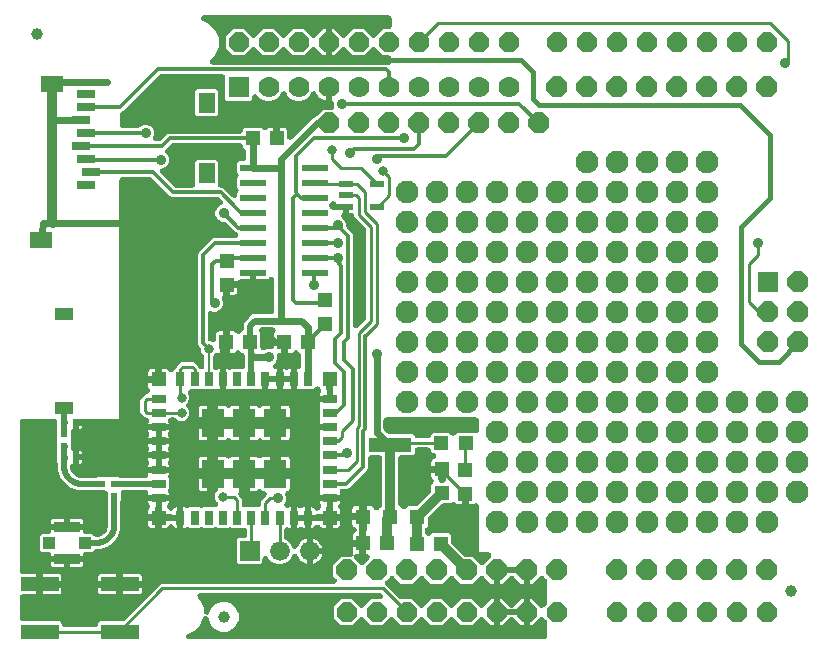
<source format=gbr>
G04 EAGLE Gerber RS-274X export*
G75*
%MOMM*%
%FSLAX34Y34*%
%LPD*%
%INTop Copper*%
%IPPOS*%
%AMOC8*
5,1,8,0,0,1.08239X$1,22.5*%
G01*
%ADD10R,0.700000X1.200000*%
%ADD11R,1.200000X1.200000*%
%ADD12R,1.200000X0.700000*%
%ADD13R,1.900000X2.400000*%
%ADD14R,1.500000X1.000000*%
%ADD15R,0.600000X0.600000*%
%ADD16R,1.200000X1.300000*%
%ADD17C,1.000000*%
%ADD18R,1.300000X1.200000*%
%ADD19R,1.300000X1.300000*%
%ADD20R,3.600000X1.300000*%
%ADD21R,2.200000X0.600000*%
%ADD22R,1.676400X1.676400*%
%ADD23C,1.676400*%
%ADD24R,2.200000X0.850000*%
%ADD25R,1.050000X1.000000*%
%ADD26P,1.814519X8X22.500000*%
%ADD27P,1.924489X8X22.500000*%
%ADD28R,1.778000X1.778000*%
%ADD29R,1.900000X1.400000*%
%ADD30R,1.400000X1.800000*%
%ADD31R,1.500000X0.700000*%
%ADD32C,1.778000*%
%ADD33P,1.924489X8X112.500000*%
%ADD34P,1.924489X8X292.500000*%
%ADD35R,3.200000X1.200000*%
%ADD36R,1.200000X0.550000*%
%ADD37C,0.508000*%
%ADD38C,0.584200*%
%ADD39C,0.806400*%
%ADD40C,0.500000*%
%ADD41C,0.609600*%
%ADD42C,0.812800*%
%ADD43C,0.254000*%
%ADD44C,0.406400*%
%ADD45C,0.250000*%
%ADD46C,0.210000*%
%ADD47C,0.304800*%
%ADD48C,0.906400*%
%ADD49C,0.800100*%
%ADD50C,1.930400*%

G36*
X66295Y13024D02*
X66295Y13024D01*
X66329Y13022D01*
X66518Y13044D01*
X66709Y13061D01*
X66742Y13070D01*
X66776Y13074D01*
X66959Y13129D01*
X67143Y13179D01*
X67174Y13194D01*
X67207Y13204D01*
X67378Y13291D01*
X67550Y13373D01*
X67578Y13393D01*
X67609Y13408D01*
X67761Y13524D01*
X67916Y13635D01*
X67940Y13660D01*
X67967Y13680D01*
X68096Y13820D01*
X68230Y13957D01*
X68249Y13986D01*
X68273Y14012D01*
X68375Y14173D01*
X68482Y14330D01*
X68496Y14362D01*
X68514Y14391D01*
X68587Y14568D01*
X68664Y14742D01*
X68672Y14776D01*
X68685Y14808D01*
X68725Y14995D01*
X68771Y15180D01*
X68773Y15214D01*
X68780Y15248D01*
X68799Y15560D01*
X68799Y16262D01*
X70288Y17751D01*
X88780Y17751D01*
X88943Y17765D01*
X89108Y17772D01*
X89167Y17785D01*
X89228Y17791D01*
X89387Y17834D01*
X89547Y17870D01*
X89604Y17893D01*
X89663Y17909D01*
X89811Y17980D01*
X89963Y18043D01*
X90014Y18076D01*
X90069Y18103D01*
X90203Y18198D01*
X90341Y18288D01*
X90399Y18339D01*
X90435Y18365D01*
X90459Y18389D01*
X90461Y18390D01*
X90483Y18413D01*
X90575Y18494D01*
X121031Y48951D01*
X122432Y49531D01*
X268534Y49531D01*
X268663Y49542D01*
X268793Y49544D01*
X268887Y49562D01*
X268982Y49571D01*
X269108Y49605D01*
X269235Y49630D01*
X269324Y49664D01*
X269416Y49689D01*
X269534Y49745D01*
X269655Y49792D01*
X269737Y49842D01*
X269823Y49883D01*
X269929Y49958D01*
X270040Y50026D01*
X270111Y50089D01*
X270189Y50145D01*
X270280Y50238D01*
X270377Y50324D01*
X270436Y50399D01*
X270503Y50467D01*
X270576Y50575D01*
X270657Y50677D01*
X270702Y50761D01*
X270755Y50840D01*
X270808Y50959D01*
X270869Y51074D01*
X270899Y51165D01*
X270937Y51252D01*
X270968Y51379D01*
X271008Y51502D01*
X271021Y51597D01*
X271044Y51690D01*
X271052Y51819D01*
X271070Y51948D01*
X271066Y52044D01*
X271072Y52139D01*
X271057Y52268D01*
X271051Y52398D01*
X271031Y52491D01*
X271020Y52586D01*
X270982Y52711D01*
X270954Y52838D01*
X270917Y52926D01*
X270889Y53017D01*
X270830Y53133D01*
X270780Y53253D01*
X270728Y53333D01*
X270685Y53419D01*
X270607Y53522D01*
X270536Y53631D01*
X270450Y53729D01*
X270413Y53777D01*
X270380Y53808D01*
X270329Y53866D01*
X267969Y56225D01*
X267969Y65695D01*
X274665Y72391D01*
X282446Y72391D01*
X282469Y72393D01*
X282492Y72391D01*
X282693Y72413D01*
X282894Y72431D01*
X282916Y72437D01*
X282939Y72439D01*
X283133Y72496D01*
X283328Y72549D01*
X283349Y72559D01*
X283372Y72566D01*
X283553Y72656D01*
X283735Y72743D01*
X283754Y72756D01*
X283775Y72766D01*
X283937Y72887D01*
X284101Y73005D01*
X284117Y73021D01*
X284136Y73035D01*
X284274Y73182D01*
X284415Y73327D01*
X284428Y73347D01*
X284444Y73363D01*
X284554Y73533D01*
X284667Y73700D01*
X284677Y73722D01*
X284689Y73741D01*
X284768Y73927D01*
X284850Y74112D01*
X284855Y74135D01*
X284864Y74156D01*
X284908Y74353D01*
X284956Y74550D01*
X284958Y74573D01*
X284963Y74595D01*
X284971Y74796D01*
X284984Y74999D01*
X284981Y75022D01*
X284982Y75045D01*
X284955Y75245D01*
X284932Y75446D01*
X284925Y75469D01*
X284922Y75491D01*
X284860Y75683D01*
X284802Y75877D01*
X284791Y75898D01*
X284784Y75920D01*
X284645Y76200D01*
X284552Y76359D01*
X284379Y77005D01*
X284379Y80841D01*
X289921Y80841D01*
X289921Y74799D01*
X287856Y74799D01*
X287727Y74788D01*
X287597Y74786D01*
X287503Y74768D01*
X287408Y74759D01*
X287282Y74725D01*
X287155Y74700D01*
X287066Y74666D01*
X286974Y74641D01*
X286856Y74585D01*
X286735Y74538D01*
X286653Y74488D01*
X286567Y74447D01*
X286461Y74372D01*
X286350Y74304D01*
X286279Y74241D01*
X286201Y74185D01*
X286110Y74092D01*
X286013Y74006D01*
X285954Y73931D01*
X285887Y73863D01*
X285814Y73755D01*
X285733Y73653D01*
X285688Y73569D01*
X285635Y73490D01*
X285582Y73371D01*
X285521Y73256D01*
X285491Y73165D01*
X285453Y73078D01*
X285422Y72951D01*
X285382Y72828D01*
X285369Y72733D01*
X285346Y72640D01*
X285338Y72511D01*
X285320Y72382D01*
X285324Y72286D01*
X285318Y72191D01*
X285333Y72062D01*
X285339Y71932D01*
X285359Y71839D01*
X285370Y71744D01*
X285408Y71619D01*
X285436Y71492D01*
X285473Y71404D01*
X285501Y71313D01*
X285560Y71197D01*
X285610Y71077D01*
X285662Y70997D01*
X285705Y70911D01*
X285783Y70808D01*
X285854Y70699D01*
X285940Y70601D01*
X285977Y70553D01*
X286010Y70522D01*
X286061Y70464D01*
X290305Y66221D01*
X290331Y66199D01*
X290354Y66173D01*
X290503Y66055D01*
X290650Y65932D01*
X290680Y65915D01*
X290707Y65893D01*
X290875Y65803D01*
X291041Y65709D01*
X291073Y65697D01*
X291104Y65681D01*
X291285Y65622D01*
X291465Y65558D01*
X291499Y65552D01*
X291532Y65542D01*
X291721Y65516D01*
X291909Y65484D01*
X291944Y65485D01*
X291978Y65480D01*
X292169Y65488D01*
X292360Y65491D01*
X292393Y65497D01*
X292428Y65499D01*
X292614Y65540D01*
X292802Y65576D01*
X292834Y65589D01*
X292868Y65596D01*
X293044Y65670D01*
X293222Y65738D01*
X293251Y65756D01*
X293283Y65770D01*
X293444Y65873D01*
X293606Y65972D01*
X293632Y65995D01*
X293661Y66014D01*
X293896Y66221D01*
X298139Y70464D01*
X298223Y70564D01*
X298313Y70657D01*
X298367Y70737D01*
X298428Y70810D01*
X298492Y70923D01*
X298565Y71030D01*
X298604Y71118D01*
X298651Y71201D01*
X298695Y71323D01*
X298747Y71442D01*
X298770Y71535D01*
X298802Y71625D01*
X298823Y71754D01*
X298854Y71880D01*
X298860Y71975D01*
X298876Y72069D01*
X298874Y72200D01*
X298882Y72329D01*
X298871Y72424D01*
X298869Y72520D01*
X298845Y72647D01*
X298830Y72776D01*
X298802Y72868D01*
X298784Y72962D01*
X298737Y73083D01*
X298699Y73207D01*
X298656Y73292D01*
X298622Y73382D01*
X298554Y73493D01*
X298495Y73609D01*
X298437Y73685D01*
X298388Y73766D01*
X298302Y73864D01*
X298223Y73967D01*
X298153Y74032D01*
X298090Y74104D01*
X297988Y74184D01*
X297892Y74273D01*
X297811Y74324D01*
X297736Y74383D01*
X297622Y74444D01*
X297512Y74514D01*
X297424Y74551D01*
X297340Y74596D01*
X297216Y74636D01*
X297096Y74685D01*
X297002Y74705D01*
X296911Y74735D01*
X296783Y74753D01*
X296655Y74780D01*
X296526Y74788D01*
X296465Y74796D01*
X296420Y74795D01*
X296344Y74799D01*
X295919Y74799D01*
X295919Y83380D01*
X295916Y83414D01*
X295918Y83449D01*
X295896Y83638D01*
X295879Y83828D01*
X295874Y83850D01*
X295891Y83920D01*
X295893Y83954D01*
X295900Y83988D01*
X295919Y84300D01*
X295919Y93786D01*
X295950Y93817D01*
X295969Y93846D01*
X295993Y93872D01*
X296095Y94033D01*
X296202Y94190D01*
X296216Y94222D01*
X296234Y94251D01*
X296307Y94428D01*
X296384Y94602D01*
X296392Y94636D01*
X296405Y94668D01*
X296445Y94854D01*
X296491Y95040D01*
X296493Y95074D01*
X296500Y95108D01*
X296519Y95420D01*
X296519Y105770D01*
X296516Y105804D01*
X296518Y105839D01*
X296496Y106028D01*
X296479Y106218D01*
X296470Y106252D01*
X296466Y106286D01*
X296412Y106467D01*
X296445Y106625D01*
X296491Y106810D01*
X296493Y106844D01*
X296500Y106878D01*
X296519Y107190D01*
X296519Y115521D01*
X300105Y115521D01*
X300751Y115348D01*
X301330Y115013D01*
X301803Y114540D01*
X302138Y113961D01*
X302237Y113589D01*
X302278Y113477D01*
X302309Y113363D01*
X302326Y113327D01*
X302328Y113320D01*
X302346Y113286D01*
X302355Y113266D01*
X302392Y113166D01*
X302452Y113063D01*
X302503Y112956D01*
X302565Y112869D01*
X302619Y112777D01*
X302696Y112687D01*
X302765Y112590D01*
X302841Y112515D01*
X302911Y112434D01*
X303002Y112359D01*
X303087Y112276D01*
X303176Y112216D01*
X303259Y112148D01*
X303362Y112090D01*
X303460Y112024D01*
X303558Y111981D01*
X303652Y111928D01*
X303764Y111890D01*
X303872Y111842D01*
X303976Y111816D01*
X304077Y111781D01*
X304194Y111763D01*
X304310Y111735D01*
X304416Y111729D01*
X304522Y111712D01*
X304641Y111715D01*
X304759Y111707D01*
X304865Y111720D01*
X304972Y111722D01*
X305088Y111746D01*
X305206Y111759D01*
X305309Y111790D01*
X305414Y111812D01*
X305524Y111855D01*
X305637Y111890D01*
X305733Y111938D01*
X305832Y111978D01*
X305933Y112040D01*
X306039Y112094D01*
X306124Y112159D01*
X306215Y112215D01*
X306303Y112295D01*
X306397Y112366D01*
X306470Y112445D01*
X306549Y112516D01*
X306622Y112610D01*
X306703Y112697D01*
X306760Y112788D01*
X306826Y112872D01*
X306881Y112977D01*
X306944Y113077D01*
X306985Y113176D01*
X307035Y113271D01*
X307070Y113384D01*
X307115Y113494D01*
X307138Y113598D01*
X307170Y113700D01*
X307185Y113818D01*
X307196Y113868D01*
X307201Y113887D01*
X307201Y113891D01*
X307210Y113934D01*
X307215Y114018D01*
X308922Y115725D01*
X309027Y115851D01*
X309139Y115972D01*
X309171Y116023D01*
X309210Y116070D01*
X309292Y116213D01*
X309380Y116352D01*
X309404Y116408D01*
X309434Y116461D01*
X309489Y116616D01*
X309551Y116768D01*
X309564Y116828D01*
X309585Y116885D01*
X309611Y117047D01*
X309646Y117208D01*
X309651Y117285D01*
X309658Y117329D01*
X309657Y117390D01*
X309665Y117520D01*
X309665Y155900D01*
X309662Y155935D01*
X309664Y155969D01*
X309642Y156158D01*
X309625Y156349D01*
X309616Y156382D01*
X309612Y156416D01*
X309557Y156599D01*
X309507Y156783D01*
X309492Y156814D01*
X309482Y156847D01*
X309395Y157018D01*
X309313Y157190D01*
X309293Y157218D01*
X309278Y157249D01*
X309162Y157401D01*
X309051Y157556D01*
X309026Y157580D01*
X309006Y157607D01*
X308866Y157736D01*
X308729Y157870D01*
X308700Y157889D01*
X308674Y157913D01*
X308513Y158015D01*
X308356Y158122D01*
X308324Y158136D01*
X308295Y158154D01*
X308118Y158227D01*
X307944Y158304D01*
X307910Y158312D01*
X307878Y158325D01*
X307691Y158365D01*
X307506Y158411D01*
X307472Y158413D01*
X307438Y158420D01*
X307126Y158439D01*
X299974Y158439D01*
X299939Y158436D01*
X299905Y158438D01*
X299716Y158416D01*
X299525Y158399D01*
X299492Y158390D01*
X299458Y158386D01*
X299275Y158331D01*
X299091Y158281D01*
X299060Y158266D01*
X299027Y158256D01*
X298856Y158169D01*
X298684Y158087D01*
X298656Y158067D01*
X298625Y158052D01*
X298473Y157936D01*
X298318Y157825D01*
X298294Y157800D01*
X298267Y157780D01*
X298138Y157640D01*
X298004Y157503D01*
X297985Y157474D01*
X297961Y157448D01*
X297859Y157287D01*
X297752Y157130D01*
X297738Y157098D01*
X297720Y157069D01*
X297647Y156892D01*
X297570Y156718D01*
X297562Y156684D01*
X297549Y156652D01*
X297509Y156465D01*
X297463Y156280D01*
X297461Y156246D01*
X297454Y156212D01*
X297435Y155900D01*
X297435Y147781D01*
X296816Y146288D01*
X281322Y130794D01*
X279829Y130175D01*
X275791Y130175D01*
X275650Y130163D01*
X275509Y130160D01*
X275426Y130143D01*
X275343Y130135D01*
X275206Y130098D01*
X275067Y130070D01*
X274989Y130039D01*
X274908Y130017D01*
X274781Y129956D01*
X274649Y129904D01*
X274577Y129859D01*
X274502Y129823D01*
X274387Y129741D01*
X274266Y129666D01*
X274204Y129610D01*
X274136Y129561D01*
X274037Y129460D01*
X273932Y129365D01*
X273880Y129299D01*
X273822Y129239D01*
X273742Y129121D01*
X273655Y129010D01*
X273616Y128935D01*
X273569Y128866D01*
X273512Y128736D01*
X273446Y128611D01*
X273421Y128531D01*
X273387Y128454D01*
X273354Y128316D01*
X273311Y128181D01*
X273300Y128098D01*
X273281Y128016D01*
X273272Y127875D01*
X273254Y127735D01*
X273258Y127651D01*
X273253Y127567D01*
X273269Y127426D01*
X273276Y127285D01*
X273298Y127176D01*
X273305Y127120D01*
X273320Y127070D01*
X273338Y126979D01*
X273581Y126075D01*
X273581Y124779D01*
X265040Y124779D01*
X256499Y124779D01*
X256499Y126075D01*
X256672Y126721D01*
X256721Y126804D01*
X256785Y126943D01*
X256858Y127078D01*
X256880Y127147D01*
X256910Y127213D01*
X256949Y127361D01*
X256997Y127506D01*
X257007Y127578D01*
X257025Y127648D01*
X257037Y127801D01*
X257058Y127952D01*
X257055Y128025D01*
X257061Y128097D01*
X257046Y128250D01*
X257040Y128402D01*
X257024Y128473D01*
X257017Y128545D01*
X256975Y128692D01*
X256942Y128842D01*
X256914Y128909D01*
X256894Y128979D01*
X256828Y129116D01*
X256768Y129257D01*
X256729Y129318D01*
X256697Y129383D01*
X256607Y129507D01*
X256524Y129636D01*
X256499Y129664D01*
X256499Y138885D01*
X256569Y139015D01*
X256664Y139181D01*
X256675Y139213D01*
X256692Y139244D01*
X256750Y139425D01*
X256814Y139605D01*
X256820Y139639D01*
X256831Y139672D01*
X256857Y139861D01*
X256888Y140049D01*
X256887Y140084D01*
X256892Y140118D01*
X256884Y140309D01*
X256882Y140499D01*
X256875Y140533D01*
X256874Y140568D01*
X256833Y140754D01*
X256796Y140941D01*
X256784Y140974D01*
X256776Y141008D01*
X256703Y141184D01*
X256634Y141361D01*
X256616Y141391D01*
X256603Y141423D01*
X256499Y141583D01*
X256499Y150885D01*
X256569Y151015D01*
X256664Y151181D01*
X256675Y151213D01*
X256692Y151244D01*
X256750Y151425D01*
X256814Y151605D01*
X256820Y151639D01*
X256831Y151672D01*
X256857Y151861D01*
X256888Y152049D01*
X256887Y152084D01*
X256892Y152118D01*
X256884Y152309D01*
X256882Y152499D01*
X256875Y152533D01*
X256874Y152568D01*
X256833Y152754D01*
X256796Y152941D01*
X256784Y152974D01*
X256776Y153008D01*
X256703Y153184D01*
X256634Y153361D01*
X256616Y153391D01*
X256603Y153423D01*
X256499Y153583D01*
X256499Y162885D01*
X256569Y163015D01*
X256664Y163181D01*
X256675Y163213D01*
X256692Y163244D01*
X256750Y163425D01*
X256814Y163605D01*
X256820Y163639D01*
X256831Y163672D01*
X256857Y163861D01*
X256888Y164049D01*
X256887Y164084D01*
X256892Y164118D01*
X256884Y164309D01*
X256882Y164499D01*
X256875Y164533D01*
X256874Y164568D01*
X256833Y164754D01*
X256796Y164941D01*
X256784Y164974D01*
X256776Y165008D01*
X256703Y165184D01*
X256634Y165361D01*
X256616Y165391D01*
X256603Y165423D01*
X256499Y165583D01*
X256499Y174817D01*
X256520Y174839D01*
X256560Y174900D01*
X256606Y174956D01*
X256682Y175088D01*
X256765Y175217D01*
X256794Y175284D01*
X256829Y175347D01*
X256881Y175490D01*
X256940Y175632D01*
X256956Y175703D01*
X256980Y175771D01*
X257005Y175922D01*
X257039Y176071D01*
X257042Y176144D01*
X257054Y176215D01*
X257052Y176368D01*
X257058Y176521D01*
X257049Y176593D01*
X257048Y176665D01*
X257019Y176816D01*
X256998Y176967D01*
X256976Y177036D01*
X256962Y177107D01*
X256907Y177250D01*
X256860Y177396D01*
X256818Y177479D01*
X256800Y177527D01*
X256770Y177576D01*
X256721Y177676D01*
X256672Y177759D01*
X256499Y178405D01*
X256499Y179701D01*
X265040Y179701D01*
X265074Y179704D01*
X265109Y179702D01*
X265298Y179724D01*
X265488Y179740D01*
X265522Y179750D01*
X265556Y179754D01*
X265739Y179809D01*
X265923Y179859D01*
X265954Y179874D01*
X265987Y179884D01*
X266158Y179971D01*
X266329Y180052D01*
X266357Y180073D01*
X266388Y180088D01*
X266540Y180203D01*
X266695Y180315D01*
X266719Y180339D01*
X266747Y180360D01*
X266876Y180500D01*
X267009Y180637D01*
X267029Y180666D01*
X267052Y180691D01*
X267155Y180852D01*
X267261Y181010D01*
X267275Y181042D01*
X267294Y181071D01*
X267366Y181247D01*
X267444Y181422D01*
X267452Y181456D01*
X267465Y181488D01*
X267505Y181674D01*
X267550Y181859D01*
X267552Y181894D01*
X267560Y181928D01*
X267579Y182240D01*
X267576Y182275D01*
X267578Y182309D01*
X267556Y182499D01*
X267539Y182689D01*
X267530Y182722D01*
X267526Y182756D01*
X267471Y182939D01*
X267420Y183123D01*
X267406Y183154D01*
X267396Y183187D01*
X267309Y183358D01*
X267227Y183530D01*
X267207Y183558D01*
X267191Y183589D01*
X267076Y183741D01*
X266965Y183896D01*
X266940Y183920D01*
X266919Y183947D01*
X266779Y184077D01*
X266642Y184210D01*
X266614Y184229D01*
X266588Y184253D01*
X266427Y184355D01*
X266269Y184462D01*
X266238Y184476D01*
X266208Y184494D01*
X266032Y184567D01*
X265857Y184644D01*
X265824Y184652D01*
X265792Y184665D01*
X265605Y184706D01*
X265420Y184751D01*
X265386Y184753D01*
X265352Y184760D01*
X265040Y184779D01*
X256499Y184779D01*
X256499Y186075D01*
X256672Y186721D01*
X256721Y186804D01*
X256785Y186943D01*
X256858Y187078D01*
X256880Y187147D01*
X256910Y187213D01*
X256949Y187361D01*
X256997Y187506D01*
X257007Y187578D01*
X257025Y187648D01*
X257037Y187801D01*
X257058Y187952D01*
X257055Y188025D01*
X257061Y188097D01*
X257046Y188250D01*
X257040Y188402D01*
X257024Y188473D01*
X257017Y188545D01*
X256975Y188692D01*
X256942Y188842D01*
X256914Y188909D01*
X256894Y188979D01*
X256828Y189116D01*
X256768Y189257D01*
X256729Y189318D01*
X256697Y189383D01*
X256607Y189507D01*
X256524Y189636D01*
X256499Y189664D01*
X256499Y198817D01*
X256520Y198839D01*
X256560Y198900D01*
X256606Y198956D01*
X256682Y199088D01*
X256765Y199217D01*
X256794Y199284D01*
X256829Y199347D01*
X256881Y199490D01*
X256940Y199632D01*
X256956Y199703D01*
X256980Y199771D01*
X257005Y199922D01*
X257039Y200071D01*
X257042Y200144D01*
X257054Y200215D01*
X257052Y200368D01*
X257058Y200521D01*
X257049Y200593D01*
X257048Y200665D01*
X257019Y200816D01*
X256998Y200967D01*
X256976Y201036D01*
X256962Y201107D01*
X256907Y201250D01*
X256860Y201396D01*
X256818Y201479D01*
X256800Y201527D01*
X256770Y201576D01*
X256721Y201676D01*
X256672Y201759D01*
X256499Y202405D01*
X256499Y203701D01*
X265040Y203701D01*
X265074Y203704D01*
X265109Y203702D01*
X265298Y203724D01*
X265488Y203740D01*
X265522Y203750D01*
X265556Y203754D01*
X265739Y203809D01*
X265923Y203859D01*
X265954Y203874D01*
X265987Y203884D01*
X266158Y203971D01*
X266329Y204052D01*
X266357Y204073D01*
X266388Y204088D01*
X266540Y204203D01*
X266695Y204315D01*
X266719Y204339D01*
X266747Y204360D01*
X266747Y204361D01*
X266876Y204500D01*
X267009Y204637D01*
X267010Y204638D01*
X267029Y204666D01*
X267053Y204692D01*
X267155Y204853D01*
X267262Y205011D01*
X267276Y205042D01*
X267294Y205072D01*
X267367Y205248D01*
X267444Y205423D01*
X267452Y205456D01*
X267465Y205488D01*
X267506Y205675D01*
X267551Y205860D01*
X267553Y205894D01*
X267560Y205928D01*
X267579Y206240D01*
X267579Y213377D01*
X267615Y213433D01*
X267722Y213590D01*
X267736Y213622D01*
X267754Y213651D01*
X267827Y213828D01*
X267904Y214002D01*
X267912Y214036D01*
X267925Y214068D01*
X267965Y214255D01*
X268011Y214440D01*
X268013Y214474D01*
X268020Y214508D01*
X268039Y214820D01*
X268039Y222280D01*
X268036Y222314D01*
X268038Y222349D01*
X268016Y222538D01*
X267999Y222728D01*
X267990Y222762D01*
X267986Y222796D01*
X267931Y222979D01*
X267881Y223163D01*
X267866Y223194D01*
X267856Y223227D01*
X267769Y223398D01*
X267687Y223569D01*
X267667Y223597D01*
X267652Y223628D01*
X267536Y223780D01*
X267425Y223935D01*
X267400Y223960D01*
X267380Y223987D01*
X267240Y224116D01*
X267103Y224249D01*
X267074Y224269D01*
X267048Y224292D01*
X266887Y224395D01*
X266730Y224502D01*
X266698Y224516D01*
X266669Y224534D01*
X266492Y224607D01*
X266318Y224684D01*
X266284Y224692D01*
X266252Y224705D01*
X266065Y224745D01*
X265880Y224790D01*
X265846Y224793D01*
X265812Y224800D01*
X265500Y224819D01*
X264580Y224819D01*
X264545Y224816D01*
X264511Y224818D01*
X264322Y224796D01*
X264131Y224779D01*
X264098Y224770D01*
X264064Y224766D01*
X263881Y224711D01*
X263697Y224661D01*
X263666Y224646D01*
X263633Y224636D01*
X263462Y224549D01*
X263290Y224467D01*
X263262Y224447D01*
X263231Y224431D01*
X263079Y224316D01*
X262924Y224205D01*
X262900Y224180D01*
X262873Y224159D01*
X262744Y224019D01*
X262610Y223882D01*
X262591Y223854D01*
X262567Y223828D01*
X262465Y223667D01*
X262358Y223509D01*
X262344Y223478D01*
X262326Y223448D01*
X262253Y223272D01*
X262176Y223098D01*
X262168Y223064D01*
X262155Y223032D01*
X262114Y222845D01*
X262069Y222660D01*
X262067Y222626D01*
X262060Y222592D01*
X262041Y222280D01*
X262041Y214820D01*
X262044Y214785D01*
X262042Y214751D01*
X262064Y214561D01*
X262081Y214371D01*
X262090Y214338D01*
X262094Y214304D01*
X262149Y214121D01*
X262199Y213937D01*
X262214Y213906D01*
X262224Y213873D01*
X262311Y213702D01*
X262393Y213530D01*
X262413Y213502D01*
X262428Y213471D01*
X262501Y213376D01*
X262501Y208779D01*
X256499Y208779D01*
X256499Y210075D01*
X256672Y210721D01*
X257007Y211300D01*
X257151Y211444D01*
X257174Y211471D01*
X257200Y211494D01*
X257318Y211643D01*
X257440Y211790D01*
X257457Y211820D01*
X257479Y211847D01*
X257569Y212015D01*
X257664Y212181D01*
X257675Y212213D01*
X257692Y212244D01*
X257750Y212425D01*
X257814Y212605D01*
X257820Y212639D01*
X257831Y212672D01*
X257857Y212861D01*
X257888Y213049D01*
X257887Y213084D01*
X257892Y213118D01*
X257884Y213308D01*
X257882Y213500D01*
X257875Y213534D01*
X257874Y213568D01*
X257833Y213754D01*
X257796Y213942D01*
X257784Y213974D01*
X257776Y214008D01*
X257703Y214183D01*
X257634Y214362D01*
X257616Y214391D01*
X257603Y214423D01*
X257499Y214583D01*
X257400Y214746D01*
X257377Y214772D01*
X257358Y214801D01*
X257151Y215036D01*
X257007Y215180D01*
X256856Y215442D01*
X256774Y215558D01*
X256701Y215679D01*
X256645Y215742D01*
X256597Y215810D01*
X256496Y215910D01*
X256403Y216016D01*
X256337Y216068D01*
X256277Y216127D01*
X256160Y216208D01*
X256049Y216296D01*
X255975Y216335D01*
X255906Y216383D01*
X255777Y216441D01*
X255653Y216508D01*
X255573Y216534D01*
X255496Y216569D01*
X255359Y216604D01*
X255224Y216647D01*
X255141Y216659D01*
X255060Y216679D01*
X254919Y216689D01*
X254778Y216709D01*
X254694Y216705D01*
X254611Y216711D01*
X254470Y216696D01*
X254328Y216690D01*
X254246Y216672D01*
X254163Y216663D01*
X254027Y216623D01*
X253889Y216593D01*
X253811Y216560D01*
X253731Y216537D01*
X253604Y216474D01*
X253473Y216419D01*
X253403Y216374D01*
X253328Y216336D01*
X253214Y216252D01*
X253095Y216175D01*
X253012Y216101D01*
X252966Y216067D01*
X252931Y216030D01*
X252861Y215968D01*
X251092Y214199D01*
X241963Y214199D01*
X241941Y214220D01*
X241880Y214260D01*
X241824Y214306D01*
X241692Y214382D01*
X241563Y214465D01*
X241496Y214494D01*
X241433Y214529D01*
X241290Y214581D01*
X241148Y214640D01*
X241077Y214656D01*
X241009Y214680D01*
X240858Y214705D01*
X240709Y214739D01*
X240636Y214742D01*
X240565Y214754D01*
X240412Y214752D01*
X240259Y214758D01*
X240187Y214749D01*
X240115Y214748D01*
X239964Y214719D01*
X239813Y214698D01*
X239744Y214676D01*
X239673Y214662D01*
X239530Y214607D01*
X239384Y214560D01*
X239301Y214518D01*
X239253Y214500D01*
X239204Y214470D01*
X239104Y214421D01*
X239021Y214372D01*
X238375Y214199D01*
X237079Y214199D01*
X237079Y222740D01*
X237079Y231281D01*
X238412Y231281D01*
X238447Y231284D01*
X238481Y231282D01*
X238670Y231304D01*
X238861Y231321D01*
X238894Y231330D01*
X238928Y231334D01*
X239111Y231389D01*
X239295Y231439D01*
X239326Y231454D01*
X239359Y231464D01*
X239530Y231551D01*
X239702Y231633D01*
X239730Y231653D01*
X239761Y231668D01*
X239913Y231784D01*
X240068Y231895D01*
X240092Y231920D01*
X240119Y231940D01*
X240248Y232080D01*
X240382Y232217D01*
X240401Y232246D01*
X240425Y232272D01*
X240527Y232433D01*
X240634Y232590D01*
X240648Y232622D01*
X240666Y232651D01*
X240739Y232828D01*
X240816Y233002D01*
X240824Y233036D01*
X240837Y233068D01*
X240877Y233255D01*
X240923Y233440D01*
X240925Y233474D01*
X240932Y233508D01*
X240951Y233820D01*
X240951Y242844D01*
X240937Y243007D01*
X240930Y243172D01*
X240917Y243231D01*
X240911Y243292D01*
X240868Y243451D01*
X240832Y243612D01*
X240809Y243668D01*
X240793Y243727D01*
X240722Y243875D01*
X240659Y244027D01*
X240626Y244078D01*
X240599Y244133D01*
X240504Y244267D01*
X240414Y244405D01*
X240363Y244463D01*
X240337Y244499D01*
X240294Y244542D01*
X240208Y244639D01*
X238310Y246537D01*
X238201Y246628D01*
X238099Y246726D01*
X238029Y246772D01*
X237965Y246826D01*
X237842Y246896D01*
X237724Y246974D01*
X237647Y247007D01*
X237574Y247049D01*
X237440Y247097D01*
X237310Y247153D01*
X237229Y247172D01*
X237149Y247200D01*
X237010Y247223D01*
X236872Y247255D01*
X236788Y247260D01*
X236705Y247273D01*
X236563Y247271D01*
X236422Y247279D01*
X236339Y247268D01*
X236255Y247267D01*
X236116Y247240D01*
X235975Y247223D01*
X235895Y247198D01*
X235813Y247182D01*
X235681Y247131D01*
X235546Y247088D01*
X235471Y247050D01*
X235393Y247019D01*
X235272Y246946D01*
X235146Y246880D01*
X235080Y246829D01*
X235008Y246785D01*
X234902Y246692D01*
X234790Y246605D01*
X234734Y246543D01*
X234671Y246487D01*
X234583Y246376D01*
X234488Y246271D01*
X234456Y246223D01*
X233940Y245707D01*
X233361Y245372D01*
X232715Y245199D01*
X229379Y245199D01*
X229379Y253780D01*
X229376Y253814D01*
X229378Y253849D01*
X229356Y254038D01*
X229339Y254228D01*
X229330Y254262D01*
X229326Y254296D01*
X229271Y254479D01*
X229221Y254663D01*
X229206Y254694D01*
X229196Y254727D01*
X229109Y254898D01*
X229027Y255069D01*
X229007Y255097D01*
X228992Y255128D01*
X228876Y255280D01*
X228765Y255435D01*
X228740Y255460D01*
X228720Y255487D01*
X228580Y255616D01*
X228443Y255749D01*
X228414Y255769D01*
X228388Y255792D01*
X228227Y255895D01*
X228117Y255970D01*
X228107Y255990D01*
X228087Y256018D01*
X228071Y256049D01*
X227956Y256201D01*
X227845Y256356D01*
X227820Y256380D01*
X227799Y256407D01*
X227659Y256536D01*
X227522Y256670D01*
X227494Y256689D01*
X227468Y256713D01*
X227307Y256815D01*
X227149Y256922D01*
X227118Y256936D01*
X227088Y256954D01*
X226912Y257027D01*
X226738Y257104D01*
X226704Y257112D01*
X226672Y257125D01*
X226485Y257165D01*
X226300Y257211D01*
X226266Y257213D01*
X226232Y257220D01*
X225920Y257239D01*
X217839Y257239D01*
X217839Y261075D01*
X218012Y261721D01*
X218347Y262300D01*
X218363Y262316D01*
X218447Y262416D01*
X218537Y262509D01*
X218591Y262589D01*
X218652Y262662D01*
X218717Y262775D01*
X218790Y262882D01*
X218828Y262970D01*
X218876Y263053D01*
X218919Y263175D01*
X218972Y263294D01*
X218994Y263387D01*
X219026Y263477D01*
X219048Y263605D01*
X219078Y263732D01*
X219084Y263827D01*
X219100Y263921D01*
X219098Y264051D01*
X219106Y264181D01*
X219095Y264276D01*
X219094Y264371D01*
X219069Y264499D01*
X219054Y264628D01*
X219026Y264720D01*
X219008Y264813D01*
X218961Y264935D01*
X218924Y265059D01*
X218880Y265145D01*
X218846Y265233D01*
X218778Y265345D01*
X218719Y265461D01*
X218662Y265537D01*
X218612Y265618D01*
X218526Y265716D01*
X218447Y265819D01*
X218377Y265884D01*
X218314Y265956D01*
X218212Y266036D01*
X218116Y266125D01*
X218036Y266176D01*
X217961Y266235D01*
X217846Y266297D01*
X217736Y266366D01*
X217648Y266403D01*
X217564Y266448D01*
X217440Y266488D01*
X217320Y266537D01*
X217227Y266557D01*
X217136Y266587D01*
X217007Y266605D01*
X216880Y266632D01*
X216750Y266640D01*
X216690Y266648D01*
X216645Y266647D01*
X216568Y266651D01*
X207512Y266651D01*
X207382Y266640D01*
X207253Y266638D01*
X207159Y266620D01*
X207064Y266611D01*
X206938Y266577D01*
X206811Y266552D01*
X206721Y266518D01*
X206629Y266493D01*
X206512Y266437D01*
X206391Y266390D01*
X206309Y266340D01*
X206223Y266299D01*
X206117Y266224D01*
X206006Y266156D01*
X205934Y266093D01*
X205857Y266037D01*
X205766Y265944D01*
X205668Y265858D01*
X205609Y265783D01*
X205543Y265715D01*
X205470Y265607D01*
X205389Y265505D01*
X205344Y265421D01*
X205290Y265342D01*
X205238Y265223D01*
X205176Y265108D01*
X205147Y265017D01*
X205108Y264930D01*
X205077Y264803D01*
X205037Y264680D01*
X205024Y264585D01*
X205002Y264492D01*
X204994Y264363D01*
X204976Y264234D01*
X204980Y264138D01*
X204974Y264043D01*
X204989Y263914D01*
X204994Y263784D01*
X205015Y263691D01*
X205026Y263596D01*
X205064Y263471D01*
X205092Y263344D01*
X205129Y263256D01*
X205156Y263165D01*
X205215Y263049D01*
X205265Y262929D01*
X205317Y262849D01*
X205361Y262763D01*
X205439Y262660D01*
X205510Y262551D01*
X205596Y262453D01*
X205633Y262405D01*
X205656Y262383D01*
X205661Y262376D01*
X205676Y262362D01*
X205717Y262316D01*
X206241Y261792D01*
X206241Y249807D01*
X206248Y249725D01*
X206246Y249642D01*
X206268Y249501D01*
X206281Y249358D01*
X206302Y249279D01*
X206315Y249197D01*
X206361Y249062D01*
X206399Y248924D01*
X206435Y248850D01*
X206461Y248772D01*
X206531Y248646D01*
X206593Y248517D01*
X206640Y248450D01*
X206681Y248378D01*
X206771Y248268D01*
X206855Y248151D01*
X206914Y248094D01*
X206966Y248030D01*
X207075Y247937D01*
X207177Y247837D01*
X207246Y247791D01*
X207308Y247738D01*
X207432Y247665D01*
X207550Y247585D01*
X207626Y247552D01*
X207697Y247510D01*
X207831Y247461D01*
X207962Y247403D01*
X208042Y247383D01*
X208120Y247355D01*
X208261Y247330D01*
X208400Y247296D01*
X208482Y247291D01*
X208563Y247277D01*
X208706Y247277D01*
X208849Y247269D01*
X208931Y247278D01*
X209013Y247278D01*
X209154Y247304D01*
X209296Y247321D01*
X209375Y247344D01*
X209456Y247359D01*
X209690Y247439D01*
X209727Y247451D01*
X209737Y247456D01*
X209752Y247461D01*
X211953Y248373D01*
X215127Y248373D01*
X215205Y248363D01*
X215287Y248367D01*
X215369Y248362D01*
X215511Y248379D01*
X215654Y248386D01*
X215734Y248405D01*
X215816Y248414D01*
X215953Y248456D01*
X216093Y248488D01*
X216168Y248521D01*
X216247Y248544D01*
X216375Y248609D01*
X216506Y248666D01*
X216575Y248711D01*
X216649Y248749D01*
X216763Y248835D01*
X216882Y248914D01*
X216942Y248971D01*
X217007Y249021D01*
X217104Y249126D01*
X217208Y249225D01*
X217257Y249291D01*
X217313Y249352D01*
X217389Y249473D01*
X217474Y249588D01*
X217510Y249662D01*
X217554Y249732D01*
X217609Y249864D01*
X217672Y249993D01*
X217694Y250072D01*
X217725Y250148D01*
X217755Y250288D01*
X217795Y250426D01*
X217803Y250508D01*
X217820Y250588D01*
X217835Y250834D01*
X217839Y250874D01*
X217838Y250885D01*
X217839Y250900D01*
X217839Y251241D01*
X223381Y251241D01*
X223381Y245199D01*
X222972Y245199D01*
X222937Y245196D01*
X222903Y245198D01*
X222714Y245176D01*
X222523Y245159D01*
X222490Y245150D01*
X222456Y245146D01*
X222273Y245091D01*
X222089Y245041D01*
X222058Y245026D01*
X222025Y245016D01*
X221854Y244929D01*
X221682Y244847D01*
X221654Y244827D01*
X221623Y244812D01*
X221471Y244696D01*
X221316Y244585D01*
X221292Y244560D01*
X221265Y244540D01*
X221136Y244400D01*
X221002Y244263D01*
X220983Y244234D01*
X220959Y244208D01*
X220857Y244047D01*
X220750Y243890D01*
X220736Y243858D01*
X220718Y243829D01*
X220645Y243652D01*
X220568Y243478D01*
X220560Y243444D01*
X220547Y243412D01*
X220507Y243225D01*
X220461Y243040D01*
X220459Y243006D01*
X220452Y242972D01*
X220433Y242660D01*
X220433Y239893D01*
X219356Y237294D01*
X217678Y235616D01*
X217595Y235516D01*
X217504Y235423D01*
X217450Y235343D01*
X217389Y235270D01*
X217324Y235157D01*
X217252Y235050D01*
X217213Y234962D01*
X217166Y234879D01*
X217122Y234757D01*
X217069Y234638D01*
X217047Y234545D01*
X217015Y234455D01*
X216994Y234327D01*
X216963Y234200D01*
X216957Y234105D01*
X216941Y234011D01*
X216943Y233881D01*
X216935Y233751D01*
X216946Y233656D01*
X216947Y233560D01*
X216972Y233433D01*
X216987Y233304D01*
X217015Y233212D01*
X217033Y233118D01*
X217080Y232997D01*
X217117Y232873D01*
X217161Y232787D01*
X217195Y232698D01*
X217263Y232587D01*
X217322Y232471D01*
X217379Y232395D01*
X217429Y232314D01*
X217515Y232216D01*
X217594Y232113D01*
X217664Y232048D01*
X217727Y231976D01*
X217829Y231896D01*
X217925Y231807D01*
X218006Y231756D01*
X218080Y231697D01*
X218195Y231635D01*
X218305Y231566D01*
X218393Y231529D01*
X218477Y231484D01*
X218601Y231444D01*
X218721Y231395D01*
X218815Y231375D01*
X218906Y231345D01*
X219034Y231327D01*
X219161Y231300D01*
X219291Y231292D01*
X219352Y231284D01*
X219396Y231285D01*
X219473Y231281D01*
X220001Y231281D01*
X220001Y225279D01*
X210540Y225279D01*
X210506Y225276D01*
X210471Y225278D01*
X210282Y225256D01*
X210092Y225239D01*
X210058Y225230D01*
X210024Y225226D01*
X209841Y225171D01*
X209657Y225121D01*
X209626Y225106D01*
X209593Y225096D01*
X209422Y225009D01*
X209251Y224928D01*
X209223Y224907D01*
X209192Y224892D01*
X209040Y224776D01*
X208885Y224665D01*
X208884Y224665D01*
X208860Y224640D01*
X208833Y224620D01*
X208833Y224619D01*
X208832Y224619D01*
X208703Y224479D01*
X208570Y224342D01*
X208551Y224314D01*
X208527Y224288D01*
X208425Y224127D01*
X208318Y223969D01*
X208304Y223938D01*
X208285Y223908D01*
X208213Y223732D01*
X208136Y223557D01*
X208128Y223524D01*
X208115Y223492D01*
X208074Y223305D01*
X208029Y223120D01*
X208027Y223086D01*
X208020Y223052D01*
X208001Y222740D01*
X208001Y214199D01*
X206705Y214199D01*
X206059Y214372D01*
X205976Y214421D01*
X205837Y214485D01*
X205702Y214558D01*
X205633Y214580D01*
X205567Y214610D01*
X205419Y214649D01*
X205274Y214697D01*
X205202Y214707D01*
X205132Y214725D01*
X204979Y214737D01*
X204828Y214758D01*
X204755Y214755D01*
X204683Y214761D01*
X204530Y214746D01*
X204378Y214740D01*
X204307Y214724D01*
X204235Y214717D01*
X204088Y214675D01*
X203938Y214642D01*
X203871Y214614D01*
X203801Y214594D01*
X203664Y214528D01*
X203523Y214468D01*
X203462Y214429D01*
X203397Y214397D01*
X203273Y214307D01*
X203144Y214224D01*
X203116Y214199D01*
X193895Y214199D01*
X193765Y214269D01*
X193599Y214364D01*
X193567Y214375D01*
X193536Y214392D01*
X193355Y214450D01*
X193175Y214514D01*
X193141Y214520D01*
X193108Y214531D01*
X192919Y214557D01*
X192731Y214588D01*
X192696Y214587D01*
X192662Y214592D01*
X192471Y214584D01*
X192281Y214582D01*
X192247Y214575D01*
X192212Y214574D01*
X192026Y214533D01*
X191839Y214496D01*
X191806Y214484D01*
X191772Y214476D01*
X191596Y214403D01*
X191419Y214334D01*
X191389Y214316D01*
X191357Y214303D01*
X191197Y214199D01*
X181963Y214199D01*
X181941Y214220D01*
X181880Y214260D01*
X181824Y214306D01*
X181692Y214382D01*
X181563Y214465D01*
X181496Y214494D01*
X181433Y214529D01*
X181290Y214581D01*
X181148Y214640D01*
X181077Y214656D01*
X181009Y214680D01*
X180858Y214705D01*
X180709Y214739D01*
X180636Y214742D01*
X180565Y214754D01*
X180412Y214752D01*
X180259Y214758D01*
X180187Y214749D01*
X180115Y214748D01*
X179964Y214719D01*
X179813Y214698D01*
X179744Y214676D01*
X179673Y214662D01*
X179530Y214607D01*
X179384Y214560D01*
X179301Y214518D01*
X179253Y214500D01*
X179204Y214470D01*
X179104Y214421D01*
X179021Y214372D01*
X178375Y214199D01*
X177079Y214199D01*
X177079Y222740D01*
X177079Y231281D01*
X178375Y231281D01*
X179021Y231108D01*
X179104Y231059D01*
X179243Y230995D01*
X179378Y230922D01*
X179447Y230900D01*
X179513Y230870D01*
X179661Y230831D01*
X179806Y230783D01*
X179878Y230773D01*
X179948Y230755D01*
X180101Y230743D01*
X180252Y230722D01*
X180325Y230725D01*
X180397Y230719D01*
X180550Y230734D01*
X180702Y230740D01*
X180773Y230756D01*
X180845Y230763D01*
X180992Y230805D01*
X181142Y230838D01*
X181209Y230866D01*
X181279Y230886D01*
X181416Y230952D01*
X181557Y231012D01*
X181618Y231051D01*
X181683Y231083D01*
X181807Y231173D01*
X181936Y231256D01*
X181964Y231281D01*
X190960Y231281D01*
X190995Y231284D01*
X191029Y231282D01*
X191218Y231304D01*
X191409Y231321D01*
X191442Y231330D01*
X191476Y231334D01*
X191659Y231389D01*
X191843Y231439D01*
X191874Y231454D01*
X191907Y231464D01*
X192078Y231551D01*
X192250Y231633D01*
X192278Y231653D01*
X192309Y231668D01*
X192461Y231784D01*
X192616Y231895D01*
X192640Y231920D01*
X192667Y231940D01*
X192796Y232080D01*
X192930Y232217D01*
X192949Y232246D01*
X192973Y232272D01*
X193075Y232433D01*
X193182Y232590D01*
X193196Y232622D01*
X193214Y232651D01*
X193287Y232828D01*
X193364Y233002D01*
X193372Y233036D01*
X193385Y233068D01*
X193425Y233255D01*
X193471Y233440D01*
X193473Y233474D01*
X193480Y233508D01*
X193499Y233820D01*
X193499Y238360D01*
X193489Y238477D01*
X193489Y238594D01*
X193469Y238700D01*
X193459Y238809D01*
X193429Y238922D01*
X193408Y239036D01*
X193357Y239182D01*
X193341Y239243D01*
X193325Y239276D01*
X193306Y239332D01*
X192951Y240188D01*
X192951Y242660D01*
X192948Y242695D01*
X192950Y242729D01*
X192928Y242918D01*
X192911Y243109D01*
X192902Y243142D01*
X192898Y243176D01*
X192843Y243359D01*
X192793Y243543D01*
X192778Y243574D01*
X192768Y243607D01*
X192681Y243778D01*
X192599Y243950D01*
X192579Y243978D01*
X192564Y244009D01*
X192448Y244161D01*
X192337Y244316D01*
X192312Y244340D01*
X192292Y244367D01*
X192152Y244496D01*
X192015Y244630D01*
X191986Y244649D01*
X191960Y244673D01*
X191799Y244775D01*
X191642Y244882D01*
X191610Y244896D01*
X191581Y244914D01*
X191404Y244987D01*
X191230Y245064D01*
X191196Y245072D01*
X191164Y245085D01*
X190977Y245125D01*
X190792Y245171D01*
X190758Y245173D01*
X190724Y245180D01*
X190663Y245184D01*
X189310Y246537D01*
X189201Y246628D01*
X189099Y246726D01*
X189029Y246772D01*
X188965Y246826D01*
X188842Y246896D01*
X188724Y246974D01*
X188647Y247007D01*
X188574Y247049D01*
X188440Y247097D01*
X188310Y247153D01*
X188229Y247172D01*
X188149Y247200D01*
X188010Y247223D01*
X187872Y247255D01*
X187788Y247260D01*
X187705Y247273D01*
X187563Y247271D01*
X187422Y247279D01*
X187339Y247268D01*
X187255Y247267D01*
X187116Y247240D01*
X186975Y247223D01*
X186895Y247198D01*
X186813Y247182D01*
X186681Y247131D01*
X186546Y247088D01*
X186471Y247050D01*
X186393Y247019D01*
X186272Y246946D01*
X186146Y246880D01*
X186080Y246829D01*
X186008Y246785D01*
X185902Y246692D01*
X185790Y246605D01*
X185734Y246543D01*
X185671Y246487D01*
X185583Y246376D01*
X185488Y246271D01*
X185456Y246223D01*
X184940Y245707D01*
X184361Y245372D01*
X183715Y245199D01*
X180379Y245199D01*
X180379Y253780D01*
X180376Y253814D01*
X180378Y253849D01*
X180356Y254038D01*
X180339Y254228D01*
X180334Y254250D01*
X180351Y254320D01*
X180353Y254354D01*
X180360Y254388D01*
X180379Y254700D01*
X180379Y263281D01*
X183715Y263281D01*
X184361Y263108D01*
X184940Y262773D01*
X185454Y262259D01*
X185470Y262232D01*
X185526Y262170D01*
X185574Y262101D01*
X185675Y262001D01*
X185769Y261895D01*
X185834Y261843D01*
X185894Y261784D01*
X186011Y261703D01*
X186122Y261616D01*
X186195Y261576D01*
X186265Y261528D01*
X186394Y261470D01*
X186519Y261403D01*
X186598Y261377D01*
X186675Y261342D01*
X186812Y261308D01*
X186947Y261264D01*
X187030Y261252D01*
X187111Y261232D01*
X187252Y261222D01*
X187393Y261202D01*
X187477Y261206D01*
X187560Y261200D01*
X187701Y261215D01*
X187843Y261221D01*
X187925Y261239D01*
X188008Y261248D01*
X188144Y261288D01*
X188282Y261318D01*
X188360Y261351D01*
X188440Y261374D01*
X188567Y261437D01*
X188698Y261492D01*
X188768Y261538D01*
X188843Y261575D01*
X188957Y261659D01*
X189076Y261736D01*
X189159Y261810D01*
X189205Y261844D01*
X189240Y261881D01*
X189310Y261943D01*
X190792Y263425D01*
X190843Y263439D01*
X190874Y263454D01*
X190907Y263464D01*
X191078Y263551D01*
X191250Y263633D01*
X191278Y263653D01*
X191309Y263668D01*
X191461Y263784D01*
X191616Y263895D01*
X191640Y263920D01*
X191667Y263940D01*
X191796Y264080D01*
X191930Y264217D01*
X191949Y264246D01*
X191973Y264272D01*
X192075Y264433D01*
X192182Y264590D01*
X192196Y264622D01*
X192214Y264651D01*
X192287Y264828D01*
X192364Y265002D01*
X192372Y265036D01*
X192385Y265068D01*
X192425Y265255D01*
X192471Y265440D01*
X192473Y265474D01*
X192480Y265508D01*
X192499Y265820D01*
X192499Y269243D01*
X193267Y271095D01*
X195042Y272870D01*
X195897Y273726D01*
X195972Y273815D01*
X196054Y273898D01*
X196116Y273988D01*
X196186Y274071D01*
X196244Y274173D01*
X196310Y274269D01*
X196378Y274407D01*
X196409Y274462D01*
X196421Y274496D01*
X196447Y274549D01*
X196802Y275406D01*
X198374Y276978D01*
X200428Y277829D01*
X215392Y277829D01*
X215427Y277832D01*
X215461Y277830D01*
X215650Y277852D01*
X215841Y277869D01*
X215874Y277878D01*
X215908Y277882D01*
X216091Y277937D01*
X216275Y277987D01*
X216306Y278002D01*
X216339Y278012D01*
X216510Y278099D01*
X216682Y278181D01*
X216710Y278201D01*
X216741Y278216D01*
X216893Y278332D01*
X217048Y278443D01*
X217072Y278468D01*
X217099Y278488D01*
X217228Y278628D01*
X217362Y278765D01*
X217381Y278794D01*
X217405Y278820D01*
X217507Y278981D01*
X217614Y279138D01*
X217628Y279170D01*
X217646Y279199D01*
X217719Y279376D01*
X217796Y279550D01*
X217804Y279584D01*
X217817Y279616D01*
X217857Y279803D01*
X217903Y279988D01*
X217905Y280022D01*
X217912Y280056D01*
X217931Y280368D01*
X217931Y306945D01*
X217930Y306957D01*
X217931Y306969D01*
X217910Y307181D01*
X217891Y307394D01*
X217888Y307405D01*
X217887Y307417D01*
X217829Y307623D01*
X217773Y307828D01*
X217768Y307839D01*
X217765Y307850D01*
X217670Y308044D01*
X217579Y308235D01*
X217573Y308244D01*
X217568Y308255D01*
X217441Y308428D01*
X217317Y308601D01*
X217309Y308609D01*
X217302Y308619D01*
X217149Y308765D01*
X216995Y308915D01*
X216985Y308922D01*
X216977Y308930D01*
X216799Y309047D01*
X216622Y309167D01*
X216611Y309172D01*
X216601Y309178D01*
X216405Y309263D01*
X216210Y309349D01*
X216199Y309352D01*
X216188Y309357D01*
X215980Y309406D01*
X215772Y309456D01*
X215761Y309457D01*
X215749Y309459D01*
X215537Y309471D01*
X215323Y309484D01*
X215311Y309482D01*
X215300Y309483D01*
X215089Y309457D01*
X214876Y309432D01*
X214864Y309428D01*
X214853Y309427D01*
X214651Y309364D01*
X214445Y309301D01*
X214434Y309296D01*
X214423Y309293D01*
X214234Y309194D01*
X214043Y309097D01*
X214034Y309090D01*
X214024Y309085D01*
X213854Y308953D01*
X213685Y308825D01*
X213677Y308816D01*
X213668Y308809D01*
X213524Y308651D01*
X213380Y308494D01*
X213373Y308484D01*
X213365Y308475D01*
X213222Y308259D01*
X212740Y307777D01*
X212161Y307442D01*
X211515Y307269D01*
X202719Y307269D01*
X202719Y312810D01*
X202716Y312844D01*
X202718Y312879D01*
X202696Y313068D01*
X202679Y313258D01*
X202670Y313292D01*
X202666Y313326D01*
X202611Y313509D01*
X202561Y313693D01*
X202546Y313724D01*
X202536Y313757D01*
X202449Y313928D01*
X202368Y314099D01*
X202347Y314127D01*
X202332Y314158D01*
X202216Y314310D01*
X202105Y314465D01*
X202081Y314489D01*
X202060Y314517D01*
X201920Y314646D01*
X201783Y314779D01*
X201754Y314799D01*
X201729Y314822D01*
X201568Y314925D01*
X201410Y315031D01*
X201378Y315045D01*
X201349Y315064D01*
X201172Y315136D01*
X200998Y315214D01*
X200964Y315222D01*
X200932Y315235D01*
X200746Y315275D01*
X200560Y315320D01*
X200526Y315322D01*
X200492Y315330D01*
X200180Y315349D01*
X200145Y315346D01*
X200111Y315348D01*
X199921Y315326D01*
X199731Y315309D01*
X199698Y315300D01*
X199664Y315296D01*
X199481Y315241D01*
X199297Y315190D01*
X199266Y315176D01*
X199233Y315166D01*
X199062Y315079D01*
X198890Y314997D01*
X198862Y314977D01*
X198831Y314961D01*
X198679Y314846D01*
X198524Y314735D01*
X198500Y314710D01*
X198472Y314689D01*
X198343Y314549D01*
X198210Y314412D01*
X198191Y314384D01*
X198167Y314358D01*
X198065Y314197D01*
X197958Y314039D01*
X197944Y314008D01*
X197925Y313978D01*
X197853Y313802D01*
X197776Y313627D01*
X197768Y313594D01*
X197755Y313562D01*
X197714Y313375D01*
X197669Y313190D01*
X197667Y313156D01*
X197660Y313122D01*
X197641Y312810D01*
X197641Y307269D01*
X189220Y307269D01*
X189185Y307266D01*
X189151Y307268D01*
X188962Y307246D01*
X188771Y307229D01*
X188738Y307220D01*
X188704Y307216D01*
X188521Y307161D01*
X188337Y307111D01*
X188306Y307096D01*
X188273Y307086D01*
X188102Y306999D01*
X187930Y306917D01*
X187902Y306897D01*
X187871Y306882D01*
X187719Y306766D01*
X187564Y306655D01*
X187540Y306630D01*
X187513Y306610D01*
X187384Y306470D01*
X187250Y306333D01*
X187231Y306304D01*
X187207Y306278D01*
X187105Y306117D01*
X187025Y305999D01*
X178100Y305999D01*
X178066Y305996D01*
X178031Y305998D01*
X177842Y305976D01*
X177652Y305959D01*
X177618Y305950D01*
X177584Y305946D01*
X177401Y305891D01*
X177217Y305841D01*
X177186Y305826D01*
X177153Y305816D01*
X176982Y305729D01*
X176811Y305647D01*
X176783Y305627D01*
X176752Y305612D01*
X176600Y305496D01*
X176445Y305385D01*
X176420Y305360D01*
X176393Y305340D01*
X176264Y305200D01*
X176131Y305063D01*
X176111Y305034D01*
X176088Y305008D01*
X175985Y304847D01*
X175910Y304737D01*
X175890Y304727D01*
X175862Y304707D01*
X175831Y304691D01*
X175679Y304576D01*
X175524Y304465D01*
X175500Y304440D01*
X175473Y304419D01*
X175344Y304279D01*
X175210Y304142D01*
X175191Y304114D01*
X175167Y304088D01*
X175065Y303927D01*
X174958Y303769D01*
X174944Y303738D01*
X174926Y303708D01*
X174853Y303532D01*
X174776Y303358D01*
X174768Y303324D01*
X174755Y303292D01*
X174714Y303105D01*
X174669Y302920D01*
X174667Y302886D01*
X174660Y302852D01*
X174641Y302540D01*
X174641Y294050D01*
X174586Y294019D01*
X174475Y293929D01*
X174359Y293845D01*
X174301Y293786D01*
X174237Y293734D01*
X174145Y293625D01*
X174045Y293523D01*
X173999Y293454D01*
X173945Y293392D01*
X173873Y293268D01*
X173793Y293150D01*
X173759Y293074D01*
X173718Y293003D01*
X173668Y292869D01*
X173610Y292738D01*
X173591Y292658D01*
X173562Y292580D01*
X173538Y292439D01*
X173504Y292300D01*
X173499Y292218D01*
X173484Y292137D01*
X173485Y291994D01*
X173476Y291851D01*
X173485Y291769D01*
X173486Y291687D01*
X173511Y291546D01*
X173528Y291404D01*
X173552Y291325D01*
X173567Y291244D01*
X173647Y291010D01*
X173658Y290973D01*
X173663Y290963D01*
X173668Y290948D01*
X174713Y288427D01*
X174713Y285613D01*
X173636Y283014D01*
X171646Y281024D01*
X169047Y279947D01*
X166233Y279947D01*
X165056Y280435D01*
X164977Y280460D01*
X164902Y280493D01*
X164763Y280527D01*
X164626Y280570D01*
X164544Y280580D01*
X164464Y280600D01*
X164322Y280608D01*
X164179Y280627D01*
X164097Y280622D01*
X164015Y280627D01*
X163873Y280611D01*
X163730Y280603D01*
X163649Y280585D01*
X163568Y280575D01*
X163431Y280534D01*
X163291Y280501D01*
X163216Y280469D01*
X163137Y280445D01*
X163009Y280380D01*
X162878Y280323D01*
X162809Y280278D01*
X162735Y280241D01*
X162621Y280154D01*
X162502Y280075D01*
X162442Y280018D01*
X162377Y279969D01*
X162280Y279863D01*
X162176Y279765D01*
X162127Y279698D01*
X162071Y279637D01*
X161994Y279516D01*
X161910Y279401D01*
X161874Y279327D01*
X161830Y279258D01*
X161775Y279125D01*
X161712Y278997D01*
X161690Y278917D01*
X161659Y278841D01*
X161629Y278701D01*
X161589Y278564D01*
X161581Y278482D01*
X161564Y278401D01*
X161549Y278155D01*
X161545Y278115D01*
X161546Y278105D01*
X161545Y278089D01*
X161545Y257352D01*
X161548Y257317D01*
X161546Y257283D01*
X161568Y257094D01*
X161585Y256903D01*
X161594Y256870D01*
X161598Y256836D01*
X161653Y256653D01*
X161703Y256469D01*
X161718Y256438D01*
X161728Y256405D01*
X161815Y256234D01*
X161897Y256062D01*
X161917Y256034D01*
X161932Y256003D01*
X162048Y255851D01*
X162159Y255696D01*
X162184Y255672D01*
X162204Y255645D01*
X162344Y255516D01*
X162481Y255382D01*
X162510Y255363D01*
X162536Y255339D01*
X162697Y255237D01*
X162854Y255130D01*
X162886Y255116D01*
X162915Y255098D01*
X163092Y255025D01*
X163266Y254948D01*
X163300Y254940D01*
X163332Y254927D01*
X163519Y254887D01*
X163704Y254841D01*
X163738Y254839D01*
X163772Y254832D01*
X163806Y254830D01*
X165328Y254199D01*
X165407Y254175D01*
X165482Y254141D01*
X165621Y254107D01*
X165758Y254065D01*
X165840Y254054D01*
X165920Y254035D01*
X166062Y254026D01*
X166205Y254008D01*
X166287Y254012D01*
X166369Y254007D01*
X166511Y254024D01*
X166654Y254031D01*
X166734Y254050D01*
X166816Y254059D01*
X166954Y254101D01*
X167093Y254133D01*
X167168Y254166D01*
X167247Y254189D01*
X167375Y254254D01*
X167506Y254311D01*
X167575Y254356D01*
X167649Y254394D01*
X167762Y254480D01*
X167882Y254559D01*
X167942Y254616D01*
X168007Y254666D01*
X168104Y254771D01*
X168208Y254870D01*
X168257Y254936D01*
X168313Y254997D01*
X168390Y255118D01*
X168474Y255233D01*
X168510Y255307D01*
X168554Y255377D01*
X168609Y255509D01*
X168672Y255638D01*
X168694Y255717D01*
X168725Y255793D01*
X168755Y255933D01*
X168795Y256071D01*
X168803Y256153D01*
X168820Y256233D01*
X168835Y256479D01*
X168839Y256519D01*
X168838Y256530D01*
X168839Y256545D01*
X168839Y261075D01*
X169012Y261721D01*
X169347Y262300D01*
X169820Y262773D01*
X170399Y263108D01*
X171045Y263281D01*
X174381Y263281D01*
X174381Y254700D01*
X174384Y254666D01*
X174382Y254631D01*
X174404Y254442D01*
X174421Y254252D01*
X174426Y254230D01*
X174409Y254160D01*
X174407Y254126D01*
X174400Y254092D01*
X174381Y253780D01*
X174381Y245199D01*
X171045Y245199D01*
X170686Y245296D01*
X170641Y245303D01*
X170597Y245318D01*
X170419Y245342D01*
X170243Y245373D01*
X170197Y245373D01*
X170151Y245379D01*
X169972Y245372D01*
X169793Y245371D01*
X169747Y245363D01*
X169701Y245361D01*
X169526Y245322D01*
X169350Y245289D01*
X169306Y245273D01*
X169261Y245263D01*
X169096Y245194D01*
X168928Y245131D01*
X168888Y245107D01*
X168846Y245090D01*
X168695Y244992D01*
X168541Y244901D01*
X168507Y244870D01*
X168468Y244845D01*
X168234Y244638D01*
X166874Y243279D01*
X166769Y243153D01*
X166657Y243032D01*
X166625Y242981D01*
X166586Y242934D01*
X166504Y242791D01*
X166416Y242652D01*
X166392Y242596D01*
X166362Y242543D01*
X166307Y242388D01*
X166245Y242236D01*
X166232Y242176D01*
X166211Y242119D01*
X166185Y241956D01*
X166150Y241796D01*
X166145Y241719D01*
X166138Y241674D01*
X166139Y241613D01*
X166131Y241484D01*
X166131Y233294D01*
X166145Y233130D01*
X166152Y232966D01*
X166165Y232907D01*
X166171Y232846D01*
X166214Y232687D01*
X166250Y232526D01*
X166273Y232470D01*
X166289Y232411D01*
X166360Y232263D01*
X166423Y232111D01*
X166456Y232060D01*
X166483Y232005D01*
X166578Y231871D01*
X166668Y231733D01*
X166719Y231675D01*
X166745Y231639D01*
X166788Y231596D01*
X166799Y231584D01*
X166811Y231568D01*
X166824Y231556D01*
X166874Y231499D01*
X166910Y231463D01*
X167017Y231373D01*
X167067Y231325D01*
X167078Y231317D01*
X167139Y231260D01*
X167200Y231220D01*
X167256Y231174D01*
X167389Y231098D01*
X167517Y231015D01*
X167584Y230986D01*
X167647Y230950D01*
X167791Y230899D01*
X167932Y230840D01*
X168003Y230824D01*
X168071Y230800D01*
X168222Y230775D01*
X168371Y230741D01*
X168444Y230738D01*
X168515Y230726D01*
X168669Y230728D01*
X168821Y230722D01*
X168893Y230731D01*
X168965Y230732D01*
X169116Y230761D01*
X169267Y230782D01*
X169336Y230804D01*
X169407Y230818D01*
X169550Y230873D01*
X169696Y230920D01*
X169779Y230962D01*
X169827Y230980D01*
X169876Y231010D01*
X169976Y231059D01*
X170059Y231108D01*
X170705Y231281D01*
X172001Y231281D01*
X172001Y222740D01*
X172001Y214199D01*
X170705Y214199D01*
X170059Y214372D01*
X169976Y214421D01*
X169837Y214485D01*
X169702Y214558D01*
X169633Y214580D01*
X169567Y214610D01*
X169419Y214649D01*
X169274Y214697D01*
X169202Y214707D01*
X169132Y214725D01*
X168979Y214737D01*
X168828Y214758D01*
X168755Y214755D01*
X168683Y214761D01*
X168530Y214746D01*
X168378Y214740D01*
X168307Y214724D01*
X168235Y214717D01*
X168088Y214675D01*
X167938Y214642D01*
X167871Y214614D01*
X167801Y214594D01*
X167664Y214528D01*
X167523Y214468D01*
X167462Y214429D01*
X167397Y214397D01*
X167273Y214307D01*
X167144Y214224D01*
X167116Y214199D01*
X157895Y214199D01*
X157765Y214269D01*
X157599Y214364D01*
X157567Y214375D01*
X157536Y214392D01*
X157355Y214450D01*
X157175Y214514D01*
X157141Y214520D01*
X157108Y214531D01*
X156919Y214557D01*
X156731Y214588D01*
X156696Y214587D01*
X156662Y214592D01*
X156471Y214584D01*
X156281Y214582D01*
X156247Y214575D01*
X156212Y214574D01*
X156026Y214533D01*
X155839Y214496D01*
X155806Y214484D01*
X155772Y214476D01*
X155596Y214403D01*
X155419Y214334D01*
X155389Y214316D01*
X155357Y214303D01*
X155197Y214199D01*
X147572Y214199D01*
X147490Y214192D01*
X147407Y214194D01*
X147266Y214172D01*
X147123Y214159D01*
X147044Y214138D01*
X146962Y214125D01*
X146827Y214079D01*
X146689Y214041D01*
X146615Y214005D01*
X146537Y213979D01*
X146411Y213909D01*
X146282Y213847D01*
X146215Y213800D01*
X146143Y213759D01*
X146033Y213669D01*
X145916Y213585D01*
X145859Y213526D01*
X145795Y213474D01*
X145702Y213365D01*
X145602Y213263D01*
X145556Y213194D01*
X145503Y213132D01*
X145430Y213008D01*
X145350Y212890D01*
X145317Y212814D01*
X145275Y212743D01*
X145226Y212609D01*
X145168Y212478D01*
X145148Y212398D01*
X145120Y212320D01*
X145095Y212179D01*
X145061Y212040D01*
X145056Y211958D01*
X145042Y211877D01*
X145042Y211734D01*
X145034Y211591D01*
X145043Y211509D01*
X145043Y211427D01*
X145069Y211286D01*
X145086Y211144D01*
X145110Y211065D01*
X145124Y210984D01*
X145205Y210750D01*
X145216Y210713D01*
X145221Y210703D01*
X145226Y210688D01*
X146113Y208547D01*
X146113Y205933D01*
X145112Y203517D01*
X144131Y202536D01*
X144108Y202509D01*
X144083Y202486D01*
X143964Y202337D01*
X143842Y202190D01*
X143825Y202160D01*
X143803Y202133D01*
X143713Y201965D01*
X143619Y201799D01*
X143607Y201767D01*
X143591Y201736D01*
X143532Y201555D01*
X143468Y201375D01*
X143462Y201341D01*
X143451Y201308D01*
X143425Y201119D01*
X143394Y200931D01*
X143395Y200896D01*
X143390Y200862D01*
X143398Y200671D01*
X143400Y200480D01*
X143407Y200446D01*
X143408Y200412D01*
X143450Y200226D01*
X143486Y200038D01*
X143498Y200006D01*
X143506Y199972D01*
X143579Y199797D01*
X143648Y199618D01*
X143666Y199589D01*
X143680Y199557D01*
X143783Y199397D01*
X143882Y199234D01*
X143905Y199208D01*
X143924Y199179D01*
X144131Y198944D01*
X145112Y197963D01*
X146113Y195547D01*
X146113Y192933D01*
X145112Y190517D01*
X143263Y188668D01*
X140847Y187667D01*
X138233Y187667D01*
X135817Y188668D01*
X134779Y189706D01*
X134653Y189811D01*
X134532Y189923D01*
X134481Y189955D01*
X134434Y189994D01*
X134291Y190076D01*
X134152Y190164D01*
X134096Y190188D01*
X134043Y190218D01*
X133888Y190273D01*
X133736Y190335D01*
X133676Y190348D01*
X133619Y190369D01*
X133456Y190395D01*
X133296Y190430D01*
X133219Y190435D01*
X133174Y190442D01*
X133113Y190441D01*
X132984Y190449D01*
X130653Y190449D01*
X130630Y190447D01*
X130607Y190449D01*
X130406Y190427D01*
X130204Y190409D01*
X130182Y190403D01*
X130159Y190401D01*
X129965Y190344D01*
X129770Y190291D01*
X129749Y190281D01*
X129727Y190274D01*
X129546Y190184D01*
X129363Y190097D01*
X129345Y190084D01*
X129324Y190074D01*
X129162Y189953D01*
X128997Y189835D01*
X128981Y189819D01*
X128963Y189805D01*
X128824Y189658D01*
X128683Y189513D01*
X128670Y189493D01*
X128655Y189476D01*
X128545Y189307D01*
X128431Y189140D01*
X128422Y189118D01*
X128409Y189099D01*
X128331Y188913D01*
X128249Y188728D01*
X128243Y188705D01*
X128235Y188684D01*
X128190Y188487D01*
X128142Y188290D01*
X128141Y188267D01*
X128136Y188245D01*
X128127Y188042D01*
X128115Y187841D01*
X128117Y187818D01*
X128116Y187795D01*
X128143Y187595D01*
X128167Y187394D01*
X128174Y187371D01*
X128177Y187349D01*
X128238Y187157D01*
X128297Y186963D01*
X128308Y186942D01*
X128315Y186920D01*
X128400Y186748D01*
X128581Y186075D01*
X128581Y184779D01*
X120040Y184779D01*
X111499Y184779D01*
X111499Y186075D01*
X111681Y186754D01*
X111731Y186865D01*
X111816Y187049D01*
X111822Y187071D01*
X111831Y187092D01*
X111879Y187289D01*
X111930Y187484D01*
X111932Y187507D01*
X111938Y187530D01*
X111950Y187731D01*
X111966Y187933D01*
X111964Y187956D01*
X111965Y187979D01*
X111942Y188180D01*
X111922Y188381D01*
X111916Y188403D01*
X111913Y188426D01*
X111855Y188620D01*
X111800Y188814D01*
X111790Y188835D01*
X111783Y188857D01*
X111691Y189038D01*
X111603Y189219D01*
X111589Y189238D01*
X111579Y189259D01*
X111456Y189420D01*
X111337Y189583D01*
X111321Y189599D01*
X111307Y189617D01*
X111157Y189755D01*
X111012Y189894D01*
X110993Y189907D01*
X110975Y189923D01*
X110805Y190031D01*
X110637Y190143D01*
X110615Y190152D01*
X110596Y190164D01*
X110409Y190241D01*
X110223Y190321D01*
X110201Y190327D01*
X110179Y190335D01*
X109982Y190378D01*
X109928Y190390D01*
X108393Y191026D01*
X105326Y194093D01*
X104749Y195486D01*
X104749Y204994D01*
X105326Y206387D01*
X108393Y209454D01*
X109813Y210042D01*
X109850Y210045D01*
X110014Y210052D01*
X110073Y210065D01*
X110134Y210071D01*
X110293Y210114D01*
X110453Y210150D01*
X110510Y210173D01*
X110569Y210189D01*
X110717Y210260D01*
X110869Y210323D01*
X110920Y210356D01*
X110975Y210383D01*
X111109Y210478D01*
X111247Y210567D01*
X111305Y210619D01*
X111341Y210645D01*
X111384Y210688D01*
X111481Y210774D01*
X112151Y211444D01*
X112174Y211471D01*
X112200Y211494D01*
X112318Y211644D01*
X112440Y211790D01*
X112457Y211820D01*
X112479Y211847D01*
X112569Y212015D01*
X112664Y212181D01*
X112675Y212213D01*
X112692Y212244D01*
X112751Y212426D01*
X112814Y212605D01*
X112820Y212639D01*
X112831Y212672D01*
X112857Y212862D01*
X112888Y213049D01*
X112887Y213084D01*
X112892Y213118D01*
X112884Y213309D01*
X112882Y213499D01*
X112875Y213534D01*
X112874Y213568D01*
X112832Y213754D01*
X112796Y213942D01*
X112784Y213974D01*
X112776Y214008D01*
X112703Y214184D01*
X112634Y214362D01*
X112616Y214391D01*
X112603Y214423D01*
X112499Y214583D01*
X112400Y214746D01*
X112377Y214772D01*
X112358Y214801D01*
X112151Y215036D01*
X112007Y215180D01*
X111672Y215759D01*
X111499Y216405D01*
X111499Y219741D01*
X119580Y219741D01*
X119614Y219744D01*
X119649Y219742D01*
X119838Y219764D01*
X120028Y219781D01*
X120062Y219790D01*
X120096Y219794D01*
X120279Y219849D01*
X120463Y219899D01*
X120494Y219914D01*
X120527Y219924D01*
X120698Y220011D01*
X120869Y220093D01*
X120897Y220113D01*
X120928Y220128D01*
X121080Y220244D01*
X121235Y220355D01*
X121260Y220380D01*
X121287Y220400D01*
X121416Y220540D01*
X121549Y220677D01*
X121569Y220706D01*
X121592Y220732D01*
X121695Y220893D01*
X121770Y221003D01*
X121790Y221013D01*
X121818Y221033D01*
X121849Y221049D01*
X122001Y221164D01*
X122156Y221275D01*
X122180Y221300D01*
X122207Y221321D01*
X122336Y221461D01*
X122470Y221598D01*
X122489Y221626D01*
X122513Y221652D01*
X122615Y221813D01*
X122722Y221971D01*
X122736Y222002D01*
X122754Y222032D01*
X122827Y222208D01*
X122904Y222382D01*
X122912Y222416D01*
X122925Y222448D01*
X122965Y222635D01*
X123011Y222820D01*
X123013Y222854D01*
X123020Y222888D01*
X123039Y223200D01*
X123039Y231281D01*
X126375Y231281D01*
X127021Y231108D01*
X127600Y230773D01*
X128073Y230300D01*
X128224Y230038D01*
X128306Y229922D01*
X128379Y229801D01*
X128435Y229738D01*
X128483Y229670D01*
X128584Y229570D01*
X128677Y229464D01*
X128743Y229412D01*
X128803Y229353D01*
X128920Y229272D01*
X129031Y229185D01*
X129104Y229145D01*
X129174Y229097D01*
X129303Y229039D01*
X129427Y228972D01*
X129507Y228946D01*
X129584Y228911D01*
X129721Y228876D01*
X129856Y228833D01*
X129939Y228821D01*
X130020Y228801D01*
X130161Y228791D01*
X130302Y228771D01*
X130386Y228775D01*
X130469Y228769D01*
X130610Y228784D01*
X130752Y228790D01*
X130834Y228808D01*
X130917Y228817D01*
X131053Y228857D01*
X131191Y228887D01*
X131269Y228920D01*
X131349Y228943D01*
X131476Y229006D01*
X131607Y229061D01*
X131677Y229106D01*
X131752Y229144D01*
X131866Y229228D01*
X131985Y229305D01*
X132068Y229379D01*
X132114Y229413D01*
X132149Y229450D01*
X132219Y229512D01*
X134426Y231719D01*
X134501Y231809D01*
X134584Y231892D01*
X134645Y231981D01*
X134715Y232065D01*
X134773Y232166D01*
X134840Y232262D01*
X134907Y232401D01*
X134939Y232456D01*
X134951Y232490D01*
X134977Y232543D01*
X135326Y233387D01*
X138393Y236454D01*
X139786Y237031D01*
X149294Y237031D01*
X150687Y236454D01*
X153754Y233387D01*
X154064Y232638D01*
X154146Y232480D01*
X154223Y232320D01*
X154244Y232290D01*
X154257Y232264D01*
X154264Y232255D01*
X154273Y232239D01*
X154381Y232098D01*
X154485Y231954D01*
X154513Y231926D01*
X154529Y231905D01*
X154535Y231900D01*
X154548Y231883D01*
X154680Y231764D01*
X154807Y231640D01*
X154844Y231615D01*
X154860Y231600D01*
X154864Y231597D01*
X154883Y231581D01*
X155033Y231487D01*
X155180Y231388D01*
X155223Y231369D01*
X155240Y231358D01*
X155242Y231357D01*
X155265Y231343D01*
X155430Y231278D01*
X155592Y231206D01*
X155639Y231194D01*
X155683Y231177D01*
X155857Y231141D01*
X156030Y231099D01*
X156077Y231096D01*
X156124Y231086D01*
X156241Y231084D01*
X156409Y231073D01*
X156410Y231073D01*
X156425Y231075D01*
X156479Y231071D01*
X156527Y231077D01*
X156574Y231076D01*
X156750Y231103D01*
X156776Y231106D01*
X156859Y231113D01*
X156873Y231117D01*
X156926Y231123D01*
X156972Y231137D01*
X157019Y231144D01*
X157187Y231202D01*
X157210Y231209D01*
X157293Y231232D01*
X157307Y231238D01*
X157357Y231254D01*
X157400Y231275D01*
X157445Y231291D01*
X157600Y231377D01*
X157616Y231385D01*
X157700Y231425D01*
X157713Y231435D01*
X157759Y231458D01*
X157797Y231487D01*
X157838Y231510D01*
X157976Y231623D01*
X157981Y231627D01*
X158066Y231687D01*
X158079Y231701D01*
X158117Y231730D01*
X158150Y231765D01*
X158187Y231795D01*
X158300Y231929D01*
X158380Y232010D01*
X158392Y232027D01*
X158423Y232061D01*
X158448Y232101D01*
X158479Y232138D01*
X158565Y232284D01*
X158632Y232383D01*
X158641Y232405D01*
X158664Y232441D01*
X158683Y232485D01*
X158707Y232526D01*
X158762Y232678D01*
X158814Y232795D01*
X158820Y232821D01*
X158835Y232857D01*
X158845Y232904D01*
X158862Y232949D01*
X158889Y233101D01*
X158921Y233232D01*
X158922Y233262D01*
X158930Y233298D01*
X158934Y233357D01*
X158940Y233393D01*
X158940Y233456D01*
X158949Y233610D01*
X158949Y241484D01*
X158935Y241647D01*
X158928Y241812D01*
X158915Y241871D01*
X158909Y241932D01*
X158866Y242091D01*
X158830Y242251D01*
X158807Y242308D01*
X158791Y242367D01*
X158720Y242515D01*
X158657Y242667D01*
X158624Y242718D01*
X158597Y242773D01*
X158502Y242907D01*
X158412Y243045D01*
X158361Y243103D01*
X158335Y243139D01*
X158292Y243182D01*
X158206Y243279D01*
X156968Y244517D01*
X155967Y246933D01*
X155967Y248013D01*
X155953Y248176D01*
X155946Y248341D01*
X155933Y248400D01*
X155927Y248461D01*
X155884Y248620D01*
X155848Y248780D01*
X155825Y248837D01*
X155809Y248895D01*
X155738Y249044D01*
X155675Y249196D01*
X155642Y249247D01*
X155615Y249302D01*
X155520Y249436D01*
X155430Y249574D01*
X155379Y249632D01*
X155353Y249668D01*
X155310Y249711D01*
X155224Y249808D01*
X154034Y250998D01*
X153415Y252491D01*
X153415Y328469D01*
X154034Y329962D01*
X165728Y341656D01*
X167221Y342275D01*
X185030Y342275D01*
X185207Y342290D01*
X185384Y342300D01*
X185431Y342310D01*
X185479Y342315D01*
X185650Y342361D01*
X185823Y342402D01*
X185867Y342421D01*
X185913Y342433D01*
X186073Y342509D01*
X186236Y342580D01*
X186276Y342606D01*
X186320Y342627D01*
X186464Y342730D01*
X186612Y342828D01*
X186647Y342861D01*
X186686Y342889D01*
X186809Y343016D01*
X186938Y343138D01*
X186966Y343177D01*
X187000Y343211D01*
X187099Y343359D01*
X187204Y343502D01*
X187225Y343545D01*
X187252Y343584D01*
X187324Y343747D01*
X187402Y343906D01*
X187415Y343952D01*
X187434Y343996D01*
X187476Y344169D01*
X187525Y344340D01*
X187529Y344387D01*
X187541Y344434D01*
X187552Y344611D01*
X187569Y344788D01*
X187565Y344835D01*
X187568Y344883D01*
X187548Y345060D01*
X187534Y345237D01*
X187522Y345283D01*
X187516Y345330D01*
X187465Y345501D01*
X187420Y345672D01*
X187400Y345715D01*
X187386Y345761D01*
X187305Y345920D01*
X187231Y346081D01*
X187203Y346120D01*
X187182Y346163D01*
X187074Y346304D01*
X186972Y346450D01*
X186939Y346483D01*
X186910Y346521D01*
X186779Y346642D01*
X186653Y346767D01*
X186614Y346794D01*
X186579Y346826D01*
X186429Y346922D01*
X186283Y347023D01*
X186229Y347049D01*
X186199Y347068D01*
X186140Y347092D01*
X186002Y347160D01*
X185268Y347464D01*
X177328Y355404D01*
X177202Y355509D01*
X177081Y355621D01*
X177030Y355653D01*
X176983Y355692D01*
X176840Y355774D01*
X176701Y355862D01*
X176645Y355886D01*
X176592Y355916D01*
X176437Y355971D01*
X176285Y356033D01*
X176225Y356046D01*
X176167Y356067D01*
X176005Y356093D01*
X175844Y356128D01*
X175768Y356133D01*
X175723Y356140D01*
X175662Y356139D01*
X175533Y356147D01*
X173853Y356147D01*
X171254Y357224D01*
X169264Y359214D01*
X168187Y361813D01*
X168187Y364627D01*
X169264Y367226D01*
X171254Y369216D01*
X173047Y369959D01*
X173120Y369997D01*
X173197Y370027D01*
X173320Y370101D01*
X173446Y370167D01*
X173512Y370218D01*
X173582Y370261D01*
X173689Y370356D01*
X173802Y370443D01*
X173858Y370504D01*
X173919Y370559D01*
X174008Y370671D01*
X174104Y370777D01*
X174148Y370847D01*
X174199Y370912D01*
X174266Y371038D01*
X174342Y371160D01*
X174372Y371236D01*
X174411Y371309D01*
X174456Y371445D01*
X174509Y371578D01*
X174525Y371659D01*
X174551Y371737D01*
X174570Y371879D01*
X174599Y372019D01*
X174601Y372102D01*
X174612Y372183D01*
X174606Y372326D01*
X174610Y372469D01*
X174597Y372551D01*
X174594Y372633D01*
X174563Y372773D01*
X174541Y372914D01*
X174514Y372992D01*
X174496Y373073D01*
X174441Y373205D01*
X174394Y373340D01*
X174354Y373412D01*
X174322Y373488D01*
X174245Y373608D01*
X174175Y373733D01*
X174123Y373797D01*
X174078Y373866D01*
X173915Y374051D01*
X173890Y374082D01*
X173882Y374089D01*
X173871Y374100D01*
X171780Y376192D01*
X171654Y376297D01*
X171533Y376409D01*
X171482Y376441D01*
X171435Y376480D01*
X171292Y376562D01*
X171153Y376650D01*
X171097Y376674D01*
X171044Y376704D01*
X170889Y376759D01*
X170737Y376821D01*
X170677Y376834D01*
X170619Y376855D01*
X170457Y376881D01*
X170296Y376916D01*
X170220Y376921D01*
X170175Y376928D01*
X170114Y376927D01*
X169985Y376935D01*
X131271Y376935D01*
X129778Y377554D01*
X114100Y393232D01*
X113974Y393337D01*
X113853Y393449D01*
X113802Y393481D01*
X113755Y393520D01*
X113612Y393602D01*
X113473Y393690D01*
X113417Y393714D01*
X113364Y393744D01*
X113209Y393799D01*
X113057Y393861D01*
X112997Y393874D01*
X112939Y393895D01*
X112777Y393921D01*
X112616Y393956D01*
X112540Y393961D01*
X112495Y393968D01*
X112434Y393967D01*
X112305Y393975D01*
X89529Y393975D01*
X89497Y393972D01*
X89464Y393974D01*
X89273Y393952D01*
X89081Y393935D01*
X89049Y393927D01*
X89017Y393923D01*
X88832Y393868D01*
X88646Y393817D01*
X88617Y393803D01*
X88586Y393793D01*
X88413Y393706D01*
X88240Y393623D01*
X88213Y393604D01*
X88184Y393590D01*
X88030Y393473D01*
X87874Y393361D01*
X87851Y393338D01*
X87825Y393318D01*
X87694Y393177D01*
X87560Y393039D01*
X87541Y393011D01*
X87519Y392988D01*
X87416Y392825D01*
X87307Y392666D01*
X87294Y392636D01*
X87277Y392608D01*
X87203Y392430D01*
X87125Y392254D01*
X87117Y392222D01*
X87105Y392192D01*
X87064Y392003D01*
X87019Y391816D01*
X87017Y391784D01*
X87010Y391752D01*
X86990Y391440D01*
X86675Y188999D01*
X50080Y188999D01*
X50046Y188996D01*
X50011Y188998D01*
X49822Y188976D01*
X49632Y188959D01*
X49598Y188950D01*
X49564Y188946D01*
X49381Y188891D01*
X49197Y188841D01*
X49166Y188826D01*
X49133Y188816D01*
X48962Y188729D01*
X48791Y188647D01*
X48790Y188647D01*
X48763Y188627D01*
X48732Y188612D01*
X48731Y188611D01*
X48579Y188496D01*
X48424Y188385D01*
X48400Y188360D01*
X48372Y188339D01*
X48243Y188199D01*
X48110Y188062D01*
X48091Y188034D01*
X48067Y188008D01*
X47965Y187847D01*
X47858Y187689D01*
X47844Y187658D01*
X47825Y187628D01*
X47753Y187452D01*
X47676Y187277D01*
X47668Y187244D01*
X47655Y187212D01*
X47614Y187025D01*
X47569Y186840D01*
X47567Y186806D01*
X47560Y186772D01*
X47541Y186460D01*
X47541Y180859D01*
X47381Y180811D01*
X47197Y180761D01*
X47166Y180746D01*
X47133Y180736D01*
X46962Y180649D01*
X46790Y180567D01*
X46762Y180547D01*
X46731Y180532D01*
X46579Y180416D01*
X46424Y180305D01*
X46400Y180280D01*
X46373Y180260D01*
X46244Y180120D01*
X46110Y179983D01*
X46091Y179954D01*
X46067Y179928D01*
X45965Y179767D01*
X45858Y179610D01*
X45844Y179578D01*
X45826Y179549D01*
X45753Y179372D01*
X45676Y179198D01*
X45668Y179164D01*
X45655Y179132D01*
X45615Y178945D01*
X45569Y178760D01*
X45567Y178726D01*
X45560Y178692D01*
X45541Y178380D01*
X45541Y164700D01*
X45544Y164665D01*
X45542Y164631D01*
X45564Y164442D01*
X45581Y164251D01*
X45590Y164218D01*
X45594Y164184D01*
X45649Y164001D01*
X45699Y163817D01*
X45714Y163786D01*
X45724Y163753D01*
X45811Y163582D01*
X45893Y163410D01*
X45913Y163382D01*
X45928Y163351D01*
X46044Y163199D01*
X46155Y163044D01*
X46180Y163020D01*
X46200Y162993D01*
X46340Y162864D01*
X46477Y162730D01*
X46506Y162711D01*
X46532Y162687D01*
X46693Y162585D01*
X46850Y162478D01*
X46882Y162464D01*
X46911Y162446D01*
X47088Y162373D01*
X47262Y162296D01*
X47296Y162288D01*
X47328Y162275D01*
X47515Y162235D01*
X47541Y162228D01*
X47541Y156620D01*
X47541Y151067D01*
X47407Y151065D01*
X47318Y151047D01*
X47227Y151039D01*
X47097Y151004D01*
X46965Y150978D01*
X46880Y150945D01*
X46792Y150921D01*
X46671Y150863D01*
X46546Y150814D01*
X46468Y150767D01*
X46386Y150727D01*
X46277Y150649D01*
X46162Y150579D01*
X46094Y150518D01*
X46019Y150465D01*
X45926Y150369D01*
X45825Y150280D01*
X45769Y150208D01*
X45705Y150143D01*
X45630Y150031D01*
X45547Y149926D01*
X45504Y149845D01*
X45453Y149770D01*
X45399Y149647D01*
X45336Y149528D01*
X45308Y149441D01*
X45271Y149358D01*
X45239Y149227D01*
X45198Y149099D01*
X45186Y149009D01*
X45164Y148920D01*
X45156Y148786D01*
X45138Y148653D01*
X45140Y148531D01*
X45137Y148471D01*
X45142Y148424D01*
X45144Y148341D01*
X45179Y147886D01*
X45203Y147746D01*
X45218Y147603D01*
X45245Y147498D01*
X45254Y147442D01*
X45272Y147393D01*
X45296Y147301D01*
X46009Y145105D01*
X46016Y145089D01*
X46020Y145072D01*
X46105Y144881D01*
X46186Y144691D01*
X46195Y144676D01*
X46202Y144661D01*
X46370Y144397D01*
X47727Y142529D01*
X47738Y142516D01*
X47748Y142502D01*
X47887Y142346D01*
X48023Y142190D01*
X48037Y142179D01*
X48048Y142166D01*
X48289Y141967D01*
X50157Y140610D01*
X50172Y140601D01*
X50185Y140590D01*
X50365Y140485D01*
X50543Y140379D01*
X50559Y140373D01*
X50574Y140364D01*
X50865Y140249D01*
X53061Y139536D01*
X53200Y139504D01*
X53337Y139463D01*
X53445Y139448D01*
X53500Y139435D01*
X53552Y139433D01*
X53646Y139419D01*
X54801Y139329D01*
X54862Y139329D01*
X55000Y139321D01*
X66896Y139321D01*
X67059Y139335D01*
X67224Y139342D01*
X67283Y139355D01*
X67344Y139361D01*
X67503Y139404D01*
X67664Y139440D01*
X67720Y139463D01*
X67779Y139479D01*
X67927Y139550D01*
X68079Y139613D01*
X68130Y139646D01*
X68185Y139673D01*
X68319Y139768D01*
X68338Y139781D01*
X77356Y139781D01*
X77519Y139795D01*
X77684Y139802D01*
X77743Y139815D01*
X77804Y139821D01*
X77951Y139861D01*
X86621Y139861D01*
X86636Y139847D01*
X86687Y139815D01*
X86734Y139776D01*
X86877Y139694D01*
X87016Y139606D01*
X87072Y139582D01*
X87125Y139552D01*
X87280Y139497D01*
X87432Y139435D01*
X87492Y139422D01*
X87549Y139401D01*
X87712Y139375D01*
X87872Y139340D01*
X87949Y139335D01*
X87993Y139328D01*
X88055Y139329D01*
X88184Y139321D01*
X109017Y139321D01*
X109158Y139333D01*
X109299Y139337D01*
X109382Y139353D01*
X109465Y139361D01*
X109602Y139398D01*
X109741Y139426D01*
X109819Y139457D01*
X109900Y139479D01*
X110027Y139540D01*
X110159Y139592D01*
X110231Y139637D01*
X110306Y139673D01*
X110421Y139755D01*
X110542Y139830D01*
X110604Y139886D01*
X110672Y139935D01*
X110771Y140036D01*
X110876Y140131D01*
X110928Y140197D01*
X110986Y140257D01*
X111066Y140375D01*
X111152Y140487D01*
X111191Y140561D01*
X111238Y140630D01*
X111296Y140760D01*
X111361Y140885D01*
X111387Y140965D01*
X111421Y141042D01*
X111454Y141180D01*
X111497Y141315D01*
X111507Y141398D01*
X111527Y141480D01*
X111536Y141621D01*
X111554Y141762D01*
X111550Y141845D01*
X111555Y141929D01*
X111539Y142070D01*
X111531Y142211D01*
X111509Y142320D01*
X111503Y142376D01*
X111499Y142388D01*
X111499Y143701D01*
X120040Y143701D01*
X128581Y143701D01*
X128581Y142405D01*
X128408Y141759D01*
X128359Y141676D01*
X128295Y141537D01*
X128222Y141402D01*
X128200Y141333D01*
X128170Y141267D01*
X128131Y141119D01*
X128083Y140974D01*
X128073Y140902D01*
X128055Y140832D01*
X128043Y140679D01*
X128022Y140528D01*
X128025Y140455D01*
X128019Y140383D01*
X128034Y140230D01*
X128040Y140078D01*
X128056Y140007D01*
X128063Y139935D01*
X128105Y139788D01*
X128138Y139638D01*
X128166Y139571D01*
X128186Y139501D01*
X128252Y139364D01*
X128312Y139223D01*
X128351Y139162D01*
X128383Y139097D01*
X128473Y138973D01*
X128556Y138844D01*
X128581Y138816D01*
X128581Y129663D01*
X128560Y129641D01*
X128520Y129580D01*
X128474Y129524D01*
X128398Y129392D01*
X128315Y129263D01*
X128286Y129196D01*
X128251Y129133D01*
X128199Y128990D01*
X128140Y128848D01*
X128124Y128777D01*
X128100Y128709D01*
X128075Y128558D01*
X128041Y128409D01*
X128038Y128336D01*
X128026Y128265D01*
X128028Y128112D01*
X128022Y127959D01*
X128031Y127887D01*
X128032Y127815D01*
X128061Y127664D01*
X128082Y127513D01*
X128104Y127444D01*
X128118Y127373D01*
X128173Y127230D01*
X128220Y127084D01*
X128262Y127001D01*
X128280Y126953D01*
X128310Y126904D01*
X128359Y126804D01*
X128408Y126721D01*
X128581Y126075D01*
X128581Y124779D01*
X120040Y124779D01*
X111499Y124779D01*
X111499Y126125D01*
X111527Y126240D01*
X111532Y126323D01*
X111547Y126406D01*
X111546Y126548D01*
X111555Y126689D01*
X111545Y126773D01*
X111545Y126856D01*
X111519Y126995D01*
X111503Y127136D01*
X111479Y127217D01*
X111463Y127299D01*
X111414Y127432D01*
X111373Y127567D01*
X111334Y127642D01*
X111305Y127721D01*
X111232Y127842D01*
X111168Y127969D01*
X111118Y128035D01*
X111075Y128107D01*
X110982Y128215D01*
X110896Y128327D01*
X110835Y128384D01*
X110780Y128448D01*
X110669Y128536D01*
X110565Y128633D01*
X110494Y128678D01*
X110429Y128730D01*
X110305Y128798D01*
X110185Y128874D01*
X110108Y128906D01*
X110034Y128947D01*
X109900Y128992D01*
X109769Y129045D01*
X109687Y129063D01*
X109607Y129090D01*
X109467Y129110D01*
X109329Y129140D01*
X109218Y129147D01*
X109162Y129155D01*
X109110Y129153D01*
X109017Y129159D01*
X90620Y129159D01*
X90585Y129156D01*
X90551Y129158D01*
X90362Y129136D01*
X90171Y129119D01*
X90138Y129110D01*
X90104Y129106D01*
X89921Y129051D01*
X89737Y129001D01*
X89706Y128986D01*
X89673Y128976D01*
X89502Y128889D01*
X89330Y128807D01*
X89302Y128787D01*
X89271Y128772D01*
X89119Y128656D01*
X88964Y128545D01*
X88940Y128520D01*
X88913Y128500D01*
X88784Y128360D01*
X88650Y128223D01*
X88631Y128194D01*
X88607Y128168D01*
X88505Y128007D01*
X88398Y127850D01*
X88384Y127818D01*
X88366Y127789D01*
X88293Y127612D01*
X88216Y127438D01*
X88208Y127404D01*
X88195Y127372D01*
X88154Y127185D01*
X88109Y127000D01*
X88107Y126966D01*
X88100Y126932D01*
X88081Y126620D01*
X88081Y120052D01*
X88076Y120046D01*
X87994Y119903D01*
X87906Y119764D01*
X87882Y119708D01*
X87852Y119655D01*
X87797Y119500D01*
X87735Y119348D01*
X87722Y119288D01*
X87701Y119231D01*
X87675Y119068D01*
X87640Y118908D01*
X87635Y118831D01*
X87628Y118787D01*
X87629Y118725D01*
X87621Y118596D01*
X87621Y96060D01*
X85655Y90010D01*
X81916Y84864D01*
X76770Y81125D01*
X70720Y79159D01*
X67604Y79159D01*
X67441Y79145D01*
X67276Y79138D01*
X67217Y79125D01*
X67156Y79119D01*
X66997Y79076D01*
X66836Y79040D01*
X66780Y79017D01*
X66721Y79001D01*
X66573Y78930D01*
X66421Y78867D01*
X66370Y78834D01*
X66315Y78807D01*
X66181Y78712D01*
X66043Y78622D01*
X65985Y78571D01*
X65949Y78545D01*
X65906Y78502D01*
X65809Y78416D01*
X64092Y76699D01*
X58620Y76699D01*
X58585Y76696D01*
X58551Y76698D01*
X58362Y76676D01*
X58171Y76659D01*
X58138Y76650D01*
X58104Y76646D01*
X57921Y76591D01*
X57737Y76541D01*
X57706Y76526D01*
X57673Y76516D01*
X57502Y76429D01*
X57330Y76347D01*
X57302Y76327D01*
X57271Y76312D01*
X57119Y76196D01*
X56964Y76085D01*
X56940Y76060D01*
X56913Y76040D01*
X56784Y75900D01*
X56650Y75763D01*
X56631Y75734D01*
X56607Y75708D01*
X56505Y75547D01*
X56398Y75390D01*
X56384Y75358D01*
X56366Y75329D01*
X56293Y75152D01*
X56216Y74978D01*
X56208Y74944D01*
X56195Y74912D01*
X56155Y74725D01*
X56109Y74540D01*
X56107Y74506D01*
X56100Y74472D01*
X56081Y74160D01*
X56081Y73029D01*
X42540Y73029D01*
X28999Y73029D01*
X28999Y74160D01*
X28996Y74195D01*
X28998Y74229D01*
X28976Y74418D01*
X28959Y74609D01*
X28950Y74642D01*
X28946Y74676D01*
X28891Y74859D01*
X28841Y75043D01*
X28826Y75074D01*
X28816Y75107D01*
X28729Y75278D01*
X28647Y75450D01*
X28627Y75478D01*
X28612Y75509D01*
X28496Y75661D01*
X28385Y75816D01*
X28360Y75840D01*
X28340Y75867D01*
X28200Y75996D01*
X28063Y76130D01*
X28034Y76149D01*
X28008Y76173D01*
X27847Y76275D01*
X27690Y76382D01*
X27658Y76396D01*
X27629Y76414D01*
X27452Y76487D01*
X27278Y76564D01*
X27244Y76572D01*
X27212Y76585D01*
X27025Y76625D01*
X26840Y76671D01*
X26806Y76673D01*
X26772Y76680D01*
X26460Y76699D01*
X20988Y76699D01*
X19499Y78188D01*
X19499Y90292D01*
X20988Y91781D01*
X26460Y91781D01*
X26495Y91784D01*
X26529Y91782D01*
X26718Y91804D01*
X26909Y91821D01*
X26942Y91830D01*
X26976Y91834D01*
X27159Y91889D01*
X27343Y91939D01*
X27374Y91954D01*
X27407Y91964D01*
X27578Y92051D01*
X27750Y92133D01*
X27778Y92153D01*
X27809Y92168D01*
X27961Y92284D01*
X28116Y92395D01*
X28140Y92420D01*
X28167Y92440D01*
X28296Y92580D01*
X28430Y92717D01*
X28449Y92746D01*
X28473Y92772D01*
X28575Y92933D01*
X28682Y93090D01*
X28696Y93122D01*
X28714Y93151D01*
X28787Y93328D01*
X28864Y93502D01*
X28872Y93536D01*
X28885Y93568D01*
X28925Y93755D01*
X28971Y93940D01*
X28973Y93974D01*
X28980Y94008D01*
X28999Y94320D01*
X28999Y95451D01*
X42540Y95451D01*
X56081Y95451D01*
X56081Y94320D01*
X56084Y94285D01*
X56082Y94251D01*
X56104Y94062D01*
X56121Y93871D01*
X56130Y93838D01*
X56134Y93804D01*
X56189Y93621D01*
X56239Y93437D01*
X56254Y93406D01*
X56264Y93373D01*
X56351Y93202D01*
X56433Y93030D01*
X56453Y93002D01*
X56468Y92971D01*
X56584Y92819D01*
X56695Y92664D01*
X56720Y92640D01*
X56740Y92613D01*
X56880Y92484D01*
X57017Y92350D01*
X57046Y92331D01*
X57072Y92307D01*
X57233Y92205D01*
X57390Y92098D01*
X57422Y92084D01*
X57451Y92066D01*
X57628Y91993D01*
X57802Y91916D01*
X57836Y91908D01*
X57868Y91895D01*
X58055Y91855D01*
X58240Y91809D01*
X58274Y91807D01*
X58308Y91800D01*
X58620Y91781D01*
X64092Y91781D01*
X65804Y90069D01*
X65834Y90044D01*
X65860Y90015D01*
X66006Y89900D01*
X66149Y89780D01*
X66183Y89761D01*
X66214Y89737D01*
X66379Y89649D01*
X66540Y89557D01*
X66577Y89544D01*
X66611Y89526D01*
X66789Y89468D01*
X66965Y89406D01*
X67003Y89400D01*
X67040Y89388D01*
X67225Y89363D01*
X67409Y89333D01*
X67448Y89333D01*
X67486Y89328D01*
X67799Y89333D01*
X68894Y89419D01*
X69034Y89443D01*
X69177Y89458D01*
X69282Y89485D01*
X69338Y89494D01*
X69387Y89512D01*
X69479Y89536D01*
X71675Y90249D01*
X71691Y90256D01*
X71708Y90260D01*
X71898Y90344D01*
X72089Y90426D01*
X72104Y90435D01*
X72119Y90442D01*
X72383Y90610D01*
X74251Y91967D01*
X74264Y91978D01*
X74278Y91988D01*
X74434Y92127D01*
X74590Y92263D01*
X74601Y92277D01*
X74614Y92288D01*
X74813Y92529D01*
X76170Y94397D01*
X76179Y94412D01*
X76190Y94425D01*
X76294Y94605D01*
X76401Y94783D01*
X76407Y94799D01*
X76416Y94814D01*
X76531Y95105D01*
X77244Y97301D01*
X77276Y97440D01*
X77317Y97577D01*
X77332Y97685D01*
X77345Y97740D01*
X77347Y97792D01*
X77361Y97886D01*
X77451Y99041D01*
X77451Y99102D01*
X77459Y99240D01*
X77459Y118596D01*
X77445Y118759D01*
X77438Y118924D01*
X77425Y118983D01*
X77419Y119044D01*
X77376Y119203D01*
X77340Y119364D01*
X77317Y119420D01*
X77301Y119479D01*
X77230Y119627D01*
X77167Y119779D01*
X77134Y119830D01*
X77107Y119885D01*
X77012Y120019D01*
X76999Y120038D01*
X76999Y126160D01*
X76996Y126195D01*
X76998Y126229D01*
X76976Y126418D01*
X76959Y126609D01*
X76950Y126642D01*
X76946Y126676D01*
X76891Y126859D01*
X76841Y127043D01*
X76826Y127074D01*
X76816Y127107D01*
X76729Y127278D01*
X76647Y127450D01*
X76627Y127478D01*
X76612Y127509D01*
X76496Y127661D01*
X76385Y127816D01*
X76360Y127840D01*
X76340Y127867D01*
X76200Y127996D01*
X76063Y128130D01*
X76034Y128149D01*
X76008Y128173D01*
X75847Y128275D01*
X75690Y128382D01*
X75658Y128396D01*
X75629Y128414D01*
X75452Y128487D01*
X75278Y128564D01*
X75244Y128572D01*
X75212Y128585D01*
X75025Y128625D01*
X74840Y128671D01*
X74806Y128673D01*
X74772Y128680D01*
X74460Y128699D01*
X68352Y128699D01*
X68346Y128704D01*
X68203Y128786D01*
X68064Y128874D01*
X68008Y128898D01*
X67955Y128928D01*
X67800Y128983D01*
X67648Y129045D01*
X67588Y129058D01*
X67531Y129079D01*
X67368Y129105D01*
X67208Y129140D01*
X67131Y129145D01*
X67087Y129152D01*
X67025Y129151D01*
X66896Y129159D01*
X51820Y129159D01*
X45770Y131125D01*
X40624Y134864D01*
X36885Y140010D01*
X34919Y146060D01*
X34919Y150976D01*
X34905Y151140D01*
X34898Y151304D01*
X34885Y151363D01*
X34879Y151424D01*
X34836Y151583D01*
X34800Y151744D01*
X34777Y151800D01*
X34761Y151859D01*
X34690Y152007D01*
X34627Y152159D01*
X34594Y152210D01*
X34567Y152265D01*
X34472Y152399D01*
X34382Y152537D01*
X34379Y152541D01*
X34379Y161173D01*
X34405Y161332D01*
X34440Y161492D01*
X34445Y161569D01*
X34452Y161613D01*
X34451Y161675D01*
X34459Y161804D01*
X34459Y164786D01*
X34458Y164797D01*
X34458Y168531D01*
X34459Y168547D01*
X34459Y181276D01*
X34445Y181440D01*
X34438Y181604D01*
X34425Y181664D01*
X34419Y181724D01*
X34379Y181871D01*
X34379Y186460D01*
X34376Y186495D01*
X34378Y186529D01*
X34356Y186718D01*
X34339Y186909D01*
X34330Y186942D01*
X34326Y186976D01*
X34271Y187159D01*
X34221Y187343D01*
X34206Y187374D01*
X34196Y187407D01*
X34109Y187578D01*
X34027Y187750D01*
X34007Y187778D01*
X33992Y187809D01*
X33876Y187961D01*
X33765Y188116D01*
X33740Y188140D01*
X33720Y188167D01*
X33580Y188296D01*
X33443Y188430D01*
X33414Y188449D01*
X33388Y188473D01*
X33227Y188575D01*
X33070Y188682D01*
X33038Y188696D01*
X33009Y188714D01*
X32832Y188787D01*
X32658Y188864D01*
X32624Y188872D01*
X32592Y188885D01*
X32405Y188925D01*
X32220Y188971D01*
X32186Y188973D01*
X32152Y188980D01*
X31840Y188999D01*
X5080Y188999D01*
X5045Y188996D01*
X5011Y188998D01*
X4822Y188976D01*
X4631Y188959D01*
X4598Y188950D01*
X4564Y188946D01*
X4381Y188891D01*
X4197Y188841D01*
X4166Y188826D01*
X4133Y188816D01*
X3962Y188729D01*
X3790Y188647D01*
X3762Y188627D01*
X3731Y188612D01*
X3579Y188496D01*
X3424Y188385D01*
X3400Y188360D01*
X3373Y188340D01*
X3244Y188200D01*
X3110Y188063D01*
X3091Y188034D01*
X3067Y188008D01*
X2965Y187847D01*
X2858Y187690D01*
X2844Y187658D01*
X2826Y187629D01*
X2753Y187452D01*
X2676Y187278D01*
X2668Y187244D01*
X2655Y187212D01*
X2615Y187025D01*
X2569Y186840D01*
X2567Y186806D01*
X2560Y186772D01*
X2541Y186460D01*
X2541Y60290D01*
X2544Y60255D01*
X2542Y60221D01*
X2564Y60032D01*
X2581Y59841D01*
X2590Y59808D01*
X2594Y59774D01*
X2649Y59591D01*
X2699Y59407D01*
X2714Y59376D01*
X2724Y59343D01*
X2811Y59172D01*
X2893Y59000D01*
X2913Y58972D01*
X2928Y58941D01*
X3044Y58789D01*
X3155Y58634D01*
X3180Y58610D01*
X3200Y58583D01*
X3340Y58454D01*
X3477Y58320D01*
X3506Y58301D01*
X3532Y58277D01*
X3693Y58175D01*
X3850Y58068D01*
X3882Y58054D01*
X3911Y58036D01*
X4088Y57963D01*
X4262Y57886D01*
X4296Y57878D01*
X4328Y57865D01*
X4515Y57825D01*
X4700Y57779D01*
X4734Y57777D01*
X4768Y57770D01*
X5080Y57751D01*
X16341Y57751D01*
X16341Y49670D01*
X16344Y49636D01*
X16342Y49601D01*
X16364Y49412D01*
X16381Y49222D01*
X16386Y49200D01*
X16369Y49130D01*
X16367Y49096D01*
X16360Y49062D01*
X16341Y48750D01*
X16341Y40669D01*
X5080Y40669D01*
X5045Y40666D01*
X5011Y40668D01*
X4822Y40646D01*
X4631Y40629D01*
X4598Y40620D01*
X4564Y40616D01*
X4381Y40561D01*
X4197Y40511D01*
X4166Y40496D01*
X4133Y40486D01*
X3963Y40399D01*
X3790Y40317D01*
X3762Y40297D01*
X3731Y40282D01*
X3580Y40167D01*
X3424Y40055D01*
X3400Y40030D01*
X3373Y40010D01*
X3244Y39870D01*
X3110Y39733D01*
X3091Y39704D01*
X3067Y39678D01*
X2965Y39517D01*
X2858Y39360D01*
X2844Y39328D01*
X2826Y39299D01*
X2753Y39122D01*
X2676Y38948D01*
X2668Y38914D01*
X2655Y38882D01*
X2615Y38696D01*
X2569Y38510D01*
X2567Y38476D01*
X2560Y38442D01*
X2541Y38130D01*
X2541Y20290D01*
X2543Y20266D01*
X2542Y20246D01*
X2543Y20238D01*
X2542Y20221D01*
X2564Y20031D01*
X2581Y19841D01*
X2590Y19808D01*
X2594Y19774D01*
X2649Y19591D01*
X2699Y19407D01*
X2714Y19376D01*
X2724Y19343D01*
X2811Y19172D01*
X2893Y19000D01*
X2913Y18972D01*
X2928Y18941D01*
X3044Y18789D01*
X3155Y18634D01*
X3180Y18610D01*
X3200Y18583D01*
X3340Y18454D01*
X3477Y18320D01*
X3506Y18301D01*
X3532Y18277D01*
X3693Y18175D01*
X3850Y18068D01*
X3882Y18054D01*
X3911Y18036D01*
X4088Y17963D01*
X4262Y17886D01*
X4296Y17878D01*
X4328Y17865D01*
X4515Y17825D01*
X4700Y17779D01*
X4734Y17777D01*
X4768Y17770D01*
X5080Y17751D01*
X36392Y17751D01*
X37881Y16262D01*
X37881Y15560D01*
X37884Y15525D01*
X37882Y15491D01*
X37904Y15302D01*
X37921Y15111D01*
X37930Y15078D01*
X37934Y15044D01*
X37989Y14861D01*
X38039Y14677D01*
X38054Y14646D01*
X38064Y14613D01*
X38151Y14442D01*
X38233Y14270D01*
X38253Y14242D01*
X38268Y14211D01*
X38384Y14059D01*
X38495Y13904D01*
X38520Y13880D01*
X38540Y13853D01*
X38680Y13724D01*
X38817Y13590D01*
X38846Y13571D01*
X38872Y13547D01*
X39033Y13445D01*
X39190Y13338D01*
X39222Y13324D01*
X39251Y13306D01*
X39428Y13233D01*
X39602Y13156D01*
X39636Y13148D01*
X39668Y13135D01*
X39855Y13095D01*
X40040Y13049D01*
X40074Y13047D01*
X40108Y13040D01*
X40420Y13021D01*
X66260Y13021D01*
X66295Y13024D01*
G37*
G36*
X446675Y2544D02*
X446675Y2544D01*
X446709Y2542D01*
X446898Y2564D01*
X447089Y2581D01*
X447122Y2590D01*
X447156Y2594D01*
X447339Y2649D01*
X447523Y2699D01*
X447554Y2714D01*
X447587Y2724D01*
X447758Y2811D01*
X447930Y2893D01*
X447958Y2913D01*
X447989Y2928D01*
X448141Y3044D01*
X448296Y3155D01*
X448320Y3180D01*
X448347Y3200D01*
X448476Y3340D01*
X448610Y3477D01*
X448629Y3506D01*
X448653Y3532D01*
X448755Y3693D01*
X448862Y3850D01*
X448876Y3882D01*
X448894Y3911D01*
X448967Y4088D01*
X449044Y4262D01*
X449052Y4296D01*
X449065Y4328D01*
X449105Y4515D01*
X449151Y4700D01*
X449153Y4734D01*
X449160Y4768D01*
X449179Y5080D01*
X449179Y16922D01*
X449165Y17086D01*
X449158Y17250D01*
X449145Y17310D01*
X449139Y17370D01*
X449096Y17529D01*
X449060Y17690D01*
X449037Y17746D01*
X449021Y17805D01*
X448950Y17953D01*
X448887Y18105D01*
X448854Y18157D01*
X448827Y18211D01*
X448732Y18345D01*
X448642Y18483D01*
X448591Y18541D01*
X448565Y18577D01*
X448522Y18620D01*
X448436Y18717D01*
X446296Y20857D01*
X446269Y20880D01*
X446246Y20906D01*
X446097Y21023D01*
X445950Y21146D01*
X445920Y21164D01*
X445893Y21185D01*
X445725Y21275D01*
X445559Y21370D01*
X445527Y21381D01*
X445496Y21398D01*
X445315Y21457D01*
X445135Y21520D01*
X445101Y21526D01*
X445068Y21537D01*
X444879Y21563D01*
X444691Y21594D01*
X444656Y21594D01*
X444622Y21598D01*
X444431Y21590D01*
X444240Y21588D01*
X444206Y21581D01*
X444172Y21580D01*
X443986Y21539D01*
X443798Y21502D01*
X443766Y21490D01*
X443732Y21482D01*
X443556Y21409D01*
X443378Y21340D01*
X443349Y21322D01*
X443317Y21309D01*
X443157Y21205D01*
X442994Y21106D01*
X442968Y21083D01*
X442939Y21064D01*
X442704Y20857D01*
X436324Y14477D01*
X434339Y14477D01*
X434339Y25400D01*
X434339Y36323D01*
X436324Y36323D01*
X442704Y29943D01*
X442731Y29920D01*
X442754Y29894D01*
X442903Y29777D01*
X443050Y29654D01*
X443080Y29636D01*
X443107Y29615D01*
X443275Y29525D01*
X443441Y29430D01*
X443473Y29419D01*
X443504Y29402D01*
X443685Y29343D01*
X443865Y29280D01*
X443899Y29274D01*
X443932Y29263D01*
X444121Y29237D01*
X444309Y29206D01*
X444344Y29206D01*
X444378Y29202D01*
X444569Y29210D01*
X444760Y29212D01*
X444794Y29219D01*
X444828Y29220D01*
X445014Y29261D01*
X445202Y29298D01*
X445234Y29310D01*
X445268Y29318D01*
X445444Y29391D01*
X445622Y29460D01*
X445651Y29478D01*
X445683Y29491D01*
X445843Y29595D01*
X446006Y29694D01*
X446032Y29717D01*
X446061Y29736D01*
X446296Y29943D01*
X448436Y32083D01*
X448541Y32209D01*
X448653Y32330D01*
X448685Y32381D01*
X448724Y32428D01*
X448806Y32571D01*
X448894Y32709D01*
X448918Y32766D01*
X448948Y32819D01*
X449003Y32974D01*
X449065Y33126D01*
X449078Y33186D01*
X449099Y33243D01*
X449125Y33406D01*
X449160Y33566D01*
X449165Y33643D01*
X449172Y33687D01*
X449171Y33748D01*
X449179Y33878D01*
X449179Y51763D01*
X449165Y51927D01*
X449158Y52092D01*
X449145Y52151D01*
X449139Y52212D01*
X449096Y52371D01*
X449060Y52531D01*
X449037Y52588D01*
X449021Y52646D01*
X448950Y52794D01*
X448887Y52947D01*
X448854Y52998D01*
X448827Y53053D01*
X448732Y53186D01*
X448642Y53325D01*
X448591Y53383D01*
X448565Y53419D01*
X448522Y53462D01*
X448436Y53559D01*
X446296Y55699D01*
X446269Y55721D01*
X446246Y55747D01*
X446097Y55865D01*
X445950Y55988D01*
X445920Y56005D01*
X445893Y56027D01*
X445725Y56117D01*
X445559Y56211D01*
X445527Y56223D01*
X445496Y56239D01*
X445315Y56298D01*
X445135Y56362D01*
X445101Y56368D01*
X445068Y56378D01*
X444879Y56404D01*
X444691Y56436D01*
X444656Y56435D01*
X444622Y56440D01*
X444431Y56432D01*
X444240Y56429D01*
X444206Y56423D01*
X444172Y56421D01*
X443986Y56380D01*
X443798Y56344D01*
X443766Y56331D01*
X443732Y56324D01*
X443556Y56250D01*
X443378Y56182D01*
X443349Y56164D01*
X443317Y56150D01*
X443157Y56047D01*
X442994Y55948D01*
X442968Y55925D01*
X442939Y55906D01*
X442704Y55699D01*
X436535Y49529D01*
X434339Y49529D01*
X434339Y60960D01*
X434337Y60988D01*
X434338Y61013D01*
X434338Y61018D01*
X434338Y61029D01*
X434316Y61218D01*
X434299Y61408D01*
X434290Y61442D01*
X434286Y61476D01*
X434231Y61659D01*
X434181Y61843D01*
X434166Y61874D01*
X434156Y61907D01*
X434069Y62078D01*
X433988Y62249D01*
X433967Y62277D01*
X433952Y62308D01*
X433836Y62460D01*
X433725Y62615D01*
X433725Y62616D01*
X433701Y62640D01*
X433680Y62667D01*
X433679Y62667D01*
X433539Y62797D01*
X433402Y62930D01*
X433374Y62949D01*
X433348Y62973D01*
X433187Y63075D01*
X433029Y63182D01*
X432998Y63196D01*
X432968Y63214D01*
X432792Y63287D01*
X432617Y63364D01*
X432584Y63372D01*
X432552Y63385D01*
X432365Y63426D01*
X432180Y63471D01*
X432146Y63473D01*
X432112Y63480D01*
X431800Y63499D01*
X406400Y63499D01*
X406366Y63496D01*
X406331Y63498D01*
X406142Y63476D01*
X405952Y63459D01*
X405918Y63450D01*
X405884Y63446D01*
X405701Y63391D01*
X405517Y63341D01*
X405486Y63326D01*
X405453Y63316D01*
X405282Y63229D01*
X405111Y63148D01*
X405083Y63127D01*
X405052Y63112D01*
X404900Y62996D01*
X404745Y62885D01*
X404744Y62885D01*
X404720Y62860D01*
X404693Y62840D01*
X404693Y62839D01*
X404692Y62839D01*
X404563Y62699D01*
X404430Y62562D01*
X404411Y62534D01*
X404387Y62508D01*
X404285Y62347D01*
X404178Y62189D01*
X404164Y62158D01*
X404145Y62128D01*
X404073Y61952D01*
X403996Y61777D01*
X403988Y61744D01*
X403975Y61712D01*
X403934Y61525D01*
X403889Y61340D01*
X403887Y61306D01*
X403880Y61272D01*
X403861Y60960D01*
X403861Y49529D01*
X401665Y49529D01*
X395496Y55699D01*
X395469Y55721D01*
X395446Y55747D01*
X395297Y55865D01*
X395150Y55988D01*
X395120Y56005D01*
X395093Y56027D01*
X394925Y56117D01*
X394759Y56211D01*
X394727Y56223D01*
X394696Y56239D01*
X394515Y56298D01*
X394335Y56362D01*
X394301Y56368D01*
X394268Y56378D01*
X394079Y56404D01*
X393891Y56436D01*
X393856Y56435D01*
X393822Y56440D01*
X393631Y56432D01*
X393441Y56429D01*
X393406Y56423D01*
X393372Y56421D01*
X393186Y56380D01*
X392998Y56344D01*
X392966Y56331D01*
X392932Y56324D01*
X392756Y56250D01*
X392578Y56182D01*
X392549Y56164D01*
X392517Y56150D01*
X392357Y56047D01*
X392194Y55948D01*
X392168Y55925D01*
X392139Y55906D01*
X391904Y55699D01*
X385735Y49529D01*
X376265Y49529D01*
X370096Y55699D01*
X370069Y55721D01*
X370046Y55747D01*
X369897Y55865D01*
X369750Y55988D01*
X369720Y56005D01*
X369693Y56027D01*
X369525Y56117D01*
X369359Y56211D01*
X369327Y56223D01*
X369296Y56239D01*
X369115Y56298D01*
X368935Y56362D01*
X368901Y56368D01*
X368868Y56378D01*
X368679Y56404D01*
X368491Y56436D01*
X368456Y56435D01*
X368422Y56440D01*
X368231Y56432D01*
X368041Y56429D01*
X368006Y56423D01*
X367972Y56421D01*
X367786Y56380D01*
X367598Y56344D01*
X367566Y56331D01*
X367532Y56324D01*
X367356Y56250D01*
X367178Y56182D01*
X367149Y56164D01*
X367117Y56150D01*
X366957Y56047D01*
X366794Y55948D01*
X366768Y55925D01*
X366739Y55906D01*
X366504Y55699D01*
X360335Y49529D01*
X350865Y49529D01*
X344696Y55699D01*
X344669Y55721D01*
X344646Y55747D01*
X344497Y55865D01*
X344350Y55988D01*
X344320Y56005D01*
X344293Y56027D01*
X344125Y56117D01*
X343959Y56211D01*
X343927Y56223D01*
X343896Y56239D01*
X343715Y56298D01*
X343535Y56362D01*
X343501Y56368D01*
X343468Y56378D01*
X343279Y56404D01*
X343091Y56436D01*
X343056Y56435D01*
X343022Y56440D01*
X342831Y56432D01*
X342641Y56429D01*
X342606Y56423D01*
X342572Y56421D01*
X342386Y56380D01*
X342198Y56344D01*
X342166Y56331D01*
X342132Y56324D01*
X341956Y56250D01*
X341778Y56182D01*
X341749Y56164D01*
X341717Y56150D01*
X341557Y56047D01*
X341394Y55948D01*
X341368Y55925D01*
X341339Y55906D01*
X341104Y55699D01*
X334935Y49529D01*
X325465Y49529D01*
X319296Y55699D01*
X319269Y55721D01*
X319246Y55747D01*
X319096Y55866D01*
X318950Y55988D01*
X318920Y56005D01*
X318893Y56027D01*
X318725Y56117D01*
X318559Y56211D01*
X318527Y56223D01*
X318496Y56239D01*
X318315Y56298D01*
X318135Y56362D01*
X318101Y56368D01*
X318068Y56378D01*
X317879Y56404D01*
X317691Y56436D01*
X317656Y56435D01*
X317622Y56440D01*
X317431Y56432D01*
X317241Y56429D01*
X317206Y56423D01*
X317172Y56421D01*
X316986Y56380D01*
X316798Y56344D01*
X316766Y56331D01*
X316732Y56324D01*
X316557Y56250D01*
X316378Y56182D01*
X316349Y56164D01*
X316317Y56150D01*
X316157Y56047D01*
X315994Y55948D01*
X315968Y55925D01*
X315939Y55906D01*
X315705Y55699D01*
X312293Y52287D01*
X312271Y52261D01*
X312245Y52238D01*
X312126Y52088D01*
X312004Y51942D01*
X311987Y51912D01*
X311965Y51885D01*
X311875Y51716D01*
X311781Y51551D01*
X311769Y51518D01*
X311753Y51488D01*
X311694Y51307D01*
X311630Y51127D01*
X311624Y51093D01*
X311613Y51060D01*
X311587Y50870D01*
X311556Y50683D01*
X311557Y50648D01*
X311552Y50614D01*
X311560Y50422D01*
X311562Y50232D01*
X311569Y50198D01*
X311570Y50164D01*
X311612Y49977D01*
X311648Y49790D01*
X311660Y49758D01*
X311668Y49724D01*
X311742Y49548D01*
X311810Y49370D01*
X311828Y49341D01*
X311842Y49309D01*
X311945Y49148D01*
X312044Y48986D01*
X312067Y48960D01*
X312086Y48930D01*
X312293Y48696D01*
X313467Y47522D01*
X313468Y47521D01*
X323923Y37066D01*
X324049Y36961D01*
X324170Y36849D01*
X324221Y36817D01*
X324268Y36778D01*
X324411Y36696D01*
X324550Y36608D01*
X324606Y36584D01*
X324659Y36554D01*
X324814Y36499D01*
X324966Y36437D01*
X325026Y36424D01*
X325083Y36403D01*
X325246Y36377D01*
X325406Y36342D01*
X325483Y36337D01*
X325528Y36330D01*
X325589Y36331D01*
X325718Y36323D01*
X334724Y36323D01*
X341104Y29943D01*
X341131Y29920D01*
X341154Y29894D01*
X341303Y29776D01*
X341450Y29654D01*
X341480Y29636D01*
X341507Y29615D01*
X341675Y29525D01*
X341841Y29430D01*
X341873Y29419D01*
X341904Y29402D01*
X342085Y29343D01*
X342265Y29280D01*
X342299Y29274D01*
X342332Y29263D01*
X342521Y29237D01*
X342709Y29206D01*
X342744Y29206D01*
X342778Y29202D01*
X342969Y29210D01*
X343160Y29212D01*
X343194Y29219D01*
X343228Y29220D01*
X343414Y29261D01*
X343602Y29298D01*
X343634Y29310D01*
X343668Y29318D01*
X343843Y29391D01*
X344022Y29460D01*
X344051Y29478D01*
X344083Y29491D01*
X344243Y29595D01*
X344406Y29694D01*
X344432Y29717D01*
X344461Y29736D01*
X344696Y29943D01*
X351076Y36323D01*
X360124Y36323D01*
X366504Y29943D01*
X366531Y29920D01*
X366554Y29894D01*
X366703Y29776D01*
X366850Y29654D01*
X366880Y29636D01*
X366907Y29615D01*
X367075Y29525D01*
X367241Y29430D01*
X367273Y29419D01*
X367304Y29402D01*
X367485Y29343D01*
X367665Y29280D01*
X367699Y29274D01*
X367732Y29263D01*
X367921Y29237D01*
X368109Y29206D01*
X368144Y29206D01*
X368178Y29202D01*
X368369Y29210D01*
X368560Y29212D01*
X368594Y29219D01*
X368628Y29220D01*
X368814Y29261D01*
X369002Y29298D01*
X369034Y29310D01*
X369068Y29318D01*
X369243Y29391D01*
X369422Y29460D01*
X369451Y29478D01*
X369483Y29491D01*
X369643Y29595D01*
X369806Y29694D01*
X369832Y29717D01*
X369861Y29736D01*
X370096Y29943D01*
X376476Y36323D01*
X385524Y36323D01*
X391904Y29943D01*
X391931Y29920D01*
X391954Y29894D01*
X392103Y29776D01*
X392250Y29654D01*
X392280Y29637D01*
X392307Y29615D01*
X392475Y29525D01*
X392641Y29430D01*
X392673Y29419D01*
X392704Y29402D01*
X392885Y29343D01*
X393065Y29280D01*
X393099Y29274D01*
X393132Y29263D01*
X393321Y29237D01*
X393509Y29206D01*
X393544Y29207D01*
X393578Y29202D01*
X393769Y29210D01*
X393959Y29212D01*
X393994Y29219D01*
X394028Y29220D01*
X394214Y29261D01*
X394402Y29298D01*
X394434Y29310D01*
X394468Y29318D01*
X394644Y29391D01*
X394822Y29460D01*
X394851Y29478D01*
X394883Y29491D01*
X395043Y29595D01*
X395206Y29694D01*
X395232Y29717D01*
X395261Y29736D01*
X395496Y29943D01*
X401876Y36323D01*
X403861Y36323D01*
X403861Y25400D01*
X403861Y14477D01*
X401876Y14477D01*
X395496Y20857D01*
X395469Y20880D01*
X395446Y20906D01*
X395297Y21023D01*
X395150Y21146D01*
X395120Y21164D01*
X395093Y21185D01*
X394925Y21275D01*
X394759Y21370D01*
X394727Y21381D01*
X394696Y21398D01*
X394515Y21457D01*
X394335Y21520D01*
X394301Y21526D01*
X394268Y21537D01*
X394079Y21563D01*
X393891Y21594D01*
X393856Y21594D01*
X393822Y21598D01*
X393631Y21590D01*
X393440Y21588D01*
X393406Y21581D01*
X393372Y21580D01*
X393186Y21539D01*
X392998Y21502D01*
X392966Y21490D01*
X392932Y21482D01*
X392757Y21409D01*
X392578Y21340D01*
X392549Y21322D01*
X392517Y21309D01*
X392357Y21205D01*
X392194Y21106D01*
X392168Y21083D01*
X392139Y21064D01*
X391904Y20857D01*
X385524Y14477D01*
X376476Y14477D01*
X370096Y20857D01*
X370069Y20880D01*
X370046Y20906D01*
X369897Y21024D01*
X369750Y21146D01*
X369720Y21163D01*
X369693Y21185D01*
X369525Y21275D01*
X369359Y21370D01*
X369327Y21381D01*
X369296Y21398D01*
X369115Y21457D01*
X368935Y21520D01*
X368901Y21526D01*
X368868Y21537D01*
X368679Y21563D01*
X368491Y21594D01*
X368456Y21593D01*
X368422Y21598D01*
X368231Y21590D01*
X368041Y21588D01*
X368006Y21581D01*
X367972Y21580D01*
X367786Y21539D01*
X367598Y21502D01*
X367566Y21490D01*
X367532Y21482D01*
X367356Y21409D01*
X367178Y21340D01*
X367149Y21322D01*
X367117Y21309D01*
X366957Y21205D01*
X366794Y21106D01*
X366768Y21083D01*
X366739Y21064D01*
X366504Y20857D01*
X360124Y14477D01*
X351076Y14477D01*
X344696Y20857D01*
X344669Y20880D01*
X344646Y20906D01*
X344497Y21024D01*
X344350Y21146D01*
X344320Y21163D01*
X344293Y21185D01*
X344125Y21275D01*
X343959Y21370D01*
X343927Y21381D01*
X343896Y21398D01*
X343715Y21457D01*
X343535Y21520D01*
X343501Y21526D01*
X343468Y21537D01*
X343279Y21563D01*
X343091Y21594D01*
X343056Y21593D01*
X343022Y21598D01*
X342831Y21590D01*
X342641Y21588D01*
X342606Y21581D01*
X342572Y21580D01*
X342386Y21539D01*
X342198Y21502D01*
X342166Y21490D01*
X342132Y21482D01*
X341956Y21409D01*
X341778Y21340D01*
X341749Y21322D01*
X341717Y21309D01*
X341557Y21205D01*
X341394Y21106D01*
X341368Y21083D01*
X341339Y21064D01*
X341104Y20857D01*
X334724Y14477D01*
X325676Y14477D01*
X319296Y20857D01*
X319269Y20880D01*
X319246Y20906D01*
X319097Y21024D01*
X318950Y21146D01*
X318920Y21163D01*
X318893Y21185D01*
X318725Y21275D01*
X318559Y21370D01*
X318527Y21381D01*
X318496Y21398D01*
X318315Y21457D01*
X318135Y21520D01*
X318101Y21526D01*
X318068Y21537D01*
X317879Y21563D01*
X317691Y21594D01*
X317656Y21593D01*
X317622Y21598D01*
X317431Y21590D01*
X317241Y21588D01*
X317206Y21581D01*
X317172Y21580D01*
X316986Y21539D01*
X316798Y21502D01*
X316766Y21490D01*
X316732Y21482D01*
X316556Y21409D01*
X316378Y21340D01*
X316349Y21322D01*
X316317Y21309D01*
X316157Y21205D01*
X315994Y21106D01*
X315968Y21083D01*
X315939Y21064D01*
X315704Y20857D01*
X309324Y14477D01*
X300276Y14477D01*
X293896Y20857D01*
X293869Y20880D01*
X293846Y20906D01*
X293697Y21024D01*
X293550Y21146D01*
X293520Y21163D01*
X293493Y21185D01*
X293325Y21275D01*
X293159Y21370D01*
X293127Y21381D01*
X293096Y21398D01*
X292915Y21457D01*
X292735Y21520D01*
X292701Y21526D01*
X292668Y21537D01*
X292479Y21563D01*
X292291Y21594D01*
X292256Y21593D01*
X292222Y21598D01*
X292031Y21590D01*
X291841Y21588D01*
X291806Y21581D01*
X291772Y21580D01*
X291586Y21539D01*
X291398Y21502D01*
X291366Y21490D01*
X291332Y21482D01*
X291156Y21409D01*
X290978Y21340D01*
X290949Y21322D01*
X290917Y21309D01*
X290757Y21205D01*
X290594Y21106D01*
X290568Y21083D01*
X290539Y21064D01*
X290304Y20857D01*
X283924Y14477D01*
X274876Y14477D01*
X268477Y20876D01*
X268477Y29924D01*
X274876Y36323D01*
X283924Y36323D01*
X290304Y29943D01*
X290331Y29920D01*
X290354Y29894D01*
X290503Y29776D01*
X290650Y29654D01*
X290680Y29636D01*
X290707Y29615D01*
X290875Y29525D01*
X291041Y29430D01*
X291073Y29419D01*
X291104Y29402D01*
X291285Y29343D01*
X291465Y29280D01*
X291499Y29274D01*
X291532Y29263D01*
X291721Y29237D01*
X291909Y29206D01*
X291944Y29206D01*
X291978Y29202D01*
X292169Y29210D01*
X292360Y29212D01*
X292394Y29219D01*
X292428Y29220D01*
X292614Y29261D01*
X292802Y29298D01*
X292834Y29310D01*
X292868Y29318D01*
X293043Y29391D01*
X293222Y29460D01*
X293251Y29478D01*
X293283Y29491D01*
X293443Y29595D01*
X293606Y29694D01*
X293632Y29717D01*
X293661Y29736D01*
X293896Y29943D01*
X300276Y36323D01*
X307758Y36323D01*
X307887Y36334D01*
X308017Y36336D01*
X308111Y36354D01*
X308206Y36363D01*
X308332Y36397D01*
X308459Y36422D01*
X308549Y36456D01*
X308641Y36481D01*
X308758Y36537D01*
X308879Y36584D01*
X308961Y36634D01*
X309047Y36675D01*
X309153Y36750D01*
X309264Y36818D01*
X309336Y36881D01*
X309413Y36937D01*
X309504Y37030D01*
X309601Y37116D01*
X309661Y37191D01*
X309727Y37259D01*
X309800Y37367D01*
X309881Y37469D01*
X309926Y37553D01*
X309980Y37632D01*
X310032Y37751D01*
X310094Y37866D01*
X310123Y37957D01*
X310162Y38044D01*
X310193Y38171D01*
X310233Y38294D01*
X310246Y38389D01*
X310268Y38482D01*
X310276Y38611D01*
X310294Y38740D01*
X310290Y38836D01*
X310296Y38931D01*
X310281Y39060D01*
X310276Y39190D01*
X310255Y39283D01*
X310244Y39378D01*
X310206Y39503D01*
X310178Y39630D01*
X310141Y39718D01*
X310114Y39809D01*
X310055Y39925D01*
X310005Y40045D01*
X309953Y40126D01*
X309909Y40211D01*
X309831Y40314D01*
X309760Y40423D01*
X309674Y40521D01*
X309637Y40569D01*
X309605Y40600D01*
X309553Y40658D01*
X309045Y41166D01*
X308919Y41271D01*
X308798Y41383D01*
X308747Y41415D01*
X308700Y41454D01*
X308557Y41536D01*
X308418Y41624D01*
X308362Y41648D01*
X308309Y41678D01*
X308154Y41733D01*
X308002Y41795D01*
X307942Y41808D01*
X307885Y41829D01*
X307722Y41855D01*
X307562Y41890D01*
X307485Y41895D01*
X307440Y41902D01*
X307379Y41901D01*
X307250Y41909D01*
X155542Y41909D01*
X155412Y41898D01*
X155282Y41896D01*
X155188Y41878D01*
X155093Y41869D01*
X154968Y41835D01*
X154840Y41810D01*
X154751Y41776D01*
X154659Y41751D01*
X154542Y41695D01*
X154420Y41648D01*
X154338Y41598D01*
X154252Y41557D01*
X154146Y41482D01*
X154035Y41414D01*
X153964Y41351D01*
X153886Y41295D01*
X153795Y41202D01*
X153698Y41116D01*
X153639Y41041D01*
X153572Y40973D01*
X153499Y40865D01*
X153418Y40763D01*
X153373Y40679D01*
X153320Y40600D01*
X153267Y40481D01*
X153206Y40366D01*
X153176Y40275D01*
X153138Y40188D01*
X153107Y40061D01*
X153067Y39938D01*
X153054Y39843D01*
X153031Y39750D01*
X153023Y39621D01*
X153005Y39492D01*
X153009Y39396D01*
X153003Y39301D01*
X153018Y39172D01*
X153024Y39042D01*
X153044Y38949D01*
X153055Y38854D01*
X153093Y38729D01*
X153121Y38602D01*
X153158Y38514D01*
X153186Y38423D01*
X153245Y38307D01*
X153295Y38187D01*
X153347Y38107D01*
X153390Y38021D01*
X153469Y37918D01*
X153539Y37809D01*
X153625Y37711D01*
X153662Y37663D01*
X153695Y37632D01*
X153746Y37574D01*
X155418Y35903D01*
X158241Y29088D01*
X158241Y26038D01*
X158256Y25861D01*
X158266Y25684D01*
X158276Y25637D01*
X158281Y25589D01*
X158327Y25418D01*
X158368Y25245D01*
X158387Y25201D01*
X158399Y25155D01*
X158475Y24995D01*
X158546Y24832D01*
X158572Y24792D01*
X158593Y24748D01*
X158696Y24604D01*
X158794Y24456D01*
X158827Y24421D01*
X158855Y24382D01*
X158982Y24259D01*
X159104Y24130D01*
X159143Y24102D01*
X159177Y24068D01*
X159324Y23969D01*
X159468Y23864D01*
X159511Y23843D01*
X159550Y23816D01*
X159713Y23744D01*
X159872Y23666D01*
X159918Y23653D01*
X159962Y23634D01*
X160135Y23592D01*
X160306Y23543D01*
X160353Y23539D01*
X160400Y23527D01*
X160577Y23516D01*
X160754Y23499D01*
X160801Y23503D01*
X160849Y23500D01*
X161026Y23520D01*
X161203Y23534D01*
X161249Y23546D01*
X161296Y23552D01*
X161467Y23603D01*
X161638Y23648D01*
X161681Y23668D01*
X161727Y23682D01*
X161886Y23763D01*
X162047Y23837D01*
X162086Y23865D01*
X162129Y23886D01*
X162270Y23994D01*
X162416Y24096D01*
X162449Y24130D01*
X162487Y24158D01*
X162608Y24289D01*
X162733Y24415D01*
X162760Y24454D01*
X162792Y24490D01*
X162888Y24639D01*
X162989Y24785D01*
X163015Y24839D01*
X163034Y24869D01*
X163058Y24928D01*
X163126Y25066D01*
X164628Y28694D01*
X168156Y32222D01*
X172765Y34131D01*
X177755Y34131D01*
X182364Y32222D01*
X185892Y28694D01*
X187801Y24085D01*
X187801Y19095D01*
X185892Y14486D01*
X182364Y10958D01*
X177755Y9049D01*
X172765Y9049D01*
X168156Y10958D01*
X164629Y14486D01*
X162719Y19095D01*
X162719Y19759D01*
X162704Y19935D01*
X162694Y20113D01*
X162684Y20159D01*
X162679Y20207D01*
X162633Y20379D01*
X162592Y20551D01*
X162573Y20595D01*
X162561Y20641D01*
X162485Y20802D01*
X162414Y20965D01*
X162388Y21005D01*
X162367Y21048D01*
X162264Y21192D01*
X162166Y21341D01*
X162133Y21375D01*
X162105Y21414D01*
X161978Y21538D01*
X161855Y21667D01*
X161817Y21695D01*
X161783Y21728D01*
X161635Y21828D01*
X161492Y21933D01*
X161449Y21954D01*
X161410Y21980D01*
X161247Y22052D01*
X161088Y22130D01*
X161042Y22143D01*
X160998Y22163D01*
X160825Y22205D01*
X160654Y22253D01*
X160607Y22258D01*
X160560Y22269D01*
X160383Y22280D01*
X160206Y22298D01*
X160159Y22294D01*
X160111Y22297D01*
X159934Y22276D01*
X159757Y22262D01*
X159711Y22250D01*
X159664Y22245D01*
X159493Y22193D01*
X159322Y22148D01*
X159279Y22128D01*
X159233Y22114D01*
X159074Y22034D01*
X158913Y21959D01*
X158874Y21932D01*
X158831Y21910D01*
X158690Y21803D01*
X158544Y21701D01*
X158511Y21667D01*
X158473Y21638D01*
X158352Y21508D01*
X158227Y21382D01*
X158200Y21342D01*
X158168Y21307D01*
X158072Y21157D01*
X157971Y21011D01*
X157945Y20958D01*
X157926Y20927D01*
X157902Y20869D01*
X157834Y20730D01*
X155418Y14898D01*
X150202Y9682D01*
X144756Y7426D01*
X144598Y7343D01*
X144438Y7267D01*
X144399Y7240D01*
X144357Y7217D01*
X144216Y7108D01*
X144072Y7005D01*
X144039Y6971D01*
X144001Y6942D01*
X143882Y6810D01*
X143758Y6683D01*
X143731Y6643D01*
X143699Y6607D01*
X143606Y6457D01*
X143506Y6310D01*
X143487Y6266D01*
X143461Y6225D01*
X143396Y6060D01*
X143324Y5898D01*
X143312Y5851D01*
X143295Y5807D01*
X143259Y5633D01*
X143217Y5460D01*
X143214Y5413D01*
X143205Y5366D01*
X143200Y5188D01*
X143189Y5011D01*
X143195Y4963D01*
X143194Y4916D01*
X143221Y4740D01*
X143242Y4564D01*
X143255Y4518D01*
X143263Y4471D01*
X143320Y4303D01*
X143372Y4133D01*
X143394Y4090D01*
X143409Y4045D01*
X143495Y3890D01*
X143576Y3731D01*
X143605Y3693D01*
X143628Y3652D01*
X143741Y3514D01*
X143848Y3373D01*
X143883Y3340D01*
X143914Y3303D01*
X144049Y3188D01*
X144179Y3067D01*
X144220Y3042D01*
X144256Y3011D01*
X144409Y2921D01*
X144559Y2826D01*
X144603Y2807D01*
X144645Y2783D01*
X144811Y2722D01*
X144976Y2655D01*
X145022Y2645D01*
X145067Y2628D01*
X145242Y2597D01*
X145416Y2560D01*
X145475Y2556D01*
X145511Y2550D01*
X145574Y2550D01*
X145728Y2541D01*
X446640Y2541D01*
X446675Y2544D01*
G37*
G36*
X120288Y424119D02*
X120288Y424119D01*
X120453Y424126D01*
X120512Y424139D01*
X120573Y424145D01*
X120732Y424188D01*
X120892Y424224D01*
X120949Y424247D01*
X121007Y424263D01*
X121156Y424334D01*
X121308Y424397D01*
X121359Y424430D01*
X121414Y424457D01*
X121548Y424552D01*
X121686Y424642D01*
X121744Y424693D01*
X121780Y424719D01*
X121823Y424762D01*
X121920Y424848D01*
X127238Y430166D01*
X128731Y430785D01*
X188760Y430785D01*
X188795Y430788D01*
X188829Y430786D01*
X189018Y430808D01*
X189209Y430825D01*
X189242Y430834D01*
X189276Y430838D01*
X189459Y430893D01*
X189643Y430943D01*
X189674Y430958D01*
X189707Y430968D01*
X189878Y431055D01*
X190050Y431137D01*
X190078Y431157D01*
X190109Y431172D01*
X190261Y431288D01*
X190416Y431399D01*
X190440Y431424D01*
X190467Y431444D01*
X190596Y431584D01*
X190730Y431721D01*
X190749Y431750D01*
X190773Y431776D01*
X190875Y431937D01*
X190982Y432094D01*
X190996Y432126D01*
X191014Y432155D01*
X191087Y432332D01*
X191164Y432506D01*
X191172Y432540D01*
X191185Y432572D01*
X191225Y432759D01*
X191271Y432944D01*
X191273Y432978D01*
X191280Y433012D01*
X191299Y433324D01*
X191299Y434212D01*
X192788Y435701D01*
X206892Y435701D01*
X208230Y434363D01*
X208339Y434272D01*
X208441Y434174D01*
X208511Y434128D01*
X208575Y434074D01*
X208698Y434004D01*
X208816Y433926D01*
X208893Y433893D01*
X208966Y433851D01*
X209100Y433803D01*
X209230Y433747D01*
X209311Y433728D01*
X209391Y433700D01*
X209530Y433677D01*
X209668Y433645D01*
X209752Y433640D01*
X209835Y433627D01*
X209977Y433629D01*
X210118Y433621D01*
X210201Y433632D01*
X210285Y433633D01*
X210424Y433660D01*
X210565Y433677D01*
X210645Y433702D01*
X210727Y433718D01*
X210859Y433769D01*
X210994Y433812D01*
X211069Y433850D01*
X211147Y433881D01*
X211268Y433954D01*
X211394Y434020D01*
X211460Y434071D01*
X211532Y434115D01*
X211638Y434208D01*
X211750Y434295D01*
X211806Y434357D01*
X211869Y434413D01*
X211957Y434524D01*
X212052Y434629D01*
X212084Y434677D01*
X212600Y435193D01*
X213179Y435528D01*
X213825Y435701D01*
X217161Y435701D01*
X217161Y427120D01*
X217164Y427086D01*
X217162Y427051D01*
X217184Y426862D01*
X217201Y426672D01*
X217210Y426638D01*
X217214Y426604D01*
X217269Y426421D01*
X217319Y426237D01*
X217334Y426206D01*
X217344Y426173D01*
X217431Y426002D01*
X217513Y425831D01*
X217533Y425803D01*
X217548Y425772D01*
X217664Y425620D01*
X217775Y425465D01*
X217800Y425440D01*
X217820Y425413D01*
X217960Y425284D01*
X218097Y425151D01*
X218126Y425131D01*
X218152Y425108D01*
X218313Y425005D01*
X218470Y424898D01*
X218502Y424884D01*
X218531Y424866D01*
X218708Y424793D01*
X218882Y424716D01*
X218916Y424708D01*
X218948Y424695D01*
X219134Y424655D01*
X219320Y424610D01*
X219354Y424607D01*
X219388Y424600D01*
X219700Y424581D01*
X220620Y424581D01*
X220655Y424584D01*
X220689Y424582D01*
X220878Y424604D01*
X221069Y424621D01*
X221102Y424630D01*
X221136Y424634D01*
X221319Y424689D01*
X221503Y424739D01*
X221534Y424754D01*
X221567Y424764D01*
X221738Y424851D01*
X221910Y424933D01*
X221938Y424953D01*
X221969Y424969D01*
X222121Y425084D01*
X222276Y425195D01*
X222300Y425220D01*
X222327Y425241D01*
X222456Y425381D01*
X222590Y425518D01*
X222609Y425546D01*
X222633Y425572D01*
X222735Y425733D01*
X222842Y425891D01*
X222856Y425922D01*
X222874Y425952D01*
X222947Y426128D01*
X223024Y426302D01*
X223032Y426336D01*
X223045Y426368D01*
X223085Y426555D01*
X223131Y426740D01*
X223133Y426774D01*
X223140Y426808D01*
X223159Y427120D01*
X223159Y435701D01*
X226495Y435701D01*
X227141Y435528D01*
X227720Y435193D01*
X228193Y434720D01*
X228528Y434141D01*
X228701Y433495D01*
X228701Y428155D01*
X228712Y428025D01*
X228714Y427895D01*
X228732Y427801D01*
X228741Y427706D01*
X228775Y427581D01*
X228800Y427453D01*
X228834Y427364D01*
X228859Y427272D01*
X228915Y427155D01*
X228962Y427033D01*
X229012Y426951D01*
X229053Y426865D01*
X229128Y426760D01*
X229196Y426648D01*
X229259Y426577D01*
X229315Y426499D01*
X229408Y426408D01*
X229494Y426311D01*
X229569Y426252D01*
X229637Y426185D01*
X229745Y426112D01*
X229847Y426032D01*
X229931Y425987D01*
X230010Y425933D01*
X230129Y425880D01*
X230244Y425819D01*
X230335Y425789D01*
X230422Y425751D01*
X230549Y425720D01*
X230672Y425680D01*
X230767Y425667D01*
X230860Y425644D01*
X230989Y425636D01*
X231118Y425618D01*
X231214Y425622D01*
X231309Y425616D01*
X231438Y425631D01*
X231568Y425637D01*
X231661Y425657D01*
X231756Y425668D01*
X231881Y425706D01*
X232008Y425734D01*
X232096Y425771D01*
X232187Y425799D01*
X232303Y425858D01*
X232423Y425908D01*
X232504Y425960D01*
X232589Y426003D01*
X232692Y426082D01*
X232801Y426152D01*
X232899Y426238D01*
X232947Y426275D01*
X232978Y426308D01*
X233036Y426359D01*
X250834Y444158D01*
X252994Y445052D01*
X253139Y445092D01*
X253299Y445128D01*
X253355Y445151D01*
X253414Y445167D01*
X253562Y445238D01*
X253715Y445301D01*
X253766Y445334D01*
X253821Y445361D01*
X253954Y445456D01*
X254093Y445546D01*
X254151Y445597D01*
X254187Y445623D01*
X254230Y445666D01*
X254327Y445752D01*
X259425Y450851D01*
X266238Y450851D01*
X266320Y450858D01*
X266403Y450856D01*
X266544Y450878D01*
X266687Y450891D01*
X266766Y450912D01*
X266848Y450925D01*
X266983Y450972D01*
X267121Y451009D01*
X267195Y451044D01*
X267274Y451071D01*
X267399Y451141D01*
X267528Y451203D01*
X267595Y451250D01*
X267667Y451291D01*
X267777Y451381D01*
X267894Y451465D01*
X267951Y451524D01*
X268015Y451576D01*
X268108Y451685D01*
X268208Y451787D01*
X268254Y451856D01*
X268308Y451918D01*
X268380Y452042D01*
X268460Y452160D01*
X268493Y452236D01*
X268535Y452307D01*
X268584Y452441D01*
X268642Y452572D01*
X268662Y452652D01*
X268690Y452730D01*
X268715Y452871D01*
X268749Y453010D01*
X268754Y453092D01*
X268768Y453173D01*
X268768Y453316D01*
X268777Y453459D01*
X268767Y453541D01*
X268767Y453623D01*
X268741Y453764D01*
X268724Y453906D01*
X268701Y453985D01*
X268686Y454066D01*
X268606Y454299D01*
X268594Y454337D01*
X268589Y454347D01*
X268584Y454362D01*
X268517Y454523D01*
X268517Y456044D01*
X268517Y456052D01*
X268517Y456061D01*
X268497Y456275D01*
X268477Y456492D01*
X268475Y456501D01*
X268474Y456509D01*
X268416Y456717D01*
X268359Y456927D01*
X268355Y456934D01*
X268353Y456943D01*
X268258Y457140D01*
X268165Y457333D01*
X268161Y457340D01*
X268157Y457348D01*
X268029Y457524D01*
X267903Y457699D01*
X267897Y457705D01*
X267892Y457712D01*
X267737Y457861D01*
X267581Y458013D01*
X267573Y458018D01*
X267567Y458024D01*
X267387Y458145D01*
X267208Y458266D01*
X267200Y458269D01*
X267193Y458274D01*
X266994Y458360D01*
X266796Y458448D01*
X266787Y458450D01*
X266780Y458453D01*
X266699Y458472D01*
X266699Y469900D01*
X266696Y469934D01*
X266698Y469969D01*
X266676Y470158D01*
X266659Y470348D01*
X266650Y470382D01*
X266646Y470416D01*
X266591Y470599D01*
X266541Y470783D01*
X266526Y470814D01*
X266516Y470847D01*
X266429Y471018D01*
X266348Y471189D01*
X266327Y471217D01*
X266312Y471248D01*
X266196Y471400D01*
X266085Y471555D01*
X266061Y471579D01*
X266040Y471607D01*
X265900Y471736D01*
X265763Y471869D01*
X265734Y471889D01*
X265709Y471912D01*
X265548Y472015D01*
X265390Y472121D01*
X265358Y472135D01*
X265329Y472154D01*
X265152Y472226D01*
X264978Y472304D01*
X264944Y472312D01*
X264912Y472325D01*
X264726Y472365D01*
X264540Y472410D01*
X264506Y472412D01*
X264472Y472420D01*
X264160Y472439D01*
X264125Y472436D01*
X264091Y472438D01*
X263901Y472416D01*
X263711Y472399D01*
X263678Y472390D01*
X263644Y472386D01*
X263461Y472331D01*
X263277Y472280D01*
X263246Y472266D01*
X263213Y472256D01*
X263042Y472169D01*
X262870Y472087D01*
X262842Y472067D01*
X262811Y472051D01*
X262659Y471936D01*
X262504Y471825D01*
X262480Y471800D01*
X262452Y471779D01*
X262323Y471639D01*
X262190Y471502D01*
X262171Y471474D01*
X262147Y471448D01*
X262045Y471287D01*
X261938Y471129D01*
X261924Y471098D01*
X261905Y471068D01*
X261833Y470892D01*
X261756Y470717D01*
X261748Y470684D01*
X261735Y470652D01*
X261694Y470465D01*
X261649Y470280D01*
X261647Y470246D01*
X261640Y470212D01*
X261621Y469900D01*
X261621Y458729D01*
X261483Y458751D01*
X259772Y459307D01*
X258169Y460124D01*
X256713Y461181D01*
X255441Y462453D01*
X254384Y463909D01*
X253722Y465207D01*
X253706Y465233D01*
X253694Y465261D01*
X253586Y465424D01*
X253483Y465589D01*
X253463Y465611D01*
X253446Y465636D01*
X253311Y465778D01*
X253180Y465922D01*
X253156Y465940D01*
X253135Y465962D01*
X252978Y466078D01*
X252823Y466196D01*
X252796Y466210D01*
X252772Y466228D01*
X252597Y466314D01*
X252424Y466404D01*
X252395Y466413D01*
X252367Y466426D01*
X252179Y466479D01*
X251993Y466537D01*
X251963Y466541D01*
X251934Y466549D01*
X251740Y466568D01*
X251547Y466592D01*
X251516Y466590D01*
X251486Y466593D01*
X251291Y466578D01*
X251097Y466568D01*
X251067Y466561D01*
X251037Y466558D01*
X250849Y466509D01*
X250659Y466464D01*
X250631Y466452D01*
X250602Y466444D01*
X250425Y466362D01*
X250246Y466285D01*
X250220Y466268D01*
X250193Y466255D01*
X250033Y466143D01*
X249871Y466035D01*
X249849Y466014D01*
X249824Y465997D01*
X249687Y465858D01*
X249546Y465723D01*
X249528Y465699D01*
X249507Y465677D01*
X249396Y465517D01*
X249281Y465359D01*
X249268Y465332D01*
X249251Y465307D01*
X249114Y465026D01*
X248451Y463425D01*
X245235Y460210D01*
X241034Y458469D01*
X236486Y458469D01*
X232285Y460210D01*
X229069Y463425D01*
X228406Y465027D01*
X228346Y465142D01*
X228294Y465262D01*
X228242Y465341D01*
X228197Y465426D01*
X228118Y465529D01*
X228046Y465637D01*
X227980Y465706D01*
X227922Y465782D01*
X227825Y465869D01*
X227735Y465963D01*
X227658Y466020D01*
X227587Y466084D01*
X227477Y466152D01*
X227372Y466229D01*
X227286Y466271D01*
X227205Y466322D01*
X227084Y466370D01*
X226968Y466427D01*
X226876Y466453D01*
X226787Y466488D01*
X226659Y466514D01*
X226534Y466550D01*
X226439Y466559D01*
X226346Y466578D01*
X226216Y466581D01*
X226086Y466594D01*
X225991Y466587D01*
X225896Y466589D01*
X225767Y466569D01*
X225637Y466559D01*
X225545Y466535D01*
X225451Y466520D01*
X225328Y466478D01*
X225202Y466445D01*
X225115Y466405D01*
X225025Y466374D01*
X224911Y466311D01*
X224793Y466256D01*
X224715Y466201D01*
X224632Y466155D01*
X224531Y466072D01*
X224424Y465998D01*
X224357Y465930D01*
X224283Y465869D01*
X224199Y465770D01*
X224107Y465678D01*
X224053Y465600D01*
X223991Y465527D01*
X223925Y465415D01*
X223851Y465308D01*
X223794Y465191D01*
X223763Y465138D01*
X223748Y465096D01*
X223714Y465027D01*
X223051Y463425D01*
X219835Y460210D01*
X215634Y458469D01*
X211086Y458469D01*
X206885Y460210D01*
X203726Y463369D01*
X203626Y463452D01*
X203533Y463543D01*
X203453Y463597D01*
X203380Y463658D01*
X203267Y463722D01*
X203160Y463795D01*
X203072Y463834D01*
X202989Y463881D01*
X202867Y463925D01*
X202748Y463977D01*
X202655Y464000D01*
X202565Y464032D01*
X202437Y464053D01*
X202310Y464084D01*
X202215Y464090D01*
X202121Y464106D01*
X201991Y464104D01*
X201861Y464112D01*
X201766Y464101D01*
X201670Y464099D01*
X201543Y464075D01*
X201414Y464060D01*
X201322Y464032D01*
X201228Y464014D01*
X201107Y463967D01*
X200983Y463929D01*
X200897Y463886D01*
X200808Y463852D01*
X200697Y463784D01*
X200581Y463725D01*
X200505Y463667D01*
X200424Y463618D01*
X200326Y463532D01*
X200223Y463453D01*
X200158Y463383D01*
X200086Y463320D01*
X200006Y463218D01*
X199917Y463122D01*
X199866Y463041D01*
X199807Y462966D01*
X199746Y462852D01*
X199676Y462742D01*
X199639Y462654D01*
X199594Y462570D01*
X199554Y462446D01*
X199505Y462326D01*
X199485Y462232D01*
X199455Y462141D01*
X199437Y462013D01*
X199410Y461885D01*
X199402Y461756D01*
X199394Y461695D01*
X199395Y461650D01*
X199391Y461574D01*
X199391Y459958D01*
X197902Y458469D01*
X178018Y458469D01*
X176529Y459958D01*
X176529Y478536D01*
X176526Y478571D01*
X176528Y478605D01*
X176506Y478794D01*
X176489Y478985D01*
X176480Y479018D01*
X176476Y479052D01*
X176421Y479235D01*
X176371Y479419D01*
X176356Y479450D01*
X176346Y479483D01*
X176259Y479654D01*
X176177Y479826D01*
X176157Y479854D01*
X176142Y479885D01*
X176026Y480037D01*
X175915Y480192D01*
X175890Y480216D01*
X175870Y480243D01*
X175730Y480372D01*
X175593Y480506D01*
X175564Y480525D01*
X175538Y480549D01*
X175377Y480651D01*
X175220Y480758D01*
X175188Y480772D01*
X175159Y480790D01*
X174982Y480863D01*
X174808Y480940D01*
X174774Y480948D01*
X174742Y480961D01*
X174555Y481001D01*
X174370Y481047D01*
X174336Y481049D01*
X174302Y481056D01*
X173990Y481075D01*
X122115Y481075D01*
X121952Y481061D01*
X121787Y481054D01*
X121728Y481041D01*
X121667Y481035D01*
X121508Y480992D01*
X121348Y480956D01*
X121291Y480933D01*
X121233Y480917D01*
X121084Y480846D01*
X120932Y480783D01*
X120881Y480750D01*
X120826Y480723D01*
X120692Y480628D01*
X120554Y480538D01*
X120496Y480487D01*
X120460Y480461D01*
X120417Y480418D01*
X120320Y480332D01*
X91083Y451095D01*
X89582Y449594D01*
X88644Y449205D01*
X88458Y449108D01*
X88270Y449013D01*
X88258Y449004D01*
X88245Y448997D01*
X88079Y448868D01*
X87911Y448742D01*
X87901Y448730D01*
X87889Y448721D01*
X87748Y448566D01*
X87605Y448411D01*
X87597Y448398D01*
X87587Y448387D01*
X87477Y448209D01*
X87363Y448031D01*
X87357Y448017D01*
X87349Y448005D01*
X87272Y447810D01*
X87191Y447615D01*
X87188Y447600D01*
X87183Y447586D01*
X87140Y447380D01*
X87096Y447175D01*
X87095Y447157D01*
X87092Y447145D01*
X87091Y447102D01*
X87076Y446863D01*
X87062Y437928D01*
X87066Y437891D01*
X87063Y437855D01*
X87085Y437667D01*
X87102Y437479D01*
X87111Y437444D01*
X87115Y437408D01*
X87170Y437227D01*
X87219Y437045D01*
X87235Y437012D01*
X87246Y436977D01*
X87331Y436808D01*
X87412Y436638D01*
X87433Y436608D01*
X87450Y436575D01*
X87564Y436425D01*
X87674Y436271D01*
X87700Y436246D01*
X87722Y436217D01*
X87861Y436089D01*
X87996Y435957D01*
X88026Y435936D01*
X88053Y435911D01*
X88212Y435810D01*
X88369Y435704D01*
X88402Y435689D01*
X88433Y435670D01*
X88607Y435598D01*
X88780Y435521D01*
X88816Y435513D01*
X88850Y435499D01*
X89034Y435459D01*
X89217Y435414D01*
X89254Y435412D01*
X89290Y435404D01*
X89602Y435385D01*
X102231Y435385D01*
X102394Y435399D01*
X102559Y435406D01*
X102618Y435419D01*
X102679Y435425D01*
X102838Y435468D01*
X102998Y435504D01*
X103055Y435527D01*
X103113Y435543D01*
X103262Y435614D01*
X103414Y435677D01*
X103465Y435710D01*
X103520Y435737D01*
X103654Y435832D01*
X103792Y435922D01*
X103850Y435973D01*
X103886Y435999D01*
X103929Y436042D01*
X104026Y436128D01*
X105214Y437316D01*
X107813Y438393D01*
X110627Y438393D01*
X113226Y437316D01*
X115216Y435326D01*
X116293Y432727D01*
X116293Y429913D01*
X115341Y427616D01*
X115316Y427537D01*
X115283Y427462D01*
X115249Y427323D01*
X115206Y427186D01*
X115196Y427104D01*
X115176Y427024D01*
X115168Y426882D01*
X115150Y426739D01*
X115154Y426657D01*
X115149Y426575D01*
X115165Y426433D01*
X115173Y426290D01*
X115191Y426210D01*
X115201Y426128D01*
X115242Y425990D01*
X115275Y425851D01*
X115307Y425776D01*
X115331Y425697D01*
X115396Y425569D01*
X115453Y425438D01*
X115498Y425369D01*
X115535Y425295D01*
X115622Y425181D01*
X115701Y425062D01*
X115758Y425002D01*
X115807Y424937D01*
X115913Y424840D01*
X116012Y424736D01*
X116078Y424687D01*
X116139Y424631D01*
X116260Y424554D01*
X116375Y424470D01*
X116449Y424434D01*
X116518Y424390D01*
X116651Y424335D01*
X116779Y424272D01*
X116859Y424250D01*
X116935Y424219D01*
X117075Y424189D01*
X117213Y424149D01*
X117295Y424141D01*
X117375Y424124D01*
X117621Y424109D01*
X117661Y424105D01*
X117671Y424106D01*
X117687Y424105D01*
X120125Y424105D01*
X120288Y424119D01*
G37*
G36*
X314682Y488910D02*
X314682Y488910D01*
X314839Y488918D01*
X314906Y488934D01*
X314974Y488941D01*
X315124Y488985D01*
X315278Y489020D01*
X315341Y489048D01*
X315406Y489067D01*
X315547Y489136D01*
X315691Y489198D01*
X315748Y489236D01*
X315810Y489267D01*
X315936Y489360D01*
X316067Y489447D01*
X316116Y489494D01*
X316171Y489535D01*
X316279Y489649D01*
X316393Y489757D01*
X316433Y489812D01*
X316480Y489862D01*
X316566Y489994D01*
X316659Y490121D01*
X316689Y490182D01*
X316726Y490239D01*
X316787Y490384D01*
X316856Y490525D01*
X316875Y490591D01*
X316902Y490654D01*
X316936Y490807D01*
X316979Y490958D01*
X316986Y491027D01*
X317001Y491093D01*
X317024Y491405D01*
X317058Y494510D01*
X317054Y494559D01*
X317057Y494607D01*
X317037Y494783D01*
X317023Y494959D01*
X317011Y495006D01*
X317005Y495054D01*
X316954Y495224D01*
X316909Y495395D01*
X316889Y495439D01*
X316875Y495485D01*
X316795Y495643D01*
X316720Y495803D01*
X316693Y495843D01*
X316671Y495887D01*
X316564Y496027D01*
X316462Y496172D01*
X316428Y496207D01*
X316399Y496245D01*
X316269Y496365D01*
X316143Y496490D01*
X316103Y496518D01*
X316067Y496551D01*
X315918Y496646D01*
X315773Y496746D01*
X315729Y496766D01*
X315688Y496792D01*
X315524Y496860D01*
X315363Y496933D01*
X315316Y496945D01*
X315271Y496963D01*
X315098Y497001D01*
X314927Y497044D01*
X314878Y497048D01*
X314831Y497058D01*
X314519Y497077D01*
X310436Y497077D01*
X304056Y503457D01*
X304029Y503480D01*
X304006Y503506D01*
X303857Y503624D01*
X303710Y503746D01*
X303680Y503763D01*
X303653Y503785D01*
X303485Y503875D01*
X303319Y503970D01*
X303287Y503981D01*
X303256Y503998D01*
X303075Y504057D01*
X302895Y504120D01*
X302861Y504126D01*
X302828Y504137D01*
X302639Y504163D01*
X302451Y504194D01*
X302416Y504193D01*
X302382Y504198D01*
X302191Y504190D01*
X302001Y504188D01*
X301966Y504181D01*
X301932Y504180D01*
X301746Y504139D01*
X301558Y504102D01*
X301526Y504090D01*
X301492Y504082D01*
X301316Y504009D01*
X301138Y503940D01*
X301109Y503922D01*
X301077Y503909D01*
X300917Y503805D01*
X300754Y503706D01*
X300728Y503683D01*
X300699Y503664D01*
X300464Y503457D01*
X294084Y497077D01*
X285036Y497077D01*
X278656Y503457D01*
X278629Y503480D01*
X278606Y503506D01*
X278457Y503624D01*
X278310Y503746D01*
X278280Y503763D01*
X278253Y503785D01*
X278085Y503875D01*
X277919Y503970D01*
X277887Y503981D01*
X277856Y503998D01*
X277675Y504057D01*
X277495Y504120D01*
X277461Y504126D01*
X277428Y504137D01*
X277239Y504163D01*
X277051Y504194D01*
X277016Y504193D01*
X276982Y504198D01*
X276791Y504190D01*
X276601Y504188D01*
X276566Y504181D01*
X276532Y504180D01*
X276346Y504139D01*
X276158Y504102D01*
X276126Y504090D01*
X276092Y504082D01*
X275916Y504009D01*
X275738Y503940D01*
X275709Y503922D01*
X275677Y503909D01*
X275517Y503805D01*
X275354Y503706D01*
X275328Y503683D01*
X275299Y503664D01*
X275064Y503457D01*
X268684Y497077D01*
X266699Y497077D01*
X266699Y508000D01*
X266699Y518923D01*
X268684Y518923D01*
X275064Y512543D01*
X275091Y512520D01*
X275114Y512494D01*
X275263Y512376D01*
X275410Y512254D01*
X275440Y512236D01*
X275467Y512215D01*
X275635Y512125D01*
X275801Y512030D01*
X275833Y512019D01*
X275864Y512002D01*
X276045Y511943D01*
X276225Y511880D01*
X276259Y511874D01*
X276292Y511863D01*
X276481Y511837D01*
X276669Y511806D01*
X276704Y511806D01*
X276738Y511802D01*
X276929Y511810D01*
X277120Y511812D01*
X277154Y511819D01*
X277188Y511820D01*
X277374Y511861D01*
X277562Y511898D01*
X277594Y511910D01*
X277628Y511918D01*
X277803Y511991D01*
X277982Y512060D01*
X278011Y512078D01*
X278043Y512091D01*
X278203Y512195D01*
X278366Y512294D01*
X278392Y512317D01*
X278421Y512336D01*
X278656Y512543D01*
X285036Y518923D01*
X294084Y518923D01*
X300464Y512543D01*
X300491Y512520D01*
X300514Y512494D01*
X300663Y512376D01*
X300810Y512254D01*
X300840Y512236D01*
X300867Y512215D01*
X301035Y512125D01*
X301201Y512030D01*
X301233Y512019D01*
X301264Y512002D01*
X301445Y511943D01*
X301625Y511880D01*
X301659Y511874D01*
X301692Y511863D01*
X301881Y511837D01*
X302069Y511806D01*
X302104Y511806D01*
X302138Y511802D01*
X302329Y511810D01*
X302520Y511812D01*
X302554Y511819D01*
X302588Y511820D01*
X302774Y511861D01*
X302962Y511898D01*
X302994Y511910D01*
X303028Y511918D01*
X303203Y511991D01*
X303382Y512060D01*
X303411Y512078D01*
X303443Y512091D01*
X303603Y512195D01*
X303766Y512294D01*
X303792Y512317D01*
X303821Y512336D01*
X304056Y512543D01*
X310436Y518923D01*
X314815Y518923D01*
X314835Y518925D01*
X314856Y518923D01*
X315059Y518944D01*
X315263Y518963D01*
X315283Y518968D01*
X315304Y518970D01*
X315500Y519027D01*
X315698Y519081D01*
X315716Y519090D01*
X315736Y519096D01*
X315920Y519187D01*
X316104Y519275D01*
X316121Y519287D01*
X316140Y519296D01*
X316304Y519417D01*
X316470Y519537D01*
X316485Y519552D01*
X316501Y519564D01*
X316641Y519712D01*
X316784Y519859D01*
X316796Y519877D01*
X316810Y519892D01*
X316922Y520063D01*
X317037Y520232D01*
X317045Y520251D01*
X317056Y520269D01*
X317136Y520457D01*
X317219Y520644D01*
X317224Y520664D01*
X317232Y520683D01*
X317277Y520883D01*
X317325Y521082D01*
X317327Y521102D01*
X317331Y521122D01*
X317354Y521434D01*
X317429Y528292D01*
X317426Y528341D01*
X317429Y528389D01*
X317408Y528565D01*
X317394Y528741D01*
X317382Y528788D01*
X317376Y528836D01*
X317325Y529006D01*
X317281Y529177D01*
X317260Y529221D01*
X317246Y529267D01*
X317166Y529425D01*
X317092Y529585D01*
X317064Y529625D01*
X317042Y529669D01*
X316935Y529809D01*
X316834Y529954D01*
X316799Y529989D01*
X316770Y530027D01*
X316640Y530147D01*
X316514Y530272D01*
X316474Y530300D01*
X316439Y530333D01*
X316289Y530428D01*
X316144Y530528D01*
X316100Y530548D01*
X316059Y530574D01*
X315895Y530642D01*
X315734Y530715D01*
X315687Y530727D01*
X315642Y530745D01*
X315469Y530783D01*
X315298Y530826D01*
X315250Y530830D01*
X315202Y530840D01*
X314890Y530859D01*
X158428Y530859D01*
X158251Y530844D01*
X158073Y530834D01*
X158027Y530824D01*
X157979Y530819D01*
X157808Y530773D01*
X157635Y530732D01*
X157591Y530713D01*
X157545Y530701D01*
X157385Y530625D01*
X157221Y530554D01*
X157181Y530528D01*
X157138Y530507D01*
X156994Y530404D01*
X156846Y530306D01*
X156811Y530273D01*
X156772Y530245D01*
X156648Y530118D01*
X156520Y529996D01*
X156491Y529957D01*
X156458Y529923D01*
X156359Y529775D01*
X156254Y529632D01*
X156233Y529589D01*
X156206Y529550D01*
X156134Y529387D01*
X156056Y529228D01*
X156043Y529182D01*
X156024Y529138D01*
X155982Y528965D01*
X155933Y528794D01*
X155928Y528747D01*
X155917Y528700D01*
X155906Y528523D01*
X155889Y528346D01*
X155892Y528299D01*
X155889Y528251D01*
X155910Y528074D01*
X155924Y527897D01*
X155936Y527851D01*
X155942Y527804D01*
X155993Y527633D01*
X156038Y527462D01*
X156058Y527419D01*
X156072Y527373D01*
X156153Y527214D01*
X156227Y527053D01*
X156255Y527014D01*
X156276Y526971D01*
X156383Y526830D01*
X156485Y526684D01*
X156519Y526651D01*
X156548Y526613D01*
X156679Y526492D01*
X156805Y526367D01*
X156844Y526340D01*
X156879Y526308D01*
X157029Y526212D01*
X157175Y526111D01*
X157229Y526085D01*
X157259Y526066D01*
X157317Y526042D01*
X157456Y525974D01*
X162902Y523718D01*
X168118Y518502D01*
X170941Y511688D01*
X170941Y504312D01*
X168118Y497497D01*
X164160Y493540D01*
X164077Y493440D01*
X163986Y493347D01*
X163932Y493267D01*
X163871Y493194D01*
X163807Y493081D01*
X163734Y492974D01*
X163695Y492886D01*
X163648Y492803D01*
X163604Y492681D01*
X163552Y492562D01*
X163529Y492469D01*
X163497Y492379D01*
X163476Y492251D01*
X163445Y492124D01*
X163439Y492029D01*
X163424Y491935D01*
X163425Y491805D01*
X163417Y491675D01*
X163428Y491580D01*
X163430Y491484D01*
X163454Y491357D01*
X163469Y491228D01*
X163497Y491136D01*
X163515Y491042D01*
X163562Y490921D01*
X163600Y490797D01*
X163643Y490712D01*
X163677Y490622D01*
X163745Y490511D01*
X163804Y490395D01*
X163862Y490319D01*
X163911Y490238D01*
X163998Y490140D01*
X164076Y490037D01*
X164146Y489972D01*
X164210Y489900D01*
X164312Y489820D01*
X164407Y489731D01*
X164488Y489680D01*
X164563Y489621D01*
X164677Y489560D01*
X164787Y489490D01*
X164875Y489453D01*
X164960Y489408D01*
X165083Y489368D01*
X165203Y489319D01*
X165297Y489299D01*
X165388Y489269D01*
X165516Y489251D01*
X165644Y489224D01*
X165773Y489216D01*
X165834Y489208D01*
X165879Y489209D01*
X165956Y489205D01*
X313229Y489205D01*
X313513Y489087D01*
X313578Y489066D01*
X313641Y489038D01*
X313793Y488999D01*
X313943Y488952D01*
X314011Y488943D01*
X314077Y488927D01*
X314233Y488915D01*
X314389Y488895D01*
X314458Y488899D01*
X314526Y488894D01*
X314682Y488910D01*
G37*
%LPC*%
G36*
X187706Y66177D02*
X187706Y66177D01*
X186217Y67666D01*
X186217Y86534D01*
X187706Y88023D01*
X192210Y88023D01*
X192245Y88026D01*
X192279Y88024D01*
X192468Y88046D01*
X192659Y88063D01*
X192692Y88072D01*
X192726Y88076D01*
X192909Y88131D01*
X193093Y88181D01*
X193124Y88196D01*
X193157Y88206D01*
X193328Y88293D01*
X193500Y88375D01*
X193528Y88395D01*
X193559Y88410D01*
X193711Y88526D01*
X193866Y88637D01*
X193890Y88662D01*
X193917Y88682D01*
X194046Y88822D01*
X194180Y88959D01*
X194199Y88988D01*
X194223Y89014D01*
X194325Y89175D01*
X194432Y89332D01*
X194446Y89364D01*
X194464Y89393D01*
X194537Y89570D01*
X194614Y89744D01*
X194622Y89778D01*
X194635Y89810D01*
X194675Y89997D01*
X194721Y90182D01*
X194723Y90216D01*
X194730Y90250D01*
X194749Y90562D01*
X194749Y94726D01*
X194738Y94856D01*
X194736Y94986D01*
X194718Y95079D01*
X194709Y95174D01*
X194675Y95300D01*
X194650Y95428D01*
X194616Y95517D01*
X194591Y95609D01*
X194535Y95726D01*
X194488Y95848D01*
X194438Y95929D01*
X194397Y96015D01*
X194322Y96121D01*
X194254Y96233D01*
X194191Y96304D01*
X194135Y96381D01*
X194042Y96472D01*
X193956Y96570D01*
X193881Y96629D01*
X193813Y96695D01*
X193705Y96768D01*
X193602Y96849D01*
X193518Y96894D01*
X193440Y96948D01*
X193320Y97000D01*
X193205Y97062D01*
X193115Y97091D01*
X193028Y97130D01*
X192901Y97161D01*
X192777Y97201D01*
X192683Y97214D01*
X192590Y97236D01*
X192460Y97244D01*
X192331Y97262D01*
X192236Y97258D01*
X192141Y97264D01*
X192011Y97249D01*
X191881Y97244D01*
X191789Y97223D01*
X191694Y97212D01*
X191651Y97199D01*
X181895Y97199D01*
X181765Y97269D01*
X181599Y97364D01*
X181567Y97375D01*
X181536Y97392D01*
X181355Y97451D01*
X181175Y97514D01*
X181141Y97520D01*
X181108Y97531D01*
X180919Y97557D01*
X180731Y97588D01*
X180696Y97587D01*
X180662Y97592D01*
X180472Y97584D01*
X180280Y97582D01*
X180246Y97575D01*
X180212Y97574D01*
X180026Y97533D01*
X179838Y97496D01*
X179806Y97484D01*
X179772Y97476D01*
X179597Y97403D01*
X179418Y97334D01*
X179389Y97316D01*
X179357Y97303D01*
X179197Y97199D01*
X169895Y97199D01*
X169765Y97269D01*
X169599Y97364D01*
X169567Y97375D01*
X169536Y97392D01*
X169355Y97451D01*
X169175Y97514D01*
X169141Y97520D01*
X169108Y97531D01*
X168919Y97557D01*
X168731Y97588D01*
X168696Y97587D01*
X168662Y97592D01*
X168472Y97584D01*
X168280Y97582D01*
X168246Y97575D01*
X168212Y97574D01*
X168026Y97533D01*
X167838Y97496D01*
X167806Y97484D01*
X167772Y97476D01*
X167597Y97403D01*
X167418Y97334D01*
X167389Y97316D01*
X167357Y97303D01*
X167197Y97199D01*
X157895Y97199D01*
X157765Y97269D01*
X157599Y97364D01*
X157567Y97375D01*
X157536Y97392D01*
X157355Y97451D01*
X157175Y97514D01*
X157141Y97520D01*
X157108Y97531D01*
X156919Y97557D01*
X156731Y97588D01*
X156696Y97587D01*
X156662Y97592D01*
X156472Y97584D01*
X156280Y97582D01*
X156246Y97575D01*
X156212Y97574D01*
X156026Y97533D01*
X155838Y97496D01*
X155806Y97484D01*
X155772Y97476D01*
X155597Y97403D01*
X155418Y97334D01*
X155389Y97316D01*
X155357Y97303D01*
X155197Y97199D01*
X145963Y97199D01*
X145941Y97220D01*
X145880Y97260D01*
X145824Y97306D01*
X145692Y97382D01*
X145563Y97465D01*
X145496Y97494D01*
X145433Y97529D01*
X145290Y97581D01*
X145148Y97640D01*
X145077Y97656D01*
X145009Y97680D01*
X144858Y97705D01*
X144709Y97739D01*
X144636Y97742D01*
X144565Y97754D01*
X144412Y97752D01*
X144259Y97758D01*
X144187Y97749D01*
X144115Y97748D01*
X143964Y97719D01*
X143813Y97698D01*
X143744Y97676D01*
X143673Y97662D01*
X143530Y97607D01*
X143384Y97560D01*
X143301Y97518D01*
X143253Y97500D01*
X143204Y97470D01*
X143104Y97421D01*
X143021Y97372D01*
X142375Y97199D01*
X141079Y97199D01*
X141079Y105740D01*
X141079Y114281D01*
X142375Y114281D01*
X143021Y114108D01*
X143104Y114059D01*
X143243Y113995D01*
X143378Y113922D01*
X143447Y113900D01*
X143513Y113870D01*
X143661Y113831D01*
X143806Y113783D01*
X143878Y113773D01*
X143948Y113755D01*
X144101Y113743D01*
X144252Y113722D01*
X144325Y113725D01*
X144397Y113719D01*
X144550Y113734D01*
X144702Y113740D01*
X144773Y113756D01*
X144845Y113763D01*
X144992Y113805D01*
X145142Y113838D01*
X145209Y113866D01*
X145279Y113886D01*
X145416Y113952D01*
X145557Y114012D01*
X145618Y114051D01*
X145683Y114083D01*
X145807Y114173D01*
X145936Y114256D01*
X145964Y114281D01*
X155185Y114281D01*
X155315Y114211D01*
X155481Y114116D01*
X155513Y114105D01*
X155544Y114088D01*
X155725Y114030D01*
X155905Y113966D01*
X155939Y113960D01*
X155972Y113949D01*
X156161Y113923D01*
X156349Y113892D01*
X156384Y113893D01*
X156418Y113888D01*
X156609Y113896D01*
X156799Y113898D01*
X156833Y113905D01*
X156868Y113906D01*
X157054Y113947D01*
X157241Y113984D01*
X157274Y113996D01*
X157308Y114004D01*
X157484Y114077D01*
X157661Y114146D01*
X157691Y114164D01*
X157723Y114177D01*
X157883Y114281D01*
X168074Y114281D01*
X168203Y114292D01*
X168333Y114294D01*
X168427Y114312D01*
X168522Y114321D01*
X168648Y114355D01*
X168775Y114380D01*
X168865Y114414D01*
X168957Y114439D01*
X169074Y114495D01*
X169195Y114542D01*
X169277Y114592D01*
X169363Y114633D01*
X169469Y114708D01*
X169580Y114776D01*
X169652Y114839D01*
X169729Y114895D01*
X169820Y114988D01*
X169917Y115074D01*
X169977Y115149D01*
X170043Y115217D01*
X170116Y115325D01*
X170197Y115427D01*
X170242Y115511D01*
X170295Y115590D01*
X170348Y115709D01*
X170409Y115824D01*
X170439Y115915D01*
X170478Y116002D01*
X170508Y116129D01*
X170549Y116252D01*
X170562Y116347D01*
X170584Y116440D01*
X170592Y116569D01*
X170610Y116698D01*
X170606Y116794D01*
X170612Y116889D01*
X170597Y117018D01*
X170592Y117148D01*
X170571Y117241D01*
X170560Y117336D01*
X170522Y117461D01*
X170494Y117588D01*
X170457Y117676D01*
X170430Y117767D01*
X170371Y117883D01*
X170320Y118003D01*
X170269Y118083D01*
X170225Y118169D01*
X170147Y118272D01*
X170076Y118381D01*
X169990Y118479D01*
X169953Y118527D01*
X169920Y118558D01*
X169869Y118616D01*
X168968Y119517D01*
X167967Y121933D01*
X167967Y124547D01*
X168968Y126963D01*
X170046Y128041D01*
X170151Y128167D01*
X170263Y128288D01*
X170295Y128339D01*
X170334Y128386D01*
X170416Y128529D01*
X170504Y128668D01*
X170528Y128724D01*
X170558Y128777D01*
X170613Y128932D01*
X170675Y129084D01*
X170688Y129144D01*
X170709Y129201D01*
X170735Y129364D01*
X170770Y129524D01*
X170775Y129601D01*
X170782Y129646D01*
X170781Y129707D01*
X170789Y129836D01*
X170789Y137991D01*
X187791Y137991D01*
X187791Y126758D01*
X187736Y126656D01*
X187707Y126565D01*
X187668Y126478D01*
X187637Y126352D01*
X187597Y126228D01*
X187584Y126133D01*
X187561Y126040D01*
X187553Y125911D01*
X187536Y125782D01*
X187539Y125686D01*
X187534Y125591D01*
X187549Y125462D01*
X187554Y125332D01*
X187575Y125239D01*
X187586Y125144D01*
X187623Y125019D01*
X187652Y124892D01*
X187688Y124804D01*
X187716Y124713D01*
X187775Y124597D01*
X187825Y124477D01*
X187877Y124397D01*
X187920Y124311D01*
X187999Y124208D01*
X188069Y124099D01*
X188156Y124001D01*
X188192Y123953D01*
X188225Y123922D01*
X188276Y123864D01*
X189754Y122387D01*
X190331Y120994D01*
X190331Y116754D01*
X190332Y116741D01*
X190332Y116738D01*
X190334Y116720D01*
X190342Y116624D01*
X190344Y116494D01*
X190362Y116400D01*
X190371Y116306D01*
X190405Y116180D01*
X190430Y116052D01*
X190464Y115963D01*
X190489Y115871D01*
X190545Y115754D01*
X190592Y115632D01*
X190642Y115551D01*
X190683Y115465D01*
X190758Y115359D01*
X190826Y115247D01*
X190889Y115176D01*
X190945Y115099D01*
X191038Y115008D01*
X191124Y114910D01*
X191199Y114851D01*
X191267Y114785D01*
X191375Y114712D01*
X191478Y114631D01*
X191562Y114586D01*
X191640Y114532D01*
X191760Y114480D01*
X191875Y114418D01*
X191965Y114389D01*
X192052Y114350D01*
X192179Y114319D01*
X192303Y114279D01*
X192397Y114266D01*
X192490Y114244D01*
X192620Y114236D01*
X192749Y114218D01*
X192844Y114222D01*
X192939Y114216D01*
X193069Y114231D01*
X193199Y114236D01*
X193291Y114257D01*
X193386Y114268D01*
X193429Y114281D01*
X203665Y114281D01*
X203703Y114274D01*
X203830Y114244D01*
X203925Y114238D01*
X204019Y114222D01*
X204149Y114224D01*
X204279Y114216D01*
X204374Y114227D01*
X204469Y114228D01*
X204597Y114253D01*
X204726Y114268D01*
X204818Y114296D01*
X204911Y114314D01*
X205032Y114360D01*
X205157Y114398D01*
X205242Y114442D01*
X205331Y114476D01*
X205442Y114543D01*
X205559Y114603D01*
X205634Y114660D01*
X205716Y114710D01*
X205814Y114796D01*
X205917Y114875D01*
X205982Y114945D01*
X206053Y115008D01*
X206134Y115110D01*
X206223Y115206D01*
X206274Y115286D01*
X206333Y115361D01*
X206394Y115476D01*
X206464Y115585D01*
X206501Y115674D01*
X206546Y115758D01*
X206586Y115881D01*
X206635Y116002D01*
X206655Y116095D01*
X206685Y116186D01*
X206703Y116315D01*
X206730Y116442D01*
X206738Y116571D01*
X206746Y116632D01*
X206744Y116677D01*
X206749Y116754D01*
X206749Y118994D01*
X207326Y120387D01*
X210804Y123864D01*
X210887Y123964D01*
X210978Y124057D01*
X211031Y124137D01*
X211093Y124210D01*
X211157Y124322D01*
X211230Y124430D01*
X211268Y124518D01*
X211316Y124601D01*
X211359Y124723D01*
X211412Y124842D01*
X211435Y124935D01*
X211467Y125025D01*
X211488Y125153D01*
X211519Y125280D01*
X211525Y125375D01*
X211540Y125469D01*
X211538Y125599D01*
X211546Y125729D01*
X211535Y125824D01*
X211534Y125920D01*
X211509Y126047D01*
X211494Y126176D01*
X211467Y126268D01*
X211449Y126362D01*
X211402Y126483D01*
X211364Y126607D01*
X211321Y126693D01*
X211286Y126782D01*
X211219Y126893D01*
X211160Y127009D01*
X211102Y127085D01*
X211052Y127166D01*
X210966Y127264D01*
X210888Y127367D01*
X210817Y127432D01*
X210754Y127504D01*
X210652Y127584D01*
X210557Y127673D01*
X210476Y127724D01*
X210401Y127783D01*
X210286Y127844D01*
X210177Y127914D01*
X210088Y127951D01*
X210004Y127996D01*
X209880Y128036D01*
X209760Y128085D01*
X209667Y128105D01*
X209576Y128135D01*
X209447Y128153D01*
X209320Y128180D01*
X209264Y128183D01*
X208559Y128372D01*
X207980Y128707D01*
X207586Y129101D01*
X207559Y129124D01*
X207536Y129150D01*
X207387Y129268D01*
X207240Y129390D01*
X207210Y129407D01*
X207183Y129429D01*
X207015Y129519D01*
X206849Y129614D01*
X206817Y129625D01*
X206786Y129642D01*
X206604Y129701D01*
X206425Y129764D01*
X206391Y129770D01*
X206358Y129781D01*
X206169Y129807D01*
X205981Y129838D01*
X205946Y129837D01*
X205912Y129842D01*
X205722Y129834D01*
X205530Y129832D01*
X205496Y129825D01*
X205462Y129824D01*
X205276Y129783D01*
X205088Y129746D01*
X205056Y129734D01*
X205022Y129726D01*
X204846Y129653D01*
X204668Y129584D01*
X204639Y129566D01*
X204607Y129553D01*
X204447Y129449D01*
X204284Y129350D01*
X204258Y129327D01*
X204229Y129308D01*
X203994Y129101D01*
X203600Y128707D01*
X203021Y128372D01*
X202375Y128199D01*
X197289Y128199D01*
X197289Y137991D01*
X216830Y137991D01*
X216864Y137994D01*
X216899Y137992D01*
X217088Y138014D01*
X217278Y138031D01*
X217312Y138040D01*
X217346Y138044D01*
X217529Y138099D01*
X217713Y138149D01*
X217744Y138164D01*
X217777Y138174D01*
X217948Y138261D01*
X218119Y138343D01*
X218147Y138363D01*
X218178Y138378D01*
X218330Y138494D01*
X218485Y138605D01*
X218510Y138630D01*
X218537Y138650D01*
X218666Y138790D01*
X218799Y138927D01*
X218819Y138956D01*
X218842Y138982D01*
X218945Y139143D01*
X219041Y139285D01*
X219063Y139240D01*
X219083Y139212D01*
X219099Y139181D01*
X219214Y139029D01*
X219325Y138874D01*
X219350Y138850D01*
X219371Y138823D01*
X219511Y138694D01*
X219648Y138560D01*
X219676Y138541D01*
X219702Y138517D01*
X219863Y138415D01*
X220021Y138308D01*
X220052Y138294D01*
X220082Y138276D01*
X220258Y138203D01*
X220432Y138126D01*
X220466Y138118D01*
X220498Y138105D01*
X220685Y138064D01*
X220870Y138019D01*
X220904Y138017D01*
X220938Y138010D01*
X221250Y137991D01*
X231081Y137991D01*
X231081Y130405D01*
X230908Y129759D01*
X230573Y129180D01*
X230100Y128707D01*
X229521Y128372D01*
X229115Y128264D01*
X228926Y128195D01*
X228737Y128130D01*
X228715Y128118D01*
X228692Y128109D01*
X228519Y128008D01*
X228344Y127910D01*
X228325Y127895D01*
X228303Y127882D01*
X228151Y127752D01*
X227995Y127625D01*
X227979Y127606D01*
X227961Y127590D01*
X227833Y127435D01*
X227703Y127283D01*
X227691Y127261D01*
X227675Y127242D01*
X227576Y127066D01*
X227476Y126894D01*
X227467Y126871D01*
X227455Y126849D01*
X227389Y126659D01*
X227320Y126471D01*
X227316Y126447D01*
X227308Y126424D01*
X227277Y126224D01*
X227242Y126028D01*
X227242Y126003D01*
X227239Y125979D01*
X227243Y125778D01*
X227244Y125578D01*
X227248Y125553D01*
X227249Y125529D01*
X227289Y125332D01*
X227325Y125135D01*
X227334Y125106D01*
X227338Y125087D01*
X227358Y125037D01*
X227426Y124839D01*
X228053Y123327D01*
X228053Y120513D01*
X226788Y117460D01*
X226731Y117279D01*
X226670Y117101D01*
X226664Y117065D01*
X226653Y117031D01*
X226630Y116843D01*
X226600Y116656D01*
X226601Y116620D01*
X226597Y116584D01*
X226606Y116395D01*
X226611Y116206D01*
X226618Y116170D01*
X226620Y116134D01*
X226662Y115951D01*
X226700Y115765D01*
X226714Y115731D01*
X226722Y115696D01*
X226796Y115522D01*
X226866Y115346D01*
X226885Y115315D01*
X226900Y115282D01*
X227004Y115125D01*
X227104Y114964D01*
X227128Y114937D01*
X227148Y114906D01*
X227278Y114770D01*
X227405Y114629D01*
X227434Y114607D01*
X227459Y114580D01*
X227611Y114469D01*
X227761Y114353D01*
X227793Y114336D01*
X227822Y114315D01*
X227992Y114231D01*
X228159Y114144D01*
X228194Y114133D01*
X228227Y114117D01*
X228409Y114065D01*
X228589Y114008D01*
X228625Y114004D01*
X228660Y113994D01*
X228848Y113975D01*
X229035Y113951D01*
X229072Y113953D01*
X229108Y113949D01*
X229296Y113964D01*
X229485Y113974D01*
X229529Y113982D01*
X229557Y113985D01*
X229616Y114000D01*
X229791Y114036D01*
X230706Y114281D01*
X232001Y114281D01*
X232001Y105740D01*
X232001Y97199D01*
X230705Y97199D01*
X230010Y97386D01*
X229935Y97419D01*
X229751Y97504D01*
X229729Y97510D01*
X229708Y97519D01*
X229511Y97567D01*
X229316Y97619D01*
X229293Y97621D01*
X229270Y97626D01*
X229069Y97638D01*
X228867Y97655D01*
X228844Y97652D01*
X228821Y97654D01*
X228620Y97630D01*
X228419Y97611D01*
X228397Y97604D01*
X228374Y97602D01*
X228179Y97543D01*
X227986Y97488D01*
X227965Y97478D01*
X227943Y97471D01*
X227762Y97379D01*
X227581Y97291D01*
X227562Y97278D01*
X227541Y97267D01*
X227381Y97145D01*
X227217Y97026D01*
X227201Y97009D01*
X227183Y96995D01*
X227046Y96847D01*
X226906Y96700D01*
X226893Y96681D01*
X226877Y96664D01*
X226769Y96493D01*
X226657Y96325D01*
X226648Y96304D01*
X226636Y96284D01*
X226559Y96097D01*
X226479Y95911D01*
X226473Y95889D01*
X226465Y95868D01*
X226422Y95669D01*
X226376Y95473D01*
X226375Y95450D01*
X226370Y95427D01*
X226351Y95115D01*
X226351Y89041D01*
X226370Y88829D01*
X226386Y88618D01*
X226389Y88606D01*
X226391Y88592D01*
X226447Y88387D01*
X226500Y88183D01*
X226506Y88171D01*
X226509Y88158D01*
X226600Y87968D01*
X226689Y87774D01*
X226697Y87763D01*
X226703Y87751D01*
X226825Y87580D01*
X226948Y87405D01*
X226957Y87396D01*
X226965Y87385D01*
X227117Y87237D01*
X227267Y87088D01*
X227278Y87081D01*
X227287Y87071D01*
X227463Y86952D01*
X227637Y86832D01*
X227652Y86825D01*
X227660Y86819D01*
X227696Y86803D01*
X227918Y86695D01*
X228727Y86360D01*
X231800Y83287D01*
X232901Y80628D01*
X232903Y80624D01*
X232905Y80620D01*
X233007Y80426D01*
X233110Y80229D01*
X233113Y80225D01*
X233115Y80222D01*
X233250Y80048D01*
X233386Y79873D01*
X233389Y79870D01*
X233391Y79867D01*
X233558Y79717D01*
X233720Y79571D01*
X233723Y79569D01*
X233727Y79566D01*
X233918Y79448D01*
X234102Y79333D01*
X234106Y79332D01*
X234110Y79329D01*
X234315Y79249D01*
X234520Y79167D01*
X234525Y79166D01*
X234529Y79164D01*
X234742Y79121D01*
X234962Y79077D01*
X234966Y79076D01*
X234970Y79076D01*
X235185Y79071D01*
X235412Y79066D01*
X235416Y79066D01*
X235420Y79066D01*
X235633Y79100D01*
X235857Y79135D01*
X235861Y79136D01*
X235865Y79137D01*
X236070Y79208D01*
X236282Y79281D01*
X236286Y79283D01*
X236290Y79285D01*
X236481Y79392D01*
X236676Y79500D01*
X236679Y79503D01*
X236683Y79505D01*
X236852Y79645D01*
X237024Y79786D01*
X237027Y79789D01*
X237030Y79792D01*
X237173Y79960D01*
X237317Y80128D01*
X237319Y80132D01*
X237322Y80135D01*
X237429Y80321D01*
X237544Y80517D01*
X237545Y80521D01*
X237548Y80524D01*
X237662Y80815D01*
X237818Y81293D01*
X238598Y82825D01*
X239609Y84216D01*
X240824Y85431D01*
X242215Y86442D01*
X243747Y87222D01*
X245382Y87754D01*
X245401Y87757D01*
X245401Y77100D01*
X245401Y66443D01*
X245382Y66446D01*
X243747Y66978D01*
X242215Y67758D01*
X240824Y68769D01*
X239609Y69984D01*
X238598Y71375D01*
X237818Y72907D01*
X237662Y73385D01*
X237661Y73389D01*
X237660Y73393D01*
X237574Y73591D01*
X237486Y73799D01*
X237483Y73803D01*
X237482Y73807D01*
X237360Y73992D01*
X237239Y74176D01*
X237236Y74179D01*
X237233Y74182D01*
X237079Y74344D01*
X236929Y74503D01*
X236926Y74505D01*
X236923Y74508D01*
X236744Y74639D01*
X236567Y74770D01*
X236563Y74772D01*
X236559Y74774D01*
X236365Y74869D01*
X236163Y74969D01*
X236159Y74970D01*
X236155Y74972D01*
X235943Y75032D01*
X235730Y75093D01*
X235726Y75094D01*
X235722Y75095D01*
X235499Y75117D01*
X235282Y75139D01*
X235278Y75139D01*
X235274Y75139D01*
X235053Y75122D01*
X234833Y75106D01*
X234829Y75104D01*
X234825Y75104D01*
X234615Y75049D01*
X234397Y74993D01*
X234393Y74991D01*
X234389Y74990D01*
X234191Y74898D01*
X233988Y74805D01*
X233984Y74803D01*
X233981Y74801D01*
X233797Y74673D01*
X233618Y74548D01*
X233615Y74545D01*
X233612Y74543D01*
X233456Y74386D01*
X233300Y74230D01*
X233297Y74226D01*
X233294Y74223D01*
X233169Y74042D01*
X233043Y73860D01*
X233041Y73856D01*
X233038Y73853D01*
X232901Y73572D01*
X231800Y70913D01*
X228727Y67840D01*
X224713Y66177D01*
X220367Y66177D01*
X216353Y67840D01*
X213280Y70913D01*
X212948Y71715D01*
X212866Y71872D01*
X212789Y72033D01*
X212762Y72071D01*
X212739Y72114D01*
X212631Y72254D01*
X212527Y72399D01*
X212493Y72432D01*
X212464Y72470D01*
X212332Y72589D01*
X212205Y72713D01*
X212165Y72740D01*
X212129Y72772D01*
X211979Y72865D01*
X211832Y72965D01*
X211788Y72984D01*
X211747Y73009D01*
X211582Y73075D01*
X211420Y73147D01*
X211373Y73158D01*
X211329Y73176D01*
X211155Y73212D01*
X210982Y73254D01*
X210935Y73257D01*
X210888Y73266D01*
X210710Y73271D01*
X210533Y73281D01*
X210485Y73276D01*
X210438Y73277D01*
X210262Y73250D01*
X210086Y73229D01*
X210040Y73216D01*
X209993Y73208D01*
X209825Y73151D01*
X209655Y73099D01*
X209612Y73077D01*
X209567Y73062D01*
X209412Y72975D01*
X209253Y72895D01*
X209215Y72866D01*
X209174Y72843D01*
X209036Y72730D01*
X208895Y72623D01*
X208862Y72588D01*
X208825Y72557D01*
X208710Y72422D01*
X208589Y72292D01*
X208564Y72251D01*
X208533Y72215D01*
X208443Y72062D01*
X208348Y71912D01*
X208330Y71868D01*
X208305Y71826D01*
X208244Y71659D01*
X208177Y71495D01*
X208167Y71448D01*
X208150Y71404D01*
X208119Y71229D01*
X208082Y71055D01*
X208078Y70996D01*
X208072Y70960D01*
X208072Y70897D01*
X208063Y70743D01*
X208063Y67666D01*
X206574Y66177D01*
X187706Y66177D01*
G37*
%LPD*%
G36*
X184264Y376432D02*
X184264Y376432D01*
X184360Y376433D01*
X184487Y376458D01*
X184616Y376473D01*
X184708Y376501D01*
X184802Y376519D01*
X184923Y376566D01*
X185047Y376603D01*
X185132Y376647D01*
X185222Y376681D01*
X185333Y376749D01*
X185449Y376808D01*
X185525Y376865D01*
X185606Y376915D01*
X185704Y377001D01*
X185807Y377080D01*
X185872Y377150D01*
X185944Y377213D01*
X186024Y377315D01*
X186113Y377411D01*
X186164Y377492D01*
X186223Y377566D01*
X186284Y377681D01*
X186354Y377791D01*
X186391Y377879D01*
X186436Y377963D01*
X186476Y378087D01*
X186525Y378207D01*
X186545Y378301D01*
X186575Y378392D01*
X186593Y378520D01*
X186620Y378647D01*
X186628Y378777D01*
X186636Y378838D01*
X186635Y378882D01*
X186639Y378959D01*
X186639Y380362D01*
X187141Y380864D01*
X187164Y380891D01*
X187190Y380914D01*
X187308Y381063D01*
X187430Y381210D01*
X187447Y381240D01*
X187469Y381267D01*
X187559Y381435D01*
X187654Y381601D01*
X187665Y381633D01*
X187682Y381664D01*
X187741Y381845D01*
X187804Y382025D01*
X187810Y382059D01*
X187821Y382092D01*
X187847Y382281D01*
X187878Y382469D01*
X187877Y382504D01*
X187882Y382538D01*
X187874Y382729D01*
X187872Y382920D01*
X187865Y382954D01*
X187864Y382988D01*
X187822Y383174D01*
X187786Y383362D01*
X187774Y383394D01*
X187766Y383428D01*
X187693Y383603D01*
X187624Y383782D01*
X187606Y383811D01*
X187593Y383843D01*
X187489Y384003D01*
X187390Y384166D01*
X187367Y384192D01*
X187348Y384221D01*
X187141Y384456D01*
X186639Y384958D01*
X186639Y393062D01*
X187141Y393564D01*
X187164Y393591D01*
X187190Y393614D01*
X187308Y393763D01*
X187430Y393910D01*
X187447Y393940D01*
X187469Y393967D01*
X187559Y394135D01*
X187654Y394301D01*
X187665Y394333D01*
X187682Y394364D01*
X187740Y394545D01*
X187804Y394725D01*
X187810Y394759D01*
X187821Y394792D01*
X187847Y394981D01*
X187878Y395169D01*
X187877Y395204D01*
X187882Y395238D01*
X187874Y395429D01*
X187872Y395619D01*
X187865Y395654D01*
X187864Y395688D01*
X187822Y395874D01*
X187786Y396062D01*
X187774Y396094D01*
X187766Y396128D01*
X187693Y396304D01*
X187624Y396482D01*
X187606Y396511D01*
X187593Y396543D01*
X187489Y396704D01*
X187390Y396866D01*
X187367Y396892D01*
X187348Y396921D01*
X187141Y397156D01*
X186639Y397658D01*
X186639Y405762D01*
X188128Y407251D01*
X191712Y407251D01*
X191747Y407254D01*
X191781Y407252D01*
X191970Y407274D01*
X192161Y407291D01*
X192194Y407300D01*
X192228Y407304D01*
X192411Y407359D01*
X192595Y407409D01*
X192626Y407424D01*
X192659Y407434D01*
X192830Y407521D01*
X193002Y407603D01*
X193030Y407623D01*
X193061Y407638D01*
X193213Y407754D01*
X193368Y407865D01*
X193392Y407890D01*
X193419Y407910D01*
X193548Y408050D01*
X193682Y408187D01*
X193701Y408216D01*
X193725Y408242D01*
X193827Y408403D01*
X193934Y408560D01*
X193948Y408592D01*
X193966Y408621D01*
X194039Y408798D01*
X194116Y408972D01*
X194124Y409006D01*
X194137Y409038D01*
X194177Y409225D01*
X194223Y409410D01*
X194225Y409444D01*
X194232Y409478D01*
X194251Y409790D01*
X194251Y415104D01*
X194237Y415267D01*
X194230Y415432D01*
X194217Y415491D01*
X194211Y415552D01*
X194168Y415711D01*
X194132Y415872D01*
X194109Y415928D01*
X194093Y415987D01*
X194022Y416135D01*
X193959Y416287D01*
X193926Y416338D01*
X193899Y416393D01*
X193804Y416527D01*
X193714Y416665D01*
X193663Y416723D01*
X193637Y416759D01*
X193594Y416802D01*
X193508Y416899D01*
X191299Y419108D01*
X191299Y420116D01*
X191296Y420151D01*
X191298Y420185D01*
X191276Y420374D01*
X191259Y420565D01*
X191250Y420598D01*
X191246Y420632D01*
X191191Y420815D01*
X191141Y420999D01*
X191126Y421030D01*
X191116Y421063D01*
X191029Y421234D01*
X190947Y421406D01*
X190927Y421434D01*
X190912Y421465D01*
X190796Y421617D01*
X190685Y421772D01*
X190660Y421796D01*
X190640Y421823D01*
X190500Y421952D01*
X190363Y422086D01*
X190334Y422105D01*
X190308Y422129D01*
X190147Y422231D01*
X189990Y422338D01*
X189958Y422352D01*
X189929Y422370D01*
X189752Y422443D01*
X189578Y422520D01*
X189544Y422528D01*
X189512Y422541D01*
X189325Y422581D01*
X189140Y422627D01*
X189106Y422629D01*
X189072Y422636D01*
X188760Y422655D01*
X132275Y422655D01*
X132112Y422641D01*
X131947Y422634D01*
X131888Y422621D01*
X131827Y422615D01*
X131668Y422572D01*
X131508Y422536D01*
X131451Y422513D01*
X131393Y422497D01*
X131244Y422426D01*
X131092Y422363D01*
X131041Y422330D01*
X130986Y422303D01*
X130852Y422208D01*
X130714Y422118D01*
X130656Y422067D01*
X130620Y422041D01*
X130577Y421998D01*
X130480Y421912D01*
X126271Y417703D01*
X126249Y417676D01*
X126223Y417653D01*
X126104Y417503D01*
X125982Y417357D01*
X125965Y417327D01*
X125943Y417300D01*
X125853Y417132D01*
X125759Y416966D01*
X125747Y416933D01*
X125731Y416903D01*
X125672Y416722D01*
X125608Y416542D01*
X125602Y416508D01*
X125591Y416475D01*
X125565Y416286D01*
X125534Y416098D01*
X125535Y416063D01*
X125530Y416029D01*
X125538Y415838D01*
X125540Y415647D01*
X125547Y415613D01*
X125548Y415579D01*
X125590Y415393D01*
X125626Y415205D01*
X125638Y415173D01*
X125646Y415139D01*
X125719Y414963D01*
X125788Y414785D01*
X125806Y414756D01*
X125820Y414724D01*
X125923Y414564D01*
X126022Y414401D01*
X126045Y414375D01*
X126064Y414346D01*
X126271Y414111D01*
X127916Y412466D01*
X128993Y409867D01*
X128993Y407053D01*
X127916Y404454D01*
X125926Y402464D01*
X123280Y401368D01*
X123218Y401356D01*
X123123Y401347D01*
X122997Y401313D01*
X122870Y401288D01*
X122781Y401254D01*
X122689Y401229D01*
X122571Y401173D01*
X122450Y401126D01*
X122368Y401076D01*
X122282Y401035D01*
X122176Y400960D01*
X122065Y400892D01*
X121994Y400829D01*
X121916Y400773D01*
X121825Y400680D01*
X121728Y400594D01*
X121669Y400519D01*
X121602Y400451D01*
X121529Y400343D01*
X121448Y400241D01*
X121403Y400157D01*
X121350Y400078D01*
X121297Y399959D01*
X121236Y399844D01*
X121206Y399753D01*
X121167Y399666D01*
X121137Y399539D01*
X121096Y399416D01*
X121083Y399321D01*
X121061Y399228D01*
X121053Y399099D01*
X121035Y398970D01*
X121039Y398874D01*
X121033Y398779D01*
X121048Y398650D01*
X121053Y398520D01*
X121074Y398427D01*
X121085Y398332D01*
X121123Y398207D01*
X121151Y398080D01*
X121188Y397992D01*
X121215Y397901D01*
X121274Y397785D01*
X121325Y397665D01*
X121377Y397584D01*
X121420Y397499D01*
X121498Y397396D01*
X121569Y397287D01*
X121655Y397189D01*
X121692Y397141D01*
X121725Y397110D01*
X121776Y397052D01*
X133020Y385808D01*
X133146Y385703D01*
X133267Y385591D01*
X133318Y385559D01*
X133365Y385520D01*
X133508Y385438D01*
X133647Y385350D01*
X133703Y385326D01*
X133756Y385296D01*
X133911Y385241D01*
X134063Y385179D01*
X134123Y385166D01*
X134181Y385145D01*
X134343Y385119D01*
X134504Y385084D01*
X134580Y385079D01*
X134625Y385072D01*
X134686Y385073D01*
X134815Y385065D01*
X148620Y385065D01*
X148655Y385068D01*
X148689Y385066D01*
X148878Y385088D01*
X149069Y385105D01*
X149102Y385114D01*
X149136Y385118D01*
X149319Y385173D01*
X149503Y385223D01*
X149534Y385238D01*
X149567Y385248D01*
X149738Y385335D01*
X149910Y385417D01*
X149938Y385437D01*
X149969Y385452D01*
X150121Y385568D01*
X150276Y385679D01*
X150300Y385704D01*
X150327Y385724D01*
X150456Y385864D01*
X150590Y386001D01*
X150609Y386030D01*
X150633Y386056D01*
X150735Y386217D01*
X150842Y386374D01*
X150856Y386406D01*
X150874Y386435D01*
X150947Y386612D01*
X151024Y386786D01*
X151032Y386820D01*
X151045Y386852D01*
X151085Y387039D01*
X151131Y387224D01*
X151133Y387258D01*
X151140Y387292D01*
X151159Y387604D01*
X151159Y407092D01*
X152648Y408581D01*
X168752Y408581D01*
X170241Y407092D01*
X170241Y387604D01*
X170244Y387569D01*
X170242Y387535D01*
X170264Y387346D01*
X170281Y387155D01*
X170290Y387122D01*
X170294Y387088D01*
X170349Y386905D01*
X170399Y386721D01*
X170414Y386690D01*
X170424Y386657D01*
X170511Y386486D01*
X170593Y386314D01*
X170613Y386286D01*
X170628Y386255D01*
X170744Y386103D01*
X170855Y385948D01*
X170880Y385924D01*
X170900Y385897D01*
X171040Y385768D01*
X171177Y385634D01*
X171206Y385615D01*
X171232Y385591D01*
X171393Y385489D01*
X171550Y385382D01*
X171582Y385368D01*
X171611Y385350D01*
X171788Y385277D01*
X171962Y385200D01*
X171996Y385192D01*
X172028Y385179D01*
X172215Y385139D01*
X172400Y385093D01*
X172434Y385091D01*
X172468Y385084D01*
X172780Y385065D01*
X173529Y385065D01*
X175022Y384446D01*
X182304Y377164D01*
X182404Y377080D01*
X182497Y376990D01*
X182577Y376936D01*
X182650Y376875D01*
X182763Y376810D01*
X182870Y376738D01*
X182958Y376699D01*
X183041Y376652D01*
X183163Y376608D01*
X183282Y376555D01*
X183375Y376533D01*
X183465Y376501D01*
X183593Y376480D01*
X183720Y376449D01*
X183815Y376443D01*
X183909Y376427D01*
X184039Y376429D01*
X184169Y376421D01*
X184264Y376432D01*
G37*
G36*
X393769Y65488D02*
X393769Y65488D01*
X393959Y65491D01*
X393994Y65497D01*
X394028Y65499D01*
X394214Y65540D01*
X394402Y65576D01*
X394434Y65589D01*
X394468Y65596D01*
X394644Y65670D01*
X394822Y65738D01*
X394851Y65756D01*
X394883Y65770D01*
X395043Y65873D01*
X395206Y65972D01*
X395232Y65995D01*
X395261Y66014D01*
X395496Y66221D01*
X401139Y71864D01*
X401222Y71964D01*
X401313Y72057D01*
X401367Y72137D01*
X401428Y72210D01*
X401492Y72323D01*
X401565Y72430D01*
X401604Y72518D01*
X401651Y72601D01*
X401695Y72723D01*
X401747Y72842D01*
X401770Y72935D01*
X401802Y73025D01*
X401823Y73154D01*
X401854Y73280D01*
X401860Y73375D01*
X401876Y73469D01*
X401874Y73600D01*
X401882Y73729D01*
X401871Y73824D01*
X401869Y73920D01*
X401845Y74047D01*
X401830Y74176D01*
X401802Y74268D01*
X401784Y74362D01*
X401737Y74483D01*
X401699Y74607D01*
X401656Y74692D01*
X401622Y74782D01*
X401554Y74893D01*
X401495Y75009D01*
X401437Y75085D01*
X401388Y75166D01*
X401302Y75264D01*
X401223Y75367D01*
X401153Y75432D01*
X401089Y75504D01*
X400988Y75584D01*
X400892Y75673D01*
X400811Y75724D01*
X400736Y75783D01*
X400622Y75844D01*
X400512Y75914D01*
X400424Y75951D01*
X400340Y75996D01*
X400216Y76036D01*
X400096Y76085D01*
X400002Y76105D01*
X399911Y76135D01*
X399783Y76153D01*
X399655Y76180D01*
X399526Y76188D01*
X399465Y76196D01*
X399420Y76195D01*
X399343Y76199D01*
X391159Y76199D01*
X391159Y115244D01*
X391157Y115267D01*
X391159Y115290D01*
X391137Y115491D01*
X391119Y115693D01*
X391113Y115715D01*
X391111Y115738D01*
X391054Y115931D01*
X391001Y116127D01*
X390991Y116148D01*
X390984Y116170D01*
X390894Y116352D01*
X390807Y116534D01*
X390794Y116552D01*
X390784Y116573D01*
X390663Y116735D01*
X390545Y116900D01*
X390529Y116916D01*
X390515Y116934D01*
X390368Y117072D01*
X390223Y117214D01*
X390203Y117227D01*
X390187Y117242D01*
X390017Y117353D01*
X389850Y117466D01*
X389828Y117475D01*
X389809Y117488D01*
X389623Y117566D01*
X389438Y117648D01*
X389415Y117653D01*
X389394Y117662D01*
X389196Y117707D01*
X389000Y117755D01*
X388977Y117756D01*
X388955Y117761D01*
X388753Y117770D01*
X388551Y117782D01*
X388528Y117780D01*
X388505Y117781D01*
X388305Y117754D01*
X388104Y117730D01*
X388082Y117724D01*
X388059Y117720D01*
X387867Y117659D01*
X387673Y117600D01*
X387652Y117589D01*
X387630Y117582D01*
X387350Y117443D01*
X387211Y117362D01*
X386565Y117189D01*
X382729Y117189D01*
X382729Y125270D01*
X382726Y125304D01*
X382728Y125339D01*
X382706Y125528D01*
X382689Y125718D01*
X382680Y125752D01*
X382676Y125786D01*
X382621Y125969D01*
X382571Y126153D01*
X382556Y126184D01*
X382546Y126217D01*
X382459Y126388D01*
X382377Y126559D01*
X382357Y126587D01*
X382342Y126618D01*
X382226Y126770D01*
X382115Y126925D01*
X382090Y126950D01*
X382070Y126977D01*
X381930Y127106D01*
X381793Y127239D01*
X381764Y127259D01*
X381738Y127282D01*
X381577Y127385D01*
X381420Y127492D01*
X381388Y127506D01*
X381359Y127524D01*
X381182Y127597D01*
X381008Y127674D01*
X380974Y127682D01*
X380942Y127695D01*
X380755Y127735D01*
X380570Y127780D01*
X380536Y127783D01*
X380502Y127790D01*
X380190Y127809D01*
X379270Y127809D01*
X379235Y127806D01*
X379201Y127808D01*
X379012Y127786D01*
X378821Y127769D01*
X378788Y127760D01*
X378754Y127756D01*
X378571Y127701D01*
X378387Y127651D01*
X378356Y127636D01*
X378323Y127626D01*
X378152Y127539D01*
X377980Y127457D01*
X377952Y127437D01*
X377921Y127421D01*
X377769Y127306D01*
X377614Y127195D01*
X377590Y127170D01*
X377563Y127149D01*
X377434Y127009D01*
X377300Y126872D01*
X377281Y126844D01*
X377257Y126818D01*
X377155Y126657D01*
X377048Y126499D01*
X377034Y126468D01*
X377016Y126438D01*
X376943Y126262D01*
X376866Y126088D01*
X376858Y126054D01*
X376845Y126022D01*
X376804Y125835D01*
X376759Y125650D01*
X376757Y125616D01*
X376750Y125582D01*
X376731Y125270D01*
X376731Y117189D01*
X372895Y117189D01*
X372249Y117362D01*
X371670Y117697D01*
X371336Y118031D01*
X371309Y118054D01*
X371286Y118080D01*
X371137Y118198D01*
X370990Y118320D01*
X370960Y118337D01*
X370933Y118359D01*
X370765Y118449D01*
X370599Y118544D01*
X370567Y118555D01*
X370536Y118572D01*
X370354Y118631D01*
X370175Y118694D01*
X370141Y118700D01*
X370108Y118711D01*
X369918Y118737D01*
X369731Y118768D01*
X369696Y118767D01*
X369662Y118772D01*
X369471Y118764D01*
X369281Y118762D01*
X369247Y118755D01*
X369212Y118754D01*
X369026Y118712D01*
X368838Y118676D01*
X368806Y118664D01*
X368772Y118656D01*
X368596Y118583D01*
X368418Y118514D01*
X368389Y118496D01*
X368357Y118483D01*
X368197Y118379D01*
X368034Y118280D01*
X368008Y118257D01*
X367979Y118238D01*
X367744Y118031D01*
X367612Y117899D01*
X361658Y117899D01*
X361528Y117888D01*
X361398Y117886D01*
X361304Y117868D01*
X361209Y117859D01*
X361084Y117825D01*
X360956Y117800D01*
X360867Y117766D01*
X360775Y117741D01*
X360658Y117685D01*
X360536Y117638D01*
X360454Y117588D01*
X360368Y117547D01*
X360262Y117472D01*
X360151Y117404D01*
X360052Y117321D01*
X360002Y117285D01*
X359971Y117253D01*
X359912Y117204D01*
X349104Y106970D01*
X348972Y106821D01*
X348837Y106675D01*
X348823Y106653D01*
X348806Y106633D01*
X348703Y106464D01*
X348596Y106295D01*
X348586Y106271D01*
X348572Y106248D01*
X348500Y106063D01*
X348425Y105879D01*
X348419Y105853D01*
X348410Y105828D01*
X348372Y105633D01*
X348330Y105439D01*
X348328Y105407D01*
X348324Y105386D01*
X348323Y105330D01*
X348311Y105127D01*
X348311Y98928D01*
X346432Y97049D01*
X346283Y96936D01*
X346128Y96825D01*
X346104Y96800D01*
X346077Y96780D01*
X345948Y96640D01*
X345814Y96503D01*
X345795Y96474D01*
X345771Y96448D01*
X345669Y96287D01*
X345562Y96130D01*
X345548Y96098D01*
X345530Y96069D01*
X345457Y95892D01*
X345380Y95718D01*
X345372Y95684D01*
X345359Y95652D01*
X345319Y95465D01*
X345273Y95280D01*
X345271Y95246D01*
X345264Y95212D01*
X345245Y94900D01*
X345245Y93740D01*
X345259Y93577D01*
X345266Y93412D01*
X345279Y93353D01*
X345285Y93292D01*
X345328Y93133D01*
X345364Y92972D01*
X345387Y92916D01*
X345403Y92857D01*
X345474Y92709D01*
X345537Y92557D01*
X345570Y92506D01*
X345597Y92451D01*
X345692Y92317D01*
X345782Y92179D01*
X345833Y92121D01*
X345859Y92085D01*
X345902Y92042D01*
X345988Y91945D01*
X347004Y90929D01*
X347031Y90906D01*
X347054Y90880D01*
X347203Y90762D01*
X347350Y90640D01*
X347380Y90623D01*
X347407Y90601D01*
X347575Y90511D01*
X347741Y90416D01*
X347773Y90405D01*
X347804Y90388D01*
X347985Y90330D01*
X348165Y90266D01*
X348199Y90260D01*
X348232Y90249D01*
X348421Y90223D01*
X348609Y90192D01*
X348644Y90193D01*
X348678Y90188D01*
X348869Y90196D01*
X349060Y90198D01*
X349094Y90205D01*
X349128Y90206D01*
X349314Y90247D01*
X349502Y90284D01*
X349534Y90296D01*
X349568Y90304D01*
X349743Y90377D01*
X349922Y90446D01*
X349951Y90464D01*
X349983Y90477D01*
X350143Y90581D01*
X350306Y90680D01*
X350332Y90703D01*
X350361Y90722D01*
X350596Y90929D01*
X351908Y92241D01*
X366012Y92241D01*
X367501Y90752D01*
X367501Y84852D01*
X367515Y84688D01*
X367522Y84523D01*
X367535Y84464D01*
X367541Y84403D01*
X367584Y84244D01*
X367620Y84084D01*
X367643Y84028D01*
X367659Y83969D01*
X367730Y83821D01*
X367793Y83668D01*
X367826Y83617D01*
X367853Y83562D01*
X367948Y83429D01*
X368038Y83290D01*
X368089Y83232D01*
X368115Y83196D01*
X368158Y83153D01*
X368244Y83056D01*
X378166Y73134D01*
X378292Y73029D01*
X378413Y72917D01*
X378465Y72885D01*
X378511Y72846D01*
X378654Y72764D01*
X378793Y72676D01*
X378849Y72652D01*
X378902Y72622D01*
X379057Y72567D01*
X379209Y72505D01*
X379269Y72492D01*
X379327Y72471D01*
X379489Y72445D01*
X379650Y72410D01*
X379727Y72405D01*
X379771Y72398D01*
X379832Y72399D01*
X379962Y72391D01*
X385735Y72391D01*
X391904Y66221D01*
X391931Y66199D01*
X391954Y66173D01*
X392103Y66055D01*
X392250Y65932D01*
X392280Y65915D01*
X392307Y65893D01*
X392475Y65803D01*
X392641Y65709D01*
X392673Y65697D01*
X392704Y65681D01*
X392885Y65622D01*
X393065Y65558D01*
X393099Y65552D01*
X393132Y65542D01*
X393321Y65516D01*
X393509Y65484D01*
X393544Y65485D01*
X393578Y65480D01*
X393769Y65488D01*
G37*
%LPC*%
G36*
X183436Y497077D02*
X183436Y497077D01*
X177037Y503476D01*
X177037Y512524D01*
X183436Y518923D01*
X192484Y518923D01*
X198864Y512543D01*
X198891Y512520D01*
X198914Y512494D01*
X199063Y512376D01*
X199210Y512254D01*
X199240Y512236D01*
X199267Y512215D01*
X199435Y512125D01*
X199601Y512030D01*
X199633Y512019D01*
X199664Y512002D01*
X199845Y511943D01*
X200025Y511880D01*
X200059Y511874D01*
X200092Y511863D01*
X200281Y511837D01*
X200469Y511806D01*
X200504Y511806D01*
X200538Y511802D01*
X200729Y511810D01*
X200920Y511812D01*
X200954Y511819D01*
X200988Y511820D01*
X201174Y511861D01*
X201362Y511898D01*
X201394Y511910D01*
X201428Y511918D01*
X201603Y511991D01*
X201782Y512060D01*
X201811Y512078D01*
X201843Y512091D01*
X202003Y512195D01*
X202166Y512294D01*
X202192Y512317D01*
X202221Y512336D01*
X202456Y512543D01*
X208836Y518923D01*
X217884Y518923D01*
X224264Y512543D01*
X224291Y512520D01*
X224314Y512494D01*
X224463Y512376D01*
X224610Y512254D01*
X224640Y512237D01*
X224667Y512215D01*
X224835Y512125D01*
X225001Y512030D01*
X225033Y512019D01*
X225064Y512002D01*
X225245Y511943D01*
X225425Y511880D01*
X225459Y511874D01*
X225492Y511863D01*
X225681Y511837D01*
X225869Y511806D01*
X225904Y511807D01*
X225938Y511802D01*
X226129Y511810D01*
X226319Y511812D01*
X226354Y511819D01*
X226388Y511820D01*
X226574Y511861D01*
X226762Y511898D01*
X226794Y511910D01*
X226828Y511918D01*
X227004Y511991D01*
X227182Y512060D01*
X227211Y512078D01*
X227243Y512091D01*
X227403Y512195D01*
X227566Y512294D01*
X227592Y512317D01*
X227621Y512336D01*
X227856Y512543D01*
X234236Y518923D01*
X243284Y518923D01*
X249664Y512543D01*
X249691Y512520D01*
X249714Y512494D01*
X249863Y512376D01*
X250010Y512254D01*
X250040Y512236D01*
X250067Y512215D01*
X250235Y512125D01*
X250401Y512030D01*
X250433Y512019D01*
X250464Y512002D01*
X250645Y511943D01*
X250825Y511880D01*
X250859Y511874D01*
X250892Y511863D01*
X251081Y511837D01*
X251269Y511806D01*
X251304Y511806D01*
X251338Y511802D01*
X251529Y511810D01*
X251720Y511812D01*
X251754Y511819D01*
X251788Y511820D01*
X251974Y511861D01*
X252162Y511898D01*
X252194Y511910D01*
X252228Y511918D01*
X252403Y511991D01*
X252582Y512060D01*
X252611Y512078D01*
X252643Y512091D01*
X252803Y512195D01*
X252966Y512294D01*
X252992Y512317D01*
X253021Y512336D01*
X253256Y512543D01*
X259636Y518923D01*
X261621Y518923D01*
X261621Y508000D01*
X261621Y497077D01*
X259636Y497077D01*
X253256Y503457D01*
X253229Y503480D01*
X253206Y503506D01*
X253057Y503624D01*
X252910Y503746D01*
X252880Y503763D01*
X252853Y503785D01*
X252685Y503875D01*
X252519Y503970D01*
X252487Y503981D01*
X252456Y503998D01*
X252275Y504057D01*
X252095Y504120D01*
X252061Y504126D01*
X252028Y504137D01*
X251839Y504163D01*
X251651Y504194D01*
X251616Y504193D01*
X251582Y504198D01*
X251391Y504190D01*
X251201Y504188D01*
X251166Y504181D01*
X251132Y504180D01*
X250946Y504139D01*
X250758Y504102D01*
X250726Y504090D01*
X250692Y504082D01*
X250516Y504009D01*
X250338Y503940D01*
X250309Y503922D01*
X250277Y503909D01*
X250117Y503805D01*
X249954Y503706D01*
X249928Y503683D01*
X249899Y503664D01*
X249664Y503457D01*
X243284Y497077D01*
X234236Y497077D01*
X227856Y503457D01*
X227829Y503480D01*
X227806Y503506D01*
X227657Y503624D01*
X227510Y503746D01*
X227480Y503764D01*
X227453Y503785D01*
X227285Y503875D01*
X227119Y503970D01*
X227087Y503981D01*
X227056Y503998D01*
X226875Y504057D01*
X226695Y504120D01*
X226661Y504126D01*
X226628Y504137D01*
X226439Y504163D01*
X226251Y504194D01*
X226216Y504194D01*
X226182Y504198D01*
X225991Y504190D01*
X225800Y504188D01*
X225766Y504181D01*
X225732Y504180D01*
X225546Y504139D01*
X225358Y504102D01*
X225326Y504090D01*
X225292Y504082D01*
X225117Y504009D01*
X224938Y503940D01*
X224909Y503922D01*
X224877Y503909D01*
X224717Y503805D01*
X224554Y503706D01*
X224528Y503683D01*
X224499Y503664D01*
X224264Y503457D01*
X217884Y497077D01*
X208836Y497077D01*
X202456Y503457D01*
X202429Y503480D01*
X202406Y503506D01*
X202257Y503624D01*
X202110Y503746D01*
X202080Y503763D01*
X202053Y503785D01*
X201885Y503875D01*
X201719Y503970D01*
X201687Y503981D01*
X201656Y503998D01*
X201475Y504057D01*
X201295Y504120D01*
X201261Y504126D01*
X201228Y504137D01*
X201039Y504163D01*
X200851Y504194D01*
X200816Y504193D01*
X200782Y504198D01*
X200591Y504190D01*
X200401Y504188D01*
X200366Y504181D01*
X200332Y504180D01*
X200146Y504139D01*
X199958Y504102D01*
X199926Y504090D01*
X199892Y504082D01*
X199716Y504009D01*
X199538Y503940D01*
X199509Y503922D01*
X199477Y503909D01*
X199317Y503805D01*
X199154Y503706D01*
X199128Y503683D01*
X199099Y503664D01*
X198864Y503457D01*
X192484Y497077D01*
X183436Y497077D01*
G37*
%LPD*%
G36*
X327839Y112636D02*
X327839Y112636D01*
X328030Y112638D01*
X328064Y112645D01*
X328098Y112646D01*
X328284Y112687D01*
X328472Y112724D01*
X328504Y112736D01*
X328538Y112744D01*
X328714Y112817D01*
X328892Y112886D01*
X328921Y112904D01*
X328953Y112917D01*
X329113Y113021D01*
X329276Y113120D01*
X329302Y113143D01*
X329331Y113162D01*
X329566Y113369D01*
X331718Y115521D01*
X337910Y115521D01*
X338040Y115532D01*
X338170Y115534D01*
X338264Y115552D01*
X338359Y115561D01*
X338484Y115595D01*
X338612Y115620D01*
X338701Y115654D01*
X338793Y115679D01*
X338910Y115735D01*
X339032Y115782D01*
X339114Y115832D01*
X339200Y115873D01*
X339306Y115948D01*
X339417Y116016D01*
X339516Y116099D01*
X339566Y116135D01*
X339597Y116167D01*
X339656Y116216D01*
X350226Y126224D01*
X350358Y126373D01*
X350493Y126520D01*
X350507Y126542D01*
X350524Y126562D01*
X350627Y126731D01*
X350734Y126899D01*
X350744Y126924D01*
X350758Y126946D01*
X350830Y127132D01*
X350905Y127316D01*
X350911Y127342D01*
X350920Y127366D01*
X350958Y127561D01*
X351000Y127756D01*
X351002Y127788D01*
X351006Y127808D01*
X351007Y127864D01*
X351019Y128068D01*
X351019Y133492D01*
X352357Y134830D01*
X352448Y134939D01*
X352546Y135041D01*
X352592Y135111D01*
X352646Y135175D01*
X352716Y135298D01*
X352794Y135416D01*
X352827Y135493D01*
X352869Y135566D01*
X352917Y135700D01*
X352973Y135830D01*
X352992Y135911D01*
X353020Y135991D01*
X353043Y136130D01*
X353075Y136268D01*
X353080Y136352D01*
X353093Y136435D01*
X353091Y136577D01*
X353099Y136718D01*
X353088Y136801D01*
X353087Y136885D01*
X353060Y137024D01*
X353043Y137165D01*
X353018Y137245D01*
X353002Y137327D01*
X352951Y137459D01*
X352908Y137594D01*
X352870Y137669D01*
X352839Y137747D01*
X352766Y137868D01*
X352700Y137994D01*
X352649Y138060D01*
X352605Y138132D01*
X352512Y138238D01*
X352425Y138350D01*
X352363Y138406D01*
X352307Y138469D01*
X352196Y138557D01*
X352091Y138652D01*
X352043Y138684D01*
X351527Y139200D01*
X351192Y139779D01*
X351019Y140425D01*
X351019Y143761D01*
X357061Y143761D01*
X357061Y137520D01*
X357064Y137485D01*
X357062Y137451D01*
X357084Y137262D01*
X357101Y137071D01*
X357110Y137038D01*
X357114Y137004D01*
X357169Y136821D01*
X357219Y136637D01*
X357234Y136606D01*
X357244Y136573D01*
X357331Y136402D01*
X357413Y136230D01*
X357433Y136202D01*
X357448Y136171D01*
X357564Y136019D01*
X357675Y135864D01*
X357700Y135840D01*
X357720Y135813D01*
X357860Y135684D01*
X357997Y135550D01*
X358026Y135531D01*
X358052Y135507D01*
X358213Y135405D01*
X358370Y135298D01*
X358402Y135284D01*
X358431Y135266D01*
X358608Y135193D01*
X358782Y135116D01*
X358816Y135108D01*
X358848Y135095D01*
X359034Y135055D01*
X359220Y135009D01*
X359254Y135007D01*
X359288Y135000D01*
X359600Y134981D01*
X360520Y134981D01*
X360555Y134984D01*
X360589Y134982D01*
X360778Y135004D01*
X360969Y135021D01*
X361002Y135030D01*
X361036Y135034D01*
X361219Y135089D01*
X361403Y135139D01*
X361434Y135154D01*
X361467Y135164D01*
X361638Y135251D01*
X361810Y135333D01*
X361838Y135353D01*
X361869Y135368D01*
X362021Y135484D01*
X362176Y135595D01*
X362200Y135620D01*
X362227Y135640D01*
X362356Y135780D01*
X362490Y135917D01*
X362509Y135946D01*
X362533Y135972D01*
X362635Y136133D01*
X362742Y136290D01*
X362756Y136322D01*
X362774Y136351D01*
X362847Y136528D01*
X362924Y136702D01*
X362932Y136736D01*
X362945Y136768D01*
X362985Y136955D01*
X363031Y137140D01*
X363033Y137174D01*
X363040Y137208D01*
X363059Y137520D01*
X363059Y146300D01*
X363056Y146334D01*
X363058Y146369D01*
X363036Y146558D01*
X363019Y146748D01*
X363010Y146782D01*
X363006Y146816D01*
X362951Y146999D01*
X362901Y147183D01*
X362886Y147214D01*
X362876Y147247D01*
X362789Y147418D01*
X362707Y147589D01*
X362687Y147617D01*
X362672Y147648D01*
X362556Y147800D01*
X362445Y147955D01*
X362420Y147980D01*
X362400Y148007D01*
X362260Y148136D01*
X362123Y148269D01*
X362094Y148289D01*
X362068Y148312D01*
X361907Y148415D01*
X361797Y148490D01*
X361787Y148510D01*
X361767Y148538D01*
X361751Y148569D01*
X361636Y148721D01*
X361525Y148876D01*
X361500Y148900D01*
X361479Y148927D01*
X361339Y149056D01*
X361202Y149190D01*
X361174Y149209D01*
X361148Y149233D01*
X360987Y149335D01*
X360829Y149442D01*
X360798Y149456D01*
X360768Y149474D01*
X360592Y149547D01*
X360418Y149624D01*
X360384Y149632D01*
X360352Y149645D01*
X360165Y149685D01*
X359980Y149731D01*
X359946Y149733D01*
X359912Y149740D01*
X359600Y149759D01*
X351019Y149759D01*
X351019Y153095D01*
X351192Y153741D01*
X351527Y154320D01*
X352000Y154793D01*
X352579Y155128D01*
X353511Y155377D01*
X353623Y155418D01*
X353737Y155449D01*
X353834Y155495D01*
X353934Y155532D01*
X354037Y155592D01*
X354144Y155643D01*
X354230Y155705D01*
X354323Y155759D01*
X354413Y155836D01*
X354510Y155905D01*
X354584Y155982D01*
X354666Y156051D01*
X354741Y156142D01*
X354824Y156227D01*
X354884Y156316D01*
X354952Y156399D01*
X355009Y156502D01*
X355076Y156600D01*
X355119Y156698D01*
X355171Y156792D01*
X355210Y156904D01*
X355258Y157012D01*
X355283Y157116D01*
X355318Y157217D01*
X355337Y157334D01*
X355365Y157450D01*
X355371Y157557D01*
X355388Y157662D01*
X355385Y157781D01*
X355392Y157899D01*
X355380Y158005D01*
X355378Y158112D01*
X355354Y158228D01*
X355340Y158346D01*
X355309Y158449D01*
X355288Y158554D01*
X355244Y158664D01*
X355210Y158777D01*
X355161Y158873D01*
X355122Y158972D01*
X355059Y159073D01*
X355006Y159179D01*
X354941Y159264D01*
X354885Y159355D01*
X354805Y159443D01*
X354734Y159537D01*
X354655Y159610D01*
X354583Y159689D01*
X354490Y159762D01*
X354403Y159843D01*
X354312Y159900D01*
X354228Y159966D01*
X354123Y160021D01*
X354023Y160084D01*
X353924Y160125D01*
X353829Y160175D01*
X353716Y160210D01*
X353606Y160255D01*
X353502Y160278D01*
X353399Y160310D01*
X353282Y160325D01*
X353166Y160350D01*
X353015Y160359D01*
X352953Y160367D01*
X352916Y160365D01*
X352854Y160369D01*
X352018Y160369D01*
X350529Y161858D01*
X350529Y162560D01*
X350528Y162575D01*
X350528Y162583D01*
X350526Y162599D01*
X350528Y162629D01*
X350506Y162818D01*
X350489Y163009D01*
X350480Y163042D01*
X350476Y163076D01*
X350421Y163259D01*
X350371Y163443D01*
X350356Y163474D01*
X350346Y163507D01*
X350259Y163678D01*
X350177Y163850D01*
X350157Y163878D01*
X350142Y163909D01*
X350026Y164061D01*
X349915Y164216D01*
X349890Y164240D01*
X349870Y164267D01*
X349730Y164396D01*
X349593Y164530D01*
X349564Y164549D01*
X349538Y164573D01*
X349377Y164675D01*
X349220Y164782D01*
X349188Y164796D01*
X349159Y164814D01*
X348982Y164887D01*
X348808Y164964D01*
X348774Y164972D01*
X348742Y164985D01*
X348555Y165025D01*
X348370Y165071D01*
X348336Y165073D01*
X348302Y165080D01*
X347990Y165099D01*
X339350Y165099D01*
X339315Y165096D01*
X339281Y165098D01*
X339092Y165076D01*
X338901Y165059D01*
X338868Y165050D01*
X338834Y165046D01*
X338651Y164991D01*
X338467Y164941D01*
X338436Y164926D01*
X338403Y164916D01*
X338232Y164829D01*
X338060Y164747D01*
X338032Y164727D01*
X338001Y164712D01*
X337849Y164596D01*
X337694Y164485D01*
X337670Y164460D01*
X337643Y164440D01*
X337514Y164300D01*
X337380Y164163D01*
X337361Y164134D01*
X337337Y164108D01*
X337235Y163947D01*
X337128Y163790D01*
X337114Y163758D01*
X337096Y163729D01*
X337023Y163552D01*
X336946Y163378D01*
X336938Y163344D01*
X336925Y163312D01*
X336885Y163125D01*
X336839Y162940D01*
X336837Y162906D01*
X336830Y162872D01*
X336811Y162560D01*
X336811Y159928D01*
X335322Y158439D01*
X325414Y158439D01*
X325379Y158436D01*
X325345Y158438D01*
X325156Y158416D01*
X324965Y158399D01*
X324932Y158390D01*
X324898Y158386D01*
X324715Y158331D01*
X324531Y158281D01*
X324500Y158266D01*
X324467Y158256D01*
X324296Y158169D01*
X324124Y158087D01*
X324096Y158067D01*
X324065Y158052D01*
X323913Y157936D01*
X323758Y157825D01*
X323734Y157800D01*
X323707Y157780D01*
X323578Y157640D01*
X323444Y157503D01*
X323425Y157474D01*
X323401Y157448D01*
X323299Y157287D01*
X323192Y157130D01*
X323178Y157098D01*
X323160Y157069D01*
X323087Y156892D01*
X323010Y156718D01*
X323002Y156684D01*
X322989Y156652D01*
X322949Y156465D01*
X322903Y156280D01*
X322901Y156246D01*
X322894Y156212D01*
X322875Y155900D01*
X322875Y117520D01*
X322889Y117356D01*
X322896Y117192D01*
X322909Y117133D01*
X322915Y117072D01*
X322958Y116913D01*
X322994Y116752D01*
X323017Y116696D01*
X323033Y116637D01*
X323104Y116489D01*
X323167Y116337D01*
X323200Y116286D01*
X323227Y116231D01*
X323322Y116097D01*
X323412Y115959D01*
X323463Y115901D01*
X323489Y115865D01*
X323532Y115822D01*
X323618Y115725D01*
X325974Y113369D01*
X326001Y113346D01*
X326024Y113320D01*
X326173Y113203D01*
X326320Y113080D01*
X326350Y113062D01*
X326377Y113041D01*
X326545Y112951D01*
X326711Y112856D01*
X326743Y112845D01*
X326774Y112828D01*
X326955Y112770D01*
X327135Y112706D01*
X327169Y112700D01*
X327202Y112689D01*
X327391Y112663D01*
X327579Y112632D01*
X327614Y112633D01*
X327648Y112628D01*
X327839Y112636D01*
G37*
G36*
X287472Y265791D02*
X287472Y265791D01*
X287602Y265796D01*
X287695Y265817D01*
X287790Y265828D01*
X287915Y265866D01*
X288042Y265894D01*
X288130Y265931D01*
X288221Y265958D01*
X288337Y266017D01*
X288457Y266067D01*
X288538Y266119D01*
X288623Y266163D01*
X288726Y266241D01*
X288835Y266312D01*
X288933Y266398D01*
X288981Y266435D01*
X289012Y266467D01*
X289070Y266519D01*
X295166Y272615D01*
X295271Y272741D01*
X295383Y272862D01*
X295415Y272913D01*
X295454Y272960D01*
X295536Y273103D01*
X295624Y273242D01*
X295648Y273298D01*
X295678Y273351D01*
X295733Y273505D01*
X295795Y273658D01*
X295808Y273718D01*
X295829Y273775D01*
X295855Y273938D01*
X295890Y274098D01*
X295895Y274175D01*
X295902Y274220D01*
X295901Y274281D01*
X295909Y274410D01*
X295909Y349160D01*
X295895Y349323D01*
X295888Y349488D01*
X295875Y349547D01*
X295869Y349608D01*
X295826Y349767D01*
X295790Y349927D01*
X295767Y349984D01*
X295751Y350043D01*
X295680Y350191D01*
X295617Y350343D01*
X295584Y350394D01*
X295557Y350449D01*
X295462Y350583D01*
X295372Y350721D01*
X295321Y350779D01*
X295295Y350815D01*
X295252Y350858D01*
X295166Y350955D01*
X286329Y359791D01*
X285748Y361195D01*
X285748Y361199D01*
X285726Y361388D01*
X285709Y361579D01*
X285700Y361612D01*
X285696Y361646D01*
X285641Y361829D01*
X285591Y362013D01*
X285576Y362044D01*
X285566Y362077D01*
X285479Y362248D01*
X285397Y362420D01*
X285377Y362448D01*
X285362Y362479D01*
X285246Y362631D01*
X285135Y362786D01*
X285110Y362810D01*
X285090Y362837D01*
X284950Y362966D01*
X284813Y363100D01*
X284784Y363119D01*
X284758Y363143D01*
X284597Y363245D01*
X284440Y363352D01*
X284408Y363366D01*
X284379Y363384D01*
X284202Y363457D01*
X284028Y363534D01*
X283994Y363542D01*
X283962Y363555D01*
X283775Y363595D01*
X283590Y363641D01*
X283556Y363643D01*
X283522Y363650D01*
X283210Y363669D01*
X281639Y363669D01*
X281639Y368960D01*
X281636Y368994D01*
X281638Y369029D01*
X281616Y369218D01*
X281599Y369408D01*
X281590Y369442D01*
X281586Y369476D01*
X281531Y369659D01*
X281481Y369843D01*
X281466Y369874D01*
X281456Y369907D01*
X281369Y370078D01*
X281288Y370249D01*
X281267Y370277D01*
X281252Y370308D01*
X281136Y370460D01*
X281025Y370615D01*
X281025Y370616D01*
X281001Y370640D01*
X280980Y370667D01*
X280979Y370667D01*
X280839Y370797D01*
X280702Y370930D01*
X280674Y370949D01*
X280648Y370973D01*
X280487Y371075D01*
X280329Y371182D01*
X280298Y371196D01*
X280268Y371214D01*
X280092Y371287D01*
X279917Y371364D01*
X279884Y371372D01*
X279852Y371385D01*
X279665Y371426D01*
X279480Y371471D01*
X279446Y371473D01*
X279412Y371480D01*
X279100Y371499D01*
X270496Y371499D01*
X270485Y371540D01*
X270460Y371667D01*
X270426Y371757D01*
X270401Y371849D01*
X270345Y371966D01*
X270298Y372087D01*
X270249Y372169D01*
X270207Y372255D01*
X270132Y372361D01*
X270064Y372472D01*
X270001Y372544D01*
X269945Y372621D01*
X269852Y372712D01*
X269766Y372810D01*
X269691Y372869D01*
X269623Y372935D01*
X269515Y373008D01*
X269413Y373089D01*
X269329Y373134D01*
X269250Y373188D01*
X269131Y373240D01*
X269016Y373302D01*
X268925Y373331D01*
X268838Y373370D01*
X268712Y373401D01*
X268588Y373441D01*
X268493Y373454D01*
X268400Y373476D01*
X268271Y373484D01*
X268142Y373502D01*
X268046Y373498D01*
X267951Y373504D01*
X267822Y373489D01*
X267692Y373484D01*
X267599Y373463D01*
X267504Y373452D01*
X267379Y373414D01*
X267252Y373386D01*
X267164Y373349D01*
X267073Y373322D01*
X266957Y373263D01*
X266837Y373213D01*
X266757Y373161D01*
X266672Y373117D01*
X266568Y373039D01*
X266459Y372968D01*
X266361Y372882D01*
X266313Y372845D01*
X266282Y372812D01*
X266224Y372761D01*
X265219Y371755D01*
X265196Y371729D01*
X265170Y371706D01*
X265053Y371557D01*
X264930Y371410D01*
X264913Y371380D01*
X264891Y371353D01*
X264801Y371185D01*
X264706Y371019D01*
X264695Y370987D01*
X264678Y370956D01*
X264620Y370775D01*
X264556Y370595D01*
X264550Y370561D01*
X264539Y370528D01*
X264513Y370339D01*
X264482Y370151D01*
X264483Y370116D01*
X264478Y370082D01*
X264486Y369891D01*
X264488Y369700D01*
X264495Y369667D01*
X264496Y369632D01*
X264538Y369446D01*
X264574Y369258D01*
X264586Y369226D01*
X264594Y369192D01*
X264667Y369016D01*
X264736Y368838D01*
X264754Y368809D01*
X264767Y368777D01*
X264871Y368616D01*
X264970Y368454D01*
X264993Y368428D01*
X265012Y368399D01*
X265219Y368164D01*
X266224Y367159D01*
X266324Y367075D01*
X266417Y366985D01*
X266469Y366949D01*
X266472Y366947D01*
X266486Y366938D01*
X266497Y366931D01*
X266570Y366870D01*
X266683Y366805D01*
X266790Y366732D01*
X266878Y366694D01*
X266961Y366646D01*
X267083Y366603D01*
X267202Y366550D01*
X267295Y366528D01*
X267385Y366496D01*
X267514Y366474D01*
X267640Y366444D01*
X267735Y366438D01*
X267829Y366422D01*
X267960Y366424D01*
X268089Y366416D01*
X268130Y366421D01*
X276561Y366421D01*
X276561Y363555D01*
X276513Y363536D01*
X276420Y363511D01*
X276303Y363455D01*
X276182Y363408D01*
X276100Y363358D01*
X276014Y363317D01*
X275908Y363242D01*
X275797Y363174D01*
X275725Y363111D01*
X275648Y363055D01*
X275557Y362962D01*
X275460Y362876D01*
X275400Y362801D01*
X275334Y362733D01*
X275261Y362625D01*
X275180Y362523D01*
X275135Y362439D01*
X275082Y362360D01*
X275029Y362241D01*
X274968Y362126D01*
X274938Y362035D01*
X274899Y361948D01*
X274869Y361821D01*
X274828Y361698D01*
X274815Y361603D01*
X274793Y361510D01*
X274785Y361381D01*
X274767Y361252D01*
X274771Y361156D01*
X274765Y361061D01*
X274780Y360932D01*
X274785Y360802D01*
X274806Y360709D01*
X274817Y360614D01*
X274855Y360489D01*
X274883Y360362D01*
X274920Y360274D01*
X274947Y360183D01*
X275007Y360067D01*
X275057Y359947D01*
X275108Y359867D01*
X275152Y359781D01*
X275230Y359678D01*
X275301Y359569D01*
X275387Y359471D01*
X275424Y359423D01*
X275457Y359392D01*
X275508Y359334D01*
X277776Y357066D01*
X278853Y354467D01*
X278853Y352787D01*
X278867Y352624D01*
X278874Y352459D01*
X278887Y352400D01*
X278893Y352339D01*
X278936Y352180D01*
X278972Y352020D01*
X278995Y351963D01*
X279011Y351905D01*
X279082Y351756D01*
X279145Y351604D01*
X279178Y351553D01*
X279205Y351498D01*
X279300Y351364D01*
X279390Y351226D01*
X279441Y351168D01*
X279467Y351132D01*
X279510Y351089D01*
X279596Y350992D01*
X284116Y346472D01*
X284735Y344979D01*
X284735Y268314D01*
X284746Y268185D01*
X284748Y268055D01*
X284766Y267961D01*
X284775Y267866D01*
X284809Y267740D01*
X284834Y267613D01*
X284868Y267523D01*
X284893Y267431D01*
X284949Y267314D01*
X284996Y267193D01*
X285046Y267111D01*
X285087Y267025D01*
X285162Y266919D01*
X285230Y266808D01*
X285293Y266736D01*
X285349Y266659D01*
X285442Y266568D01*
X285528Y266471D01*
X285603Y266411D01*
X285671Y266345D01*
X285779Y266272D01*
X285881Y266191D01*
X285965Y266146D01*
X286044Y266092D01*
X286163Y266040D01*
X286278Y265978D01*
X286369Y265949D01*
X286456Y265910D01*
X286583Y265879D01*
X286706Y265839D01*
X286801Y265826D01*
X286894Y265804D01*
X287023Y265796D01*
X287152Y265778D01*
X287248Y265782D01*
X287343Y265776D01*
X287472Y265791D01*
G37*
G36*
X348025Y172724D02*
X348025Y172724D01*
X348059Y172722D01*
X348248Y172744D01*
X348439Y172761D01*
X348472Y172770D01*
X348506Y172774D01*
X348689Y172829D01*
X348873Y172879D01*
X348904Y172894D01*
X348937Y172904D01*
X349108Y172991D01*
X349280Y173073D01*
X349308Y173093D01*
X349339Y173108D01*
X349491Y173224D01*
X349646Y173335D01*
X349670Y173360D01*
X349697Y173380D01*
X349826Y173520D01*
X349960Y173657D01*
X349979Y173686D01*
X350003Y173712D01*
X350105Y173873D01*
X350212Y174030D01*
X350226Y174062D01*
X350244Y174091D01*
X350317Y174268D01*
X350394Y174442D01*
X350402Y174476D01*
X350415Y174508D01*
X350455Y174695D01*
X350501Y174880D01*
X350503Y174914D01*
X350510Y174948D01*
X350529Y175260D01*
X350529Y175962D01*
X352018Y177451D01*
X366122Y177451D01*
X367774Y175799D01*
X367801Y175776D01*
X367824Y175750D01*
X367973Y175632D01*
X368120Y175510D01*
X368150Y175493D01*
X368177Y175471D01*
X368345Y175381D01*
X368511Y175286D01*
X368543Y175275D01*
X368574Y175258D01*
X368755Y175200D01*
X368935Y175136D01*
X368969Y175130D01*
X369002Y175119D01*
X369191Y175093D01*
X369379Y175062D01*
X369414Y175063D01*
X369448Y175058D01*
X369639Y175066D01*
X369830Y175068D01*
X369864Y175075D01*
X369898Y175076D01*
X370084Y175117D01*
X370272Y175154D01*
X370304Y175166D01*
X370338Y175174D01*
X370513Y175247D01*
X370692Y175316D01*
X370721Y175334D01*
X370753Y175347D01*
X370913Y175451D01*
X371076Y175550D01*
X371102Y175573D01*
X371131Y175592D01*
X371366Y175799D01*
X373018Y177451D01*
X387186Y177451D01*
X387283Y177395D01*
X387390Y177322D01*
X387478Y177284D01*
X387561Y177236D01*
X387683Y177193D01*
X387802Y177140D01*
X387895Y177118D01*
X387985Y177086D01*
X388114Y177064D01*
X388240Y177034D01*
X388335Y177028D01*
X388429Y177012D01*
X388560Y177014D01*
X388689Y177006D01*
X388784Y177017D01*
X388880Y177018D01*
X389007Y177043D01*
X389136Y177058D01*
X389228Y177086D01*
X389322Y177104D01*
X389443Y177151D01*
X389567Y177188D01*
X389652Y177232D01*
X389742Y177266D01*
X389853Y177334D01*
X389969Y177393D01*
X390045Y177450D01*
X390126Y177500D01*
X390224Y177586D01*
X390327Y177665D01*
X390392Y177735D01*
X390464Y177798D01*
X390544Y177900D01*
X390633Y177996D01*
X390684Y178077D01*
X390743Y178151D01*
X390804Y178266D01*
X390874Y178376D01*
X390911Y178464D01*
X390956Y178548D01*
X390996Y178672D01*
X391045Y178792D01*
X391065Y178886D01*
X391095Y178976D01*
X391113Y179105D01*
X391140Y179232D01*
X391148Y179362D01*
X391156Y179422D01*
X391155Y179467D01*
X391159Y179544D01*
X391159Y187960D01*
X391158Y187972D01*
X391158Y187975D01*
X391157Y187990D01*
X391156Y187995D01*
X391158Y188029D01*
X391136Y188218D01*
X391119Y188409D01*
X391110Y188442D01*
X391106Y188476D01*
X391051Y188659D01*
X391001Y188843D01*
X390986Y188874D01*
X390976Y188907D01*
X390889Y189078D01*
X390807Y189250D01*
X390787Y189278D01*
X390772Y189309D01*
X390656Y189461D01*
X390545Y189616D01*
X390520Y189640D01*
X390500Y189667D01*
X390360Y189796D01*
X390223Y189930D01*
X390194Y189949D01*
X390168Y189973D01*
X390007Y190075D01*
X389850Y190182D01*
X389818Y190196D01*
X389789Y190214D01*
X389612Y190287D01*
X389438Y190364D01*
X389404Y190372D01*
X389372Y190385D01*
X389185Y190425D01*
X389000Y190471D01*
X388966Y190473D01*
X388932Y190480D01*
X388620Y190499D01*
X312928Y190499D01*
X312893Y190496D01*
X312859Y190498D01*
X312670Y190476D01*
X312479Y190459D01*
X312446Y190450D01*
X312412Y190446D01*
X312229Y190391D01*
X312045Y190341D01*
X312014Y190326D01*
X311981Y190316D01*
X311810Y190229D01*
X311638Y190147D01*
X311610Y190127D01*
X311579Y190112D01*
X311427Y189996D01*
X311272Y189885D01*
X311248Y189860D01*
X311221Y189840D01*
X311092Y189700D01*
X310958Y189563D01*
X310939Y189534D01*
X310915Y189508D01*
X310813Y189347D01*
X310706Y189190D01*
X310692Y189158D01*
X310674Y189129D01*
X310601Y188952D01*
X310524Y188778D01*
X310516Y188744D01*
X310503Y188712D01*
X310463Y188525D01*
X310417Y188340D01*
X310415Y188306D01*
X310408Y188272D01*
X310389Y187960D01*
X310389Y181329D01*
X310390Y181315D01*
X310389Y181302D01*
X310410Y181093D01*
X310429Y180880D01*
X310432Y180867D01*
X310434Y180854D01*
X310491Y180651D01*
X310547Y180446D01*
X310553Y180434D01*
X310557Y180421D01*
X310650Y180230D01*
X310741Y180039D01*
X310748Y180029D01*
X310754Y180016D01*
X310880Y179845D01*
X311003Y179673D01*
X311012Y179664D01*
X311020Y179653D01*
X311241Y179431D01*
X313792Y177162D01*
X313865Y177109D01*
X313931Y177047D01*
X314045Y176975D01*
X314154Y176894D01*
X314235Y176854D01*
X314311Y176806D01*
X314436Y176754D01*
X314557Y176694D01*
X314644Y176669D01*
X314727Y176635D01*
X314860Y176606D01*
X314989Y176568D01*
X315079Y176559D01*
X315168Y176540D01*
X315386Y176526D01*
X315437Y176521D01*
X315454Y176522D01*
X315479Y176521D01*
X335322Y176521D01*
X336833Y175010D01*
X336834Y175002D01*
X336851Y174811D01*
X336860Y174778D01*
X336864Y174744D01*
X336919Y174561D01*
X336969Y174377D01*
X336984Y174346D01*
X336994Y174313D01*
X337081Y174142D01*
X337163Y173970D01*
X337183Y173942D01*
X337198Y173911D01*
X337314Y173759D01*
X337425Y173604D01*
X337450Y173580D01*
X337470Y173553D01*
X337610Y173424D01*
X337747Y173290D01*
X337776Y173271D01*
X337802Y173247D01*
X337963Y173145D01*
X338120Y173038D01*
X338152Y173024D01*
X338181Y173006D01*
X338358Y172933D01*
X338532Y172856D01*
X338566Y172848D01*
X338598Y172835D01*
X338785Y172795D01*
X338970Y172749D01*
X339004Y172747D01*
X339038Y172740D01*
X339350Y172721D01*
X347990Y172721D01*
X348025Y172724D01*
G37*
%LPC*%
G36*
X152648Y445499D02*
X152648Y445499D01*
X151159Y446988D01*
X151159Y467092D01*
X152648Y468581D01*
X168752Y468581D01*
X170241Y467092D01*
X170241Y446988D01*
X168752Y445499D01*
X152648Y445499D01*
G37*
%LPD*%
%LPC*%
G36*
X170789Y190489D02*
X170789Y190489D01*
X170789Y200281D01*
X175875Y200281D01*
X176521Y200108D01*
X177100Y199773D01*
X177494Y199379D01*
X177521Y199356D01*
X177544Y199331D01*
X177693Y199212D01*
X177840Y199090D01*
X177870Y199073D01*
X177897Y199051D01*
X178065Y198961D01*
X178231Y198866D01*
X178263Y198855D01*
X178294Y198838D01*
X178476Y198779D01*
X178655Y198716D01*
X178689Y198710D01*
X178722Y198699D01*
X178911Y198673D01*
X179099Y198642D01*
X179134Y198643D01*
X179168Y198638D01*
X179359Y198646D01*
X179549Y198648D01*
X179583Y198655D01*
X179618Y198656D01*
X179804Y198698D01*
X179992Y198734D01*
X180024Y198746D01*
X180058Y198754D01*
X180234Y198827D01*
X180412Y198896D01*
X180441Y198914D01*
X180473Y198927D01*
X180633Y199031D01*
X180796Y199130D01*
X180822Y199153D01*
X180851Y199172D01*
X181086Y199379D01*
X181480Y199773D01*
X182059Y200108D01*
X182705Y200281D01*
X187791Y200281D01*
X187791Y190489D01*
X170789Y190489D01*
G37*
%LPD*%
%LPC*%
G36*
X197289Y147489D02*
X197289Y147489D01*
X197289Y157281D01*
X202375Y157281D01*
X203021Y157108D01*
X203600Y156773D01*
X203994Y156379D01*
X204021Y156356D01*
X204044Y156331D01*
X204193Y156212D01*
X204340Y156090D01*
X204370Y156073D01*
X204397Y156051D01*
X204565Y155961D01*
X204731Y155866D01*
X204763Y155855D01*
X204794Y155838D01*
X204976Y155779D01*
X205155Y155716D01*
X205189Y155710D01*
X205222Y155699D01*
X205411Y155673D01*
X205599Y155642D01*
X205634Y155643D01*
X205668Y155638D01*
X205859Y155646D01*
X206049Y155648D01*
X206083Y155655D01*
X206118Y155656D01*
X206304Y155698D01*
X206492Y155734D01*
X206524Y155746D01*
X206558Y155754D01*
X206734Y155827D01*
X206912Y155896D01*
X206941Y155914D01*
X206973Y155927D01*
X207133Y156031D01*
X207296Y156130D01*
X207322Y156153D01*
X207351Y156172D01*
X207586Y156379D01*
X207980Y156773D01*
X208559Y157108D01*
X209205Y157281D01*
X214291Y157281D01*
X214291Y147489D01*
X197289Y147489D01*
G37*
%LPD*%
%LPC*%
G36*
X170789Y147489D02*
X170789Y147489D01*
X170789Y157281D01*
X175875Y157281D01*
X176521Y157108D01*
X177100Y156773D01*
X177494Y156379D01*
X177521Y156356D01*
X177544Y156330D01*
X177693Y156212D01*
X177840Y156090D01*
X177870Y156073D01*
X177897Y156051D01*
X178065Y155961D01*
X178231Y155866D01*
X178263Y155855D01*
X178294Y155838D01*
X178476Y155779D01*
X178655Y155716D01*
X178689Y155710D01*
X178722Y155699D01*
X178911Y155673D01*
X179099Y155642D01*
X179134Y155643D01*
X179168Y155638D01*
X179358Y155646D01*
X179550Y155648D01*
X179584Y155655D01*
X179618Y155656D01*
X179804Y155697D01*
X179992Y155734D01*
X180024Y155746D01*
X180058Y155754D01*
X180234Y155827D01*
X180412Y155896D01*
X180441Y155914D01*
X180473Y155927D01*
X180633Y156031D01*
X180796Y156130D01*
X180822Y156153D01*
X180851Y156172D01*
X181086Y156379D01*
X181480Y156773D01*
X182059Y157108D01*
X182705Y157281D01*
X187791Y157281D01*
X187791Y147489D01*
X170789Y147489D01*
G37*
%LPD*%
%LPC*%
G36*
X197289Y190489D02*
X197289Y190489D01*
X197289Y200281D01*
X202375Y200281D01*
X203021Y200108D01*
X203600Y199773D01*
X203994Y199379D01*
X204021Y199356D01*
X204044Y199330D01*
X204193Y199212D01*
X204340Y199090D01*
X204370Y199073D01*
X204397Y199051D01*
X204565Y198961D01*
X204731Y198866D01*
X204763Y198855D01*
X204794Y198838D01*
X204976Y198779D01*
X205155Y198716D01*
X205189Y198710D01*
X205222Y198699D01*
X205411Y198673D01*
X205599Y198642D01*
X205634Y198643D01*
X205668Y198638D01*
X205858Y198646D01*
X206050Y198648D01*
X206084Y198655D01*
X206118Y198656D01*
X206304Y198697D01*
X206492Y198734D01*
X206524Y198746D01*
X206558Y198754D01*
X206734Y198827D01*
X206912Y198896D01*
X206941Y198914D01*
X206973Y198927D01*
X207133Y199031D01*
X207296Y199130D01*
X207322Y199153D01*
X207351Y199172D01*
X207586Y199379D01*
X207980Y199773D01*
X208559Y200108D01*
X209205Y200281D01*
X214291Y200281D01*
X214291Y190489D01*
X197289Y190489D01*
G37*
%LPD*%
%LPC*%
G36*
X209205Y171199D02*
X209205Y171199D01*
X208559Y171372D01*
X207980Y171707D01*
X207586Y172101D01*
X207559Y172124D01*
X207536Y172149D01*
X207387Y172268D01*
X207240Y172390D01*
X207210Y172407D01*
X207183Y172429D01*
X207015Y172519D01*
X206849Y172614D01*
X206817Y172625D01*
X206786Y172642D01*
X206604Y172701D01*
X206425Y172764D01*
X206391Y172770D01*
X206358Y172781D01*
X206169Y172807D01*
X205981Y172838D01*
X205946Y172837D01*
X205912Y172842D01*
X205721Y172834D01*
X205531Y172832D01*
X205497Y172825D01*
X205462Y172824D01*
X205276Y172782D01*
X205088Y172746D01*
X205056Y172734D01*
X205022Y172726D01*
X204846Y172653D01*
X204668Y172584D01*
X204639Y172566D01*
X204607Y172553D01*
X204447Y172449D01*
X204284Y172350D01*
X204258Y172327D01*
X204229Y172308D01*
X203994Y172101D01*
X203600Y171707D01*
X203021Y171372D01*
X202375Y171199D01*
X197289Y171199D01*
X197289Y180991D01*
X214291Y180991D01*
X214291Y171199D01*
X209205Y171199D01*
G37*
%LPD*%
%LPC*%
G36*
X182705Y171199D02*
X182705Y171199D01*
X182059Y171372D01*
X181480Y171707D01*
X181086Y172101D01*
X181059Y172124D01*
X181036Y172150D01*
X180887Y172268D01*
X180740Y172390D01*
X180710Y172407D01*
X180683Y172429D01*
X180515Y172519D01*
X180349Y172614D01*
X180317Y172625D01*
X180286Y172642D01*
X180104Y172701D01*
X179925Y172764D01*
X179891Y172770D01*
X179858Y172781D01*
X179669Y172807D01*
X179481Y172838D01*
X179446Y172837D01*
X179412Y172842D01*
X179222Y172834D01*
X179030Y172832D01*
X178996Y172825D01*
X178962Y172824D01*
X178776Y172783D01*
X178588Y172746D01*
X178556Y172734D01*
X178522Y172726D01*
X178346Y172653D01*
X178168Y172584D01*
X178139Y172566D01*
X178107Y172553D01*
X177947Y172449D01*
X177784Y172350D01*
X177758Y172327D01*
X177729Y172308D01*
X177494Y172101D01*
X177100Y171707D01*
X176521Y171372D01*
X175875Y171199D01*
X170789Y171199D01*
X170789Y180991D01*
X187791Y180991D01*
X187791Y171199D01*
X182705Y171199D01*
G37*
%LPD*%
%LPC*%
G36*
X408939Y49529D02*
X408939Y49529D01*
X408939Y58421D01*
X429261Y58421D01*
X429261Y49529D01*
X427065Y49529D01*
X420896Y55699D01*
X420869Y55721D01*
X420846Y55747D01*
X420697Y55865D01*
X420550Y55988D01*
X420520Y56005D01*
X420493Y56027D01*
X420325Y56117D01*
X420159Y56211D01*
X420127Y56223D01*
X420096Y56239D01*
X419915Y56298D01*
X419735Y56362D01*
X419701Y56368D01*
X419668Y56378D01*
X419479Y56404D01*
X419291Y56436D01*
X419256Y56435D01*
X419222Y56440D01*
X419031Y56432D01*
X418840Y56429D01*
X418806Y56423D01*
X418772Y56421D01*
X418586Y56380D01*
X418398Y56344D01*
X418366Y56331D01*
X418332Y56324D01*
X418157Y56251D01*
X417978Y56182D01*
X417949Y56164D01*
X417917Y56150D01*
X417757Y56047D01*
X417594Y55948D01*
X417568Y55925D01*
X417539Y55906D01*
X417304Y55699D01*
X411135Y49529D01*
X408939Y49529D01*
G37*
%LPD*%
%LPC*%
G36*
X408939Y27939D02*
X408939Y27939D01*
X408939Y36323D01*
X410924Y36323D01*
X417304Y29943D01*
X417331Y29920D01*
X417354Y29894D01*
X417503Y29776D01*
X417650Y29654D01*
X417680Y29636D01*
X417707Y29615D01*
X417875Y29525D01*
X418041Y29430D01*
X418073Y29419D01*
X418104Y29402D01*
X418285Y29343D01*
X418465Y29280D01*
X418499Y29274D01*
X418532Y29263D01*
X418721Y29237D01*
X418909Y29206D01*
X418944Y29206D01*
X418978Y29202D01*
X419169Y29210D01*
X419360Y29212D01*
X419394Y29219D01*
X419428Y29220D01*
X419614Y29261D01*
X419802Y29298D01*
X419834Y29310D01*
X419868Y29318D01*
X420043Y29391D01*
X420222Y29460D01*
X420251Y29478D01*
X420283Y29491D01*
X420443Y29595D01*
X420606Y29694D01*
X420632Y29717D01*
X420661Y29736D01*
X420896Y29943D01*
X427276Y36323D01*
X429261Y36323D01*
X429261Y27939D01*
X408939Y27939D01*
G37*
%LPD*%
%LPC*%
G36*
X408939Y14477D02*
X408939Y14477D01*
X408939Y22861D01*
X429261Y22861D01*
X429261Y14477D01*
X427276Y14477D01*
X420896Y20857D01*
X420869Y20880D01*
X420846Y20906D01*
X420697Y21024D01*
X420550Y21146D01*
X420520Y21163D01*
X420493Y21185D01*
X420325Y21275D01*
X420159Y21370D01*
X420127Y21381D01*
X420096Y21398D01*
X419915Y21457D01*
X419735Y21520D01*
X419701Y21526D01*
X419668Y21537D01*
X419479Y21563D01*
X419291Y21594D01*
X419256Y21593D01*
X419222Y21598D01*
X419031Y21590D01*
X418841Y21588D01*
X418806Y21581D01*
X418772Y21580D01*
X418586Y21539D01*
X418398Y21502D01*
X418366Y21490D01*
X418332Y21482D01*
X418156Y21409D01*
X417978Y21340D01*
X417949Y21322D01*
X417917Y21309D01*
X417757Y21205D01*
X417594Y21106D01*
X417568Y21083D01*
X417539Y21064D01*
X417304Y20857D01*
X410924Y14477D01*
X408939Y14477D01*
G37*
%LPD*%
%LPC*%
G36*
X131403Y108279D02*
X131403Y108279D01*
X131348Y108315D01*
X131190Y108422D01*
X131158Y108436D01*
X131129Y108454D01*
X130952Y108527D01*
X130778Y108604D01*
X130744Y108612D01*
X130712Y108625D01*
X130526Y108665D01*
X130341Y108711D01*
X130306Y108713D01*
X130272Y108720D01*
X129960Y108739D01*
X123039Y108739D01*
X123039Y113660D01*
X123036Y113694D01*
X123038Y113729D01*
X123016Y113918D01*
X122999Y114108D01*
X122990Y114142D01*
X122986Y114176D01*
X122931Y114359D01*
X122881Y114543D01*
X122866Y114574D01*
X122856Y114607D01*
X122769Y114778D01*
X122687Y114949D01*
X122667Y114978D01*
X122652Y115009D01*
X122579Y115104D01*
X122579Y119701D01*
X128581Y119701D01*
X128581Y118405D01*
X128408Y117759D01*
X128073Y117180D01*
X127929Y117036D01*
X127906Y117009D01*
X127881Y116986D01*
X127763Y116837D01*
X127640Y116690D01*
X127623Y116660D01*
X127601Y116633D01*
X127511Y116465D01*
X127416Y116299D01*
X127405Y116267D01*
X127388Y116236D01*
X127330Y116055D01*
X127266Y115875D01*
X127260Y115841D01*
X127249Y115808D01*
X127223Y115619D01*
X127192Y115431D01*
X127193Y115396D01*
X127188Y115362D01*
X127196Y115171D01*
X127198Y114981D01*
X127205Y114947D01*
X127206Y114912D01*
X127248Y114726D01*
X127284Y114539D01*
X127296Y114506D01*
X127304Y114472D01*
X127377Y114296D01*
X127446Y114119D01*
X127464Y114089D01*
X127477Y114057D01*
X127581Y113897D01*
X127680Y113734D01*
X127703Y113708D01*
X127722Y113679D01*
X127929Y113444D01*
X128073Y113300D01*
X128341Y112836D01*
X128354Y112817D01*
X128364Y112796D01*
X128484Y112633D01*
X128600Y112468D01*
X128616Y112451D01*
X128630Y112433D01*
X128776Y112293D01*
X128920Y112151D01*
X128939Y112138D01*
X128955Y112122D01*
X129124Y112010D01*
X129290Y111895D01*
X129311Y111886D01*
X129331Y111873D01*
X129516Y111793D01*
X129700Y111709D01*
X129723Y111704D01*
X129744Y111694D01*
X129941Y111648D01*
X130137Y111599D01*
X130160Y111597D01*
X130183Y111592D01*
X130384Y111581D01*
X130586Y111567D01*
X130609Y111569D01*
X130632Y111568D01*
X130833Y111593D01*
X131034Y111615D01*
X131056Y111621D01*
X131079Y111624D01*
X131272Y111685D01*
X131466Y111741D01*
X131487Y111752D01*
X131509Y111759D01*
X131688Y111852D01*
X131869Y111942D01*
X131888Y111956D01*
X131908Y111967D01*
X132068Y112090D01*
X132230Y112211D01*
X132246Y112228D01*
X132264Y112242D01*
X132400Y112392D01*
X132538Y112539D01*
X132551Y112558D01*
X132567Y112576D01*
X132739Y112836D01*
X133007Y113300D01*
X133480Y113773D01*
X134059Y114108D01*
X134705Y114281D01*
X136001Y114281D01*
X136001Y108279D01*
X131403Y108279D01*
G37*
%LPD*%
%LPC*%
G36*
X249079Y108279D02*
X249079Y108279D01*
X249079Y114281D01*
X250375Y114281D01*
X251021Y114108D01*
X251600Y113773D01*
X252073Y113300D01*
X252341Y112836D01*
X252354Y112817D01*
X252364Y112796D01*
X252484Y112633D01*
X252600Y112468D01*
X252616Y112452D01*
X252630Y112433D01*
X252776Y112293D01*
X252919Y112151D01*
X252939Y112138D01*
X252955Y112122D01*
X253125Y112010D01*
X253290Y111895D01*
X253311Y111886D01*
X253331Y111873D01*
X253517Y111792D01*
X253700Y111709D01*
X253723Y111704D01*
X253744Y111694D01*
X253941Y111648D01*
X254137Y111599D01*
X254160Y111597D01*
X254182Y111592D01*
X254385Y111581D01*
X254586Y111567D01*
X254609Y111569D01*
X254632Y111568D01*
X254833Y111593D01*
X255034Y111615D01*
X255056Y111621D01*
X255079Y111624D01*
X255271Y111684D01*
X255466Y111741D01*
X255487Y111752D01*
X255509Y111759D01*
X255687Y111852D01*
X255869Y111942D01*
X255888Y111956D01*
X255908Y111967D01*
X256068Y112090D01*
X256230Y112211D01*
X256246Y112228D01*
X256264Y112242D01*
X256400Y112392D01*
X256538Y112539D01*
X256551Y112558D01*
X256566Y112576D01*
X256739Y112836D01*
X257007Y113300D01*
X257151Y113444D01*
X257174Y113471D01*
X257200Y113494D01*
X257318Y113643D01*
X257440Y113790D01*
X257457Y113820D01*
X257479Y113847D01*
X257569Y114015D01*
X257664Y114181D01*
X257675Y114213D01*
X257692Y114244D01*
X257750Y114425D01*
X257814Y114605D01*
X257820Y114639D01*
X257831Y114672D01*
X257857Y114861D01*
X257888Y115049D01*
X257887Y115084D01*
X257892Y115118D01*
X257884Y115308D01*
X257882Y115500D01*
X257875Y115534D01*
X257874Y115568D01*
X257833Y115754D01*
X257796Y115942D01*
X257784Y115974D01*
X257776Y116008D01*
X257703Y116183D01*
X257634Y116362D01*
X257616Y116391D01*
X257603Y116423D01*
X257499Y116583D01*
X257400Y116746D01*
X257377Y116772D01*
X257358Y116801D01*
X257151Y117036D01*
X257007Y117180D01*
X256672Y117759D01*
X256499Y118405D01*
X256499Y119701D01*
X262501Y119701D01*
X262501Y115103D01*
X262465Y115047D01*
X262358Y114890D01*
X262344Y114858D01*
X262326Y114829D01*
X262253Y114652D01*
X262176Y114478D01*
X262168Y114444D01*
X262155Y114412D01*
X262114Y114225D01*
X262069Y114040D01*
X262067Y114006D01*
X262060Y113972D01*
X262041Y113660D01*
X262041Y108739D01*
X255120Y108739D01*
X255085Y108736D01*
X255051Y108738D01*
X254862Y108716D01*
X254671Y108699D01*
X254638Y108690D01*
X254604Y108686D01*
X254421Y108631D01*
X254237Y108581D01*
X254206Y108566D01*
X254173Y108556D01*
X254002Y108469D01*
X253830Y108387D01*
X253802Y108367D01*
X253771Y108352D01*
X253676Y108279D01*
X249079Y108279D01*
G37*
%LPD*%
%LPC*%
G36*
X90339Y52209D02*
X90339Y52209D01*
X90339Y57751D01*
X103675Y57751D01*
X104321Y57578D01*
X104900Y57243D01*
X105373Y56770D01*
X105708Y56191D01*
X105881Y55545D01*
X105881Y52209D01*
X90339Y52209D01*
G37*
%LPD*%
%LPC*%
G36*
X22339Y52209D02*
X22339Y52209D01*
X22339Y57751D01*
X35675Y57751D01*
X36321Y57578D01*
X36900Y57243D01*
X37373Y56770D01*
X37708Y56191D01*
X37881Y55545D01*
X37881Y52209D01*
X22339Y52209D01*
G37*
%LPD*%
%LPC*%
G36*
X68799Y52209D02*
X68799Y52209D01*
X68799Y55545D01*
X68972Y56191D01*
X69307Y56770D01*
X69780Y57243D01*
X70359Y57578D01*
X71005Y57751D01*
X84341Y57751D01*
X84341Y52209D01*
X68799Y52209D01*
G37*
%LPD*%
%LPC*%
G36*
X71005Y40669D02*
X71005Y40669D01*
X70359Y40842D01*
X69780Y41177D01*
X69307Y41650D01*
X68972Y42229D01*
X68799Y42875D01*
X68799Y46211D01*
X84341Y46211D01*
X84341Y40669D01*
X71005Y40669D01*
G37*
%LPD*%
%LPC*%
G36*
X22339Y40669D02*
X22339Y40669D01*
X22339Y46211D01*
X37881Y46211D01*
X37881Y42875D01*
X37708Y42229D01*
X37373Y41650D01*
X36900Y41177D01*
X36321Y40842D01*
X35675Y40669D01*
X22339Y40669D01*
G37*
%LPD*%
%LPC*%
G36*
X90339Y40669D02*
X90339Y40669D01*
X90339Y46211D01*
X105881Y46211D01*
X105881Y42875D01*
X105708Y42229D01*
X105373Y41650D01*
X104900Y41177D01*
X104321Y40842D01*
X103675Y40669D01*
X90339Y40669D01*
G37*
%LPD*%
%LPC*%
G36*
X284379Y86839D02*
X284379Y86839D01*
X284379Y90675D01*
X284552Y91321D01*
X284887Y91900D01*
X285360Y92373D01*
X285969Y92724D01*
X286087Y92769D01*
X286286Y92842D01*
X286296Y92848D01*
X286307Y92852D01*
X286491Y92962D01*
X286675Y93069D01*
X286684Y93076D01*
X286694Y93082D01*
X286856Y93223D01*
X287018Y93361D01*
X287025Y93369D01*
X287034Y93377D01*
X287168Y93544D01*
X287303Y93709D01*
X287309Y93719D01*
X287316Y93728D01*
X287418Y93914D01*
X287523Y94101D01*
X287527Y94112D01*
X287533Y94123D01*
X287600Y94325D01*
X287670Y94527D01*
X287672Y94539D01*
X287676Y94550D01*
X287707Y94761D01*
X287740Y94972D01*
X287739Y94984D01*
X287741Y94995D01*
X287734Y95209D01*
X287729Y95422D01*
X287727Y95434D01*
X287727Y95445D01*
X287683Y95652D01*
X287640Y95863D01*
X287636Y95874D01*
X287633Y95886D01*
X287554Y96080D01*
X287474Y96282D01*
X287468Y96292D01*
X287463Y96303D01*
X287350Y96482D01*
X287237Y96665D01*
X287229Y96673D01*
X287223Y96683D01*
X287079Y96840D01*
X286935Y96999D01*
X286926Y97006D01*
X286918Y97015D01*
X286747Y97145D01*
... [36189 chars truncated]
</source>
